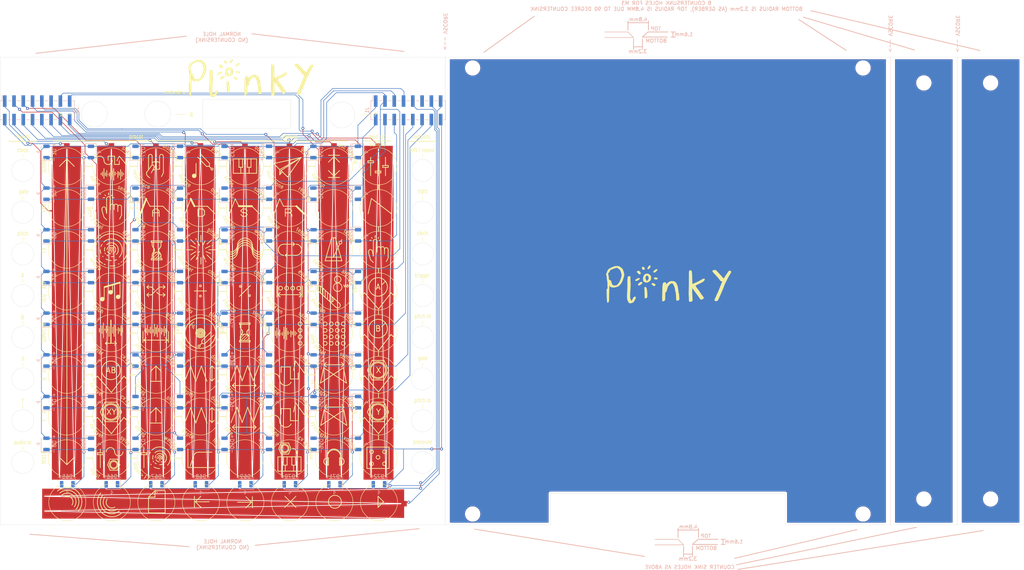
<source format=kicad_pcb>
(kicad_pcb (version 20171130) (host pcbnew "(5.1.6)-1")
  (layers (0 F.Cu signal hide) (31 B.Cu signal hide) (34 B.Paste user) (35 F.Paste user) (36 B.SilkS user) (37 F.SilkS user) (38 B.Mask user) (39 F.Mask user) (44 Edge.Cuts user))
  (net 0 "")
  (net 1 /Y1)
  (net 2 /X1)
  (net 3 /Y2)
  (net 4 /Y3)
  (net 5 /Y4)
  (net 6 /Y5)
  (net 7 /Y6)
  (net 8 /Y7)
  (net 9 /Y8)
  (net 10 /X2)
  (net 11 /X3)
  (net 12 /X4)
  (net 13 T16)
  (net 14 T15)
  (net 15 T14)
  (net 16 T13)
  (net 17 T12)
  (net 18 T11)
  (net 19 T10)
  (net 20 T9)
  (net 21 T8)
  (net 22 T7)
  (net 23 T6)
  (net 24 T5)
  (net 25 T4)
  (net 26 T3)
  (net 27 T2)
  (net 28 T1)
  (net 29 /X5)
  (net 30 "Net-(J1-Pad15)")
  (net 31 "Net-(J1-Pad13)")
  (module plinky:text (layer F.Cu) (at 69.977 69.977)
    (fp_text reference G*** hide)
    (fp_text value LOGO hide)
  )
  (module plinkyblackfront:led_reverse (layer B.Cu) (at 33.655 132.969 180)
    (fp_text reference D65 (at 0 2.145) (layer B.SilkS) (effects (justify mirror)))
    (fp_text value BLUE)
    (fp_text user - (at -2 2) (layer B.SilkS) (effects (justify mirror)))
    (fp_text user + (at 2 2) (layer B.SilkS) (effects (justify mirror)))
    (pad 1 smd roundrect (at -1.55 0 180) (size 0.95 1.75) (layers B.Cu B.Paste B.Mask) (roundrect_rratio 0.2) (net 1 /Y1))
    (pad 2 smd roundrect (at 1.55 0 180) (size 0.95 1.75) (layers B.Cu B.Paste B.Mask) (roundrect_rratio 0.2) (net 29 /X5))
    (pad "" np_thru_hole oval (at 0 0 180) (size 1.7018 1.7018) (drill oval 1.7018) (layers *.Cu *.Mask))
  )
  (module plinkyblackfront:led_reverse (layer B.Cu) (at 118.999 132.969 180)
    (fp_text reference D72 (at 0 2.145) (layer B.SilkS) (effects (justify mirror)))
    (fp_text value BLUE)
    (fp_text user - (at -2 2) (layer B.SilkS) (effects (justify mirror)))
    (fp_text user + (at 2 2) (layer B.SilkS) (effects (justify mirror)))
    (pad 1 smd roundrect (at -1.55 0 180) (size 0.95 1.75) (layers B.Cu B.Paste B.Mask) (roundrect_rratio 0.2) (net 9 /Y8))
    (pad 2 smd roundrect (at 1.55 0 180) (size 0.95 1.75) (layers B.Cu B.Paste B.Mask) (roundrect_rratio 0.2) (net 29 /X5))
    (pad "" np_thru_hole oval (at 0 0 180) (size 1.7018 1.7018) (drill oval 1.7018) (layers *.Cu *.Mask))
  )
  (module plinkyblackfront:led_reverse (layer B.Cu) (at 106.807 132.969 180)
    (fp_text reference D71 (at 0 2.145) (layer B.SilkS) (effects (justify mirror)))
    (fp_text value BLUE)
    (fp_text user - (at -2 2) (layer B.SilkS) (effects (justify mirror)))
    (fp_text user + (at 2 2) (layer B.SilkS) (effects (justify mirror)))
    (pad 1 smd roundrect (at -1.55 0 180) (size 0.95 1.75) (layers B.Cu B.Paste B.Mask) (roundrect_rratio 0.2) (net 8 /Y7))
    (pad 2 smd roundrect (at 1.55 0 180) (size 0.95 1.75) (layers B.Cu B.Paste B.Mask) (roundrect_rratio 0.2) (net 29 /X5))
    (pad "" np_thru_hole oval (at 0 0 180) (size 1.7018 1.7018) (drill oval 1.7018) (layers *.Cu *.Mask))
  )
  (module plinkyblackfront:led_reverse (layer B.Cu) (at 94.615 132.969 180)
    (fp_text reference D70 (at 0 2.145) (layer B.SilkS) (effects (justify mirror)))
    (fp_text value BLUE)
    (fp_text user - (at -2 2) (layer B.SilkS) (effects (justify mirror)))
    (fp_text user + (at 2 2) (layer B.SilkS) (effects (justify mirror)))
    (pad 1 smd roundrect (at -1.55 0 180) (size 0.95 1.75) (layers B.Cu B.Paste B.Mask) (roundrect_rratio 0.2) (net 7 /Y6))
    (pad 2 smd roundrect (at 1.55 0 180) (size 0.95 1.75) (layers B.Cu B.Paste B.Mask) (roundrect_rratio 0.2) (net 29 /X5))
    (pad "" np_thru_hole oval (at 0 0 180) (size 1.7018 1.7018) (drill oval 1.7018) (layers *.Cu *.Mask))
  )
  (module plinkyblackfront:led_reverse (layer B.Cu) (at 82.423 132.969 180)
    (fp_text reference D69 (at 0 2.145) (layer B.SilkS) (effects (justify mirror)))
    (fp_text value BLUE)
    (fp_text user - (at -2 2) (layer B.SilkS) (effects (justify mirror)))
    (fp_text user + (at 2 2) (layer B.SilkS) (effects (justify mirror)))
    (pad 1 smd roundrect (at -1.55 0 180) (size 0.95 1.75) (layers B.Cu B.Paste B.Mask) (roundrect_rratio 0.2) (net 6 /Y5))
    (pad 2 smd roundrect (at 1.55 0 180) (size 0.95 1.75) (layers B.Cu B.Paste B.Mask) (roundrect_rratio 0.2) (net 29 /X5))
    (pad "" np_thru_hole oval (at 0 0 180) (size 1.7018 1.7018) (drill oval 1.7018) (layers *.Cu *.Mask))
  )
  (module plinkyblackfront:led_reverse (layer B.Cu) (at 70.231 132.969 180)
    (fp_text reference D68 (at 0 2.145) (layer B.SilkS) (effects (justify mirror)))
    (fp_text value BLUE)
    (fp_text user - (at -2 2) (layer B.SilkS) (effects (justify mirror)))
    (fp_text user + (at 2 2) (layer B.SilkS) (effects (justify mirror)))
    (pad 1 smd roundrect (at -1.55 0 180) (size 0.95 1.75) (layers B.Cu B.Paste B.Mask) (roundrect_rratio 0.2) (net 5 /Y4))
    (pad 2 smd roundrect (at 1.55 0 180) (size 0.95 1.75) (layers B.Cu B.Paste B.Mask) (roundrect_rratio 0.2) (net 29 /X5))
    (pad "" np_thru_hole oval (at 0 0 180) (size 1.7018 1.7018) (drill oval 1.7018) (layers *.Cu *.Mask))
  )
  (module plinkyblackfront:led_reverse (layer B.Cu) (at 58.039 132.969 180)
    (fp_text reference D67 (at 0 2.145) (layer B.SilkS) (effects (justify mirror)))
    (fp_text value BLUE)
    (fp_text user - (at -2 2) (layer B.SilkS) (effects (justify mirror)))
    (fp_text user + (at 2 2) (layer B.SilkS) (effects (justify mirror)))
    (pad 1 smd roundrect (at -1.55 0 180) (size 0.95 1.75) (layers B.Cu B.Paste B.Mask) (roundrect_rratio 0.2) (net 4 /Y3))
    (pad 2 smd roundrect (at 1.55 0 180) (size 0.95 1.75) (layers B.Cu B.Paste B.Mask) (roundrect_rratio 0.2) (net 29 /X5))
    (pad "" np_thru_hole oval (at 0 0 180) (size 1.7018 1.7018) (drill oval 1.7018) (layers *.Cu *.Mask))
  )
  (module plinkyblackfront:led_reverse (layer B.Cu) (at 45.847 132.969 180)
    (fp_text reference D66 (at 0 2.145) (layer B.SilkS) (effects (justify mirror)))
    (fp_text value BLUE)
    (fp_text user - (at -2 2) (layer B.SilkS) (effects (justify mirror)))
    (fp_text user + (at 2 2) (layer B.SilkS) (effects (justify mirror)))
    (pad 1 smd roundrect (at -1.55 0 180) (size 0.95 1.75) (layers B.Cu B.Paste B.Mask) (roundrect_rratio 0.2) (net 3 /Y2))
    (pad 2 smd roundrect (at 1.55 0 180) (size 0.95 1.75) (layers B.Cu B.Paste B.Mask) (roundrect_rratio 0.2) (net 29 /X5))
    (pad "" np_thru_hole oval (at 0 0 180) (size 1.7018 1.7018) (drill oval 1.7018) (layers *.Cu *.Mask))
  )
  (module plinkyblackfront:led_reverse (layer B.Cu) (at 113.284 121.92 270)
    (fp_text reference D64 (at 0 2.145 90) (layer B.SilkS) (effects (justify mirror)))
    (fp_text value LED)
    (fp_text user - (at -2 2 90) (layer B.SilkS) (effects (justify mirror)))
    (fp_text user + (at 2 2 90) (layer B.SilkS) (effects (justify mirror)))
    (pad 1 smd roundrect (at -1.55 0 270) (size 0.95 1.75) (layers B.Cu B.Paste B.Mask) (roundrect_rratio 0.2) (net 12 /X4))
    (pad 2 smd roundrect (at 1.55 0 270) (size 0.95 1.75) (layers B.Cu B.Paste B.Mask) (roundrect_rratio 0.2) (net 9 /Y8))
    (pad "" np_thru_hole oval (at 0 0 270) (size 1.7018 1.7018) (drill oval 1.7018) (layers *.Cu *.Mask))
  )
  (module plinkyblackfront:led_reverse (layer B.Cu) (at 113.284 110.49 270)
    (fp_text reference D63 (at 0 2.145 90) (layer B.SilkS) (effects (justify mirror)))
    (fp_text value LED)
    (fp_text user - (at -2 2 90) (layer B.SilkS) (effects (justify mirror)))
    (fp_text user + (at 2 2 90) (layer B.SilkS) (effects (justify mirror)))
    (pad 1 smd roundrect (at -1.55 0 270) (size 0.95 1.75) (layers B.Cu B.Paste B.Mask) (roundrect_rratio 0.2) (net 12 /X4))
    (pad 2 smd roundrect (at 1.55 0 270) (size 0.95 1.75) (layers B.Cu B.Paste B.Mask) (roundrect_rratio 0.2) (net 8 /Y7))
    (pad "" np_thru_hole oval (at 0 0 270) (size 1.7018 1.7018) (drill oval 1.7018) (layers *.Cu *.Mask))
  )
  (module plinkyblackfront:led_reverse (layer B.Cu) (at 113.284 99.06 270)
    (fp_text reference D62 (at 0 2.145 90) (layer B.SilkS) (effects (justify mirror)))
    (fp_text value LED)
    (fp_text user - (at -2 2 90) (layer B.SilkS) (effects (justify mirror)))
    (fp_text user + (at 2 2 90) (layer B.SilkS) (effects (justify mirror)))
    (pad 1 smd roundrect (at -1.55 0 270) (size 0.95 1.75) (layers B.Cu B.Paste B.Mask) (roundrect_rratio 0.2) (net 12 /X4))
    (pad 2 smd roundrect (at 1.55 0 270) (size 0.95 1.75) (layers B.Cu B.Paste B.Mask) (roundrect_rratio 0.2) (net 7 /Y6))
    (pad "" np_thru_hole oval (at 0 0 270) (size 1.7018 1.7018) (drill oval 1.7018) (layers *.Cu *.Mask))
  )
  (module plinkyblackfront:led_reverse (layer B.Cu) (at 113.284 87.63 270)
    (fp_text reference D61 (at 0 2.145 90) (layer B.SilkS) (effects (justify mirror)))
    (fp_text value LED)
    (fp_text user - (at -2 2 90) (layer B.SilkS) (effects (justify mirror)))
    (fp_text user + (at 2 2 90) (layer B.SilkS) (effects (justify mirror)))
    (pad 1 smd roundrect (at -1.55 0 270) (size 0.95 1.75) (layers B.Cu B.Paste B.Mask) (roundrect_rratio 0.2) (net 12 /X4))
    (pad 2 smd roundrect (at 1.55 0 270) (size 0.95 1.75) (layers B.Cu B.Paste B.Mask) (roundrect_rratio 0.2) (net 6 /Y5))
    (pad "" np_thru_hole oval (at 0 0 270) (size 1.7018 1.7018) (drill oval 1.7018) (layers *.Cu *.Mask))
  )
  (module plinkyblackfront:led_reverse (layer B.Cu) (at 113.284 76.2 270)
    (fp_text reference D60 (at 0 2.145 90) (layer B.SilkS) (effects (justify mirror)))
    (fp_text value LED)
    (fp_text user - (at -2 2 90) (layer B.SilkS) (effects (justify mirror)))
    (fp_text user + (at 2 2 90) (layer B.SilkS) (effects (justify mirror)))
    (pad 1 smd roundrect (at -1.55 0 270) (size 0.95 1.75) (layers B.Cu B.Paste B.Mask) (roundrect_rratio 0.2) (net 12 /X4))
    (pad 2 smd roundrect (at 1.55 0 270) (size 0.95 1.75) (layers B.Cu B.Paste B.Mask) (roundrect_rratio 0.2) (net 5 /Y4))
    (pad "" np_thru_hole oval (at 0 0 270) (size 1.7018 1.7018) (drill oval 1.7018) (layers *.Cu *.Mask))
  )
  (module plinkyblackfront:led_reverse (layer B.Cu) (at 113.284 64.77 270)
    (fp_text reference D59 (at 0 2.145 90) (layer B.SilkS) (effects (justify mirror)))
    (fp_text value LED)
    (fp_text user - (at -2 2 90) (layer B.SilkS) (effects (justify mirror)))
    (fp_text user + (at 2 2 90) (layer B.SilkS) (effects (justify mirror)))
    (pad 1 smd roundrect (at -1.55 0 270) (size 0.95 1.75) (layers B.Cu B.Paste B.Mask) (roundrect_rratio 0.2) (net 12 /X4))
    (pad 2 smd roundrect (at 1.55 0 270) (size 0.95 1.75) (layers B.Cu B.Paste B.Mask) (roundrect_rratio 0.2) (net 4 /Y3))
    (pad "" np_thru_hole oval (at 0 0 270) (size 1.7018 1.7018) (drill oval 1.7018) (layers *.Cu *.Mask))
  )
  (module plinkyblackfront:led_reverse (layer B.Cu) (at 113.233 53.34 270)
    (fp_text reference D58 (at 0 2.145 90) (layer B.SilkS) (effects (justify mirror)))
    (fp_text value LED)
    (fp_text user - (at -2 2 90) (layer B.SilkS) (effects (justify mirror)))
    (fp_text user + (at 2 2 90) (layer B.SilkS) (effects (justify mirror)))
    (pad 1 smd roundrect (at -1.55 0 270) (size 0.95 1.75) (layers B.Cu B.Paste B.Mask) (roundrect_rratio 0.2) (net 12 /X4))
    (pad 2 smd roundrect (at 1.55 0 270) (size 0.95 1.75) (layers B.Cu B.Paste B.Mask) (roundrect_rratio 0.2) (net 3 /Y2))
    (pad "" np_thru_hole oval (at 0 0 270) (size 1.7018 1.7018) (drill oval 1.7018) (layers *.Cu *.Mask))
  )
  (module plinkyblackfront:led_reverse (layer B.Cu) (at 113.233 41.91 270)
    (fp_text reference D57 (at 0 2.145 90) (layer B.SilkS) (effects (justify mirror)))
    (fp_text value LED)
    (fp_text user - (at -2 2 90) (layer B.SilkS) (effects (justify mirror)))
    (fp_text user + (at 2 2 90) (layer B.SilkS) (effects (justify mirror)))
    (pad 1 smd roundrect (at -1.55 0 270) (size 0.95 1.75) (layers B.Cu B.Paste B.Mask) (roundrect_rratio 0.2) (net 12 /X4))
    (pad 2 smd roundrect (at 1.55 0 270) (size 0.95 1.75) (layers B.Cu B.Paste B.Mask) (roundrect_rratio 0.2) (net 1 /Y1))
    (pad "" np_thru_hole oval (at 0 0 270) (size 1.7018 1.7018) (drill oval 1.7018) (layers *.Cu *.Mask))
  )
  (module plinkyblackfront:led_reverse (layer B.Cu) (at 101.092 121.92 90)
    (fp_text reference D56 (at 0 2.145 90) (layer B.SilkS) (effects (justify mirror)))
    (fp_text value LED)
    (fp_text user - (at -2 2 90) (layer B.SilkS) (effects (justify mirror)))
    (fp_text user + (at 2 2 90) (layer B.SilkS) (effects (justify mirror)))
    (pad 1 smd roundrect (at -1.55 0 90) (size 0.95 1.75) (layers B.Cu B.Paste B.Mask) (roundrect_rratio 0.2) (net 9 /Y8))
    (pad 2 smd roundrect (at 1.55 0 90) (size 0.95 1.75) (layers B.Cu B.Paste B.Mask) (roundrect_rratio 0.2) (net 12 /X4))
    (pad "" np_thru_hole oval (at 0 0 90) (size 1.7018 1.7018) (drill oval 1.7018) (layers *.Cu *.Mask))
  )
  (module plinkyblackfront:led_reverse (layer B.Cu) (at 101.092 110.49 90)
    (fp_text reference D55 (at 0 2.145 90) (layer B.SilkS) (effects (justify mirror)))
    (fp_text value LED)
    (fp_text user - (at -2 2 90) (layer B.SilkS) (effects (justify mirror)))
    (fp_text user + (at 2 2 90) (layer B.SilkS) (effects (justify mirror)))
    (pad 1 smd roundrect (at -1.55 0 90) (size 0.95 1.75) (layers B.Cu B.Paste B.Mask) (roundrect_rratio 0.2) (net 8 /Y7))
    (pad 2 smd roundrect (at 1.55 0 90) (size 0.95 1.75) (layers B.Cu B.Paste B.Mask) (roundrect_rratio 0.2) (net 12 /X4))
    (pad "" np_thru_hole oval (at 0 0 90) (size 1.7018 1.7018) (drill oval 1.7018) (layers *.Cu *.Mask))
  )
  (module plinkyblackfront:led_reverse (layer B.Cu) (at 101.092 99.06 90)
    (fp_text reference D54 (at 0 2.145 90) (layer B.SilkS) (effects (justify mirror)))
    (fp_text value LED)
    (fp_text user - (at -2 2 90) (layer B.SilkS) (effects (justify mirror)))
    (fp_text user + (at 2 2 90) (layer B.SilkS) (effects (justify mirror)))
    (pad 1 smd roundrect (at -1.55 0 90) (size 0.95 1.75) (layers B.Cu B.Paste B.Mask) (roundrect_rratio 0.2) (net 7 /Y6))
    (pad 2 smd roundrect (at 1.55 0 90) (size 0.95 1.75) (layers B.Cu B.Paste B.Mask) (roundrect_rratio 0.2) (net 12 /X4))
    (pad "" np_thru_hole oval (at 0 0 90) (size 1.7018 1.7018) (drill oval 1.7018) (layers *.Cu *.Mask))
  )
  (module plinkyblackfront:led_reverse (layer B.Cu) (at 101.092 87.63 90)
    (fp_text reference D53 (at 0 2.145 90) (layer B.SilkS) (effects (justify mirror)))
    (fp_text value LED)
    (fp_text user - (at -2 2 90) (layer B.SilkS) (effects (justify mirror)))
    (fp_text user + (at 2 2 90) (layer B.SilkS) (effects (justify mirror)))
    (pad 1 smd roundrect (at -1.55 0 90) (size 0.95 1.75) (layers B.Cu B.Paste B.Mask) (roundrect_rratio 0.2) (net 6 /Y5))
    (pad 2 smd roundrect (at 1.55 0 90) (size 0.95 1.75) (layers B.Cu B.Paste B.Mask) (roundrect_rratio 0.2) (net 12 /X4))
    (pad "" np_thru_hole oval (at 0 0 90) (size 1.7018 1.7018) (drill oval 1.7018) (layers *.Cu *.Mask))
  )
  (module plinkyblackfront:led_reverse (layer B.Cu) (at 101.092 76.2 90)
    (fp_text reference D52 (at 0 2.145 90) (layer B.SilkS) (effects (justify mirror)))
    (fp_text value LED)
    (fp_text user - (at -2 2 90) (layer B.SilkS) (effects (justify mirror)))
    (fp_text user + (at 2 2 90) (layer B.SilkS) (effects (justify mirror)))
    (pad 1 smd roundrect (at -1.55 0 90) (size 0.95 1.75) (layers B.Cu B.Paste B.Mask) (roundrect_rratio 0.2) (net 5 /Y4))
    (pad 2 smd roundrect (at 1.55 0 90) (size 0.95 1.75) (layers B.Cu B.Paste B.Mask) (roundrect_rratio 0.2) (net 12 /X4))
    (pad "" np_thru_hole oval (at 0 0 90) (size 1.7018 1.7018) (drill oval 1.7018) (layers *.Cu *.Mask))
  )
  (module plinkyblackfront:led_reverse (layer B.Cu) (at 101.092 64.77 90)
    (fp_text reference D51 (at 0 2.145 90) (layer B.SilkS) (effects (justify mirror)))
    (fp_text value LED)
    (fp_text user - (at -2 2 90) (layer B.SilkS) (effects (justify mirror)))
    (fp_text user + (at 2 2 90) (layer B.SilkS) (effects (justify mirror)))
    (pad 1 smd roundrect (at -1.55 0 90) (size 0.95 1.75) (layers B.Cu B.Paste B.Mask) (roundrect_rratio 0.2) (net 4 /Y3))
    (pad 2 smd roundrect (at 1.55 0 90) (size 0.95 1.75) (layers B.Cu B.Paste B.Mask) (roundrect_rratio 0.2) (net 12 /X4))
    (pad "" np_thru_hole oval (at 0 0 90) (size 1.7018 1.7018) (drill oval 1.7018) (layers *.Cu *.Mask))
  )
  (module plinkyblackfront:led_reverse (layer B.Cu) (at 101.041 53.34 90)
    (fp_text reference D50 (at 0 2.145 90) (layer B.SilkS) (effects (justify mirror)))
    (fp_text value LED)
    (fp_text user - (at -2 2 90) (layer B.SilkS) (effects (justify mirror)))
    (fp_text user + (at 2 2 90) (layer B.SilkS) (effects (justify mirror)))
    (pad 1 smd roundrect (at -1.55 0 90) (size 0.95 1.75) (layers B.Cu B.Paste B.Mask) (roundrect_rratio 0.2) (net 3 /Y2))
    (pad 2 smd roundrect (at 1.55 0 90) (size 0.95 1.75) (layers B.Cu B.Paste B.Mask) (roundrect_rratio 0.2) (net 12 /X4))
    (pad "" np_thru_hole oval (at 0 0 90) (size 1.7018 1.7018) (drill oval 1.7018) (layers *.Cu *.Mask))
  )
  (module plinkyblackfront:led_reverse (layer B.Cu) (at 101.041 41.91 90)
    (fp_text reference D49 (at 0 2.145 90) (layer B.SilkS) (effects (justify mirror)))
    (fp_text value LED)
    (fp_text user - (at -2 2 90) (layer B.SilkS) (effects (justify mirror)))
    (fp_text user + (at 2 2 90) (layer B.SilkS) (effects (justify mirror)))
    (pad 1 smd roundrect (at -1.55 0 90) (size 0.95 1.75) (layers B.Cu B.Paste B.Mask) (roundrect_rratio 0.2) (net 1 /Y1))
    (pad 2 smd roundrect (at 1.55 0 90) (size 0.95 1.75) (layers B.Cu B.Paste B.Mask) (roundrect_rratio 0.2) (net 12 /X4))
    (pad "" np_thru_hole oval (at 0 0 90) (size 1.7018 1.7018) (drill oval 1.7018) (layers *.Cu *.Mask))
  )
  (module plinkyblackfront:led_reverse (layer B.Cu) (at 88.9 121.92 270)
    (fp_text reference D48 (at 0 2.145 90) (layer B.SilkS) (effects (justify mirror)))
    (fp_text value LED)
    (fp_text user - (at -2 2 90) (layer B.SilkS) (effects (justify mirror)))
    (fp_text user + (at 2 2 90) (layer B.SilkS) (effects (justify mirror)))
    (pad 1 smd roundrect (at -1.55 0 270) (size 0.95 1.75) (layers B.Cu B.Paste B.Mask) (roundrect_rratio 0.2) (net 11 /X3))
    (pad 2 smd roundrect (at 1.55 0 270) (size 0.95 1.75) (layers B.Cu B.Paste B.Mask) (roundrect_rratio 0.2) (net 9 /Y8))
    (pad "" np_thru_hole oval (at 0 0 270) (size 1.7018 1.7018) (drill oval 1.7018) (layers *.Cu *.Mask))
  )
  (module plinkyblackfront:led_reverse (layer B.Cu) (at 88.9 110.49 270)
    (fp_text reference D47 (at 0 2.145 90) (layer B.SilkS) (effects (justify mirror)))
    (fp_text value LED)
    (fp_text user - (at -2 2 90) (layer B.SilkS) (effects (justify mirror)))
    (fp_text user + (at 2 2 90) (layer B.SilkS) (effects (justify mirror)))
    (pad 1 smd roundrect (at -1.55 0 270) (size 0.95 1.75) (layers B.Cu B.Paste B.Mask) (roundrect_rratio 0.2) (net 11 /X3))
    (pad 2 smd roundrect (at 1.55 0 270) (size 0.95 1.75) (layers B.Cu B.Paste B.Mask) (roundrect_rratio 0.2) (net 8 /Y7))
    (pad "" np_thru_hole oval (at 0 0 270) (size 1.7018 1.7018) (drill oval 1.7018) (layers *.Cu *.Mask))
  )
  (module plinkyblackfront:led_reverse (layer B.Cu) (at 88.9 99.06 270)
    (fp_text reference D46 (at 0 2.145 90) (layer B.SilkS) (effects (justify mirror)))
    (fp_text value LED)
    (fp_text user - (at -2 2 90) (layer B.SilkS) (effects (justify mirror)))
    (fp_text user + (at 2 2 90) (layer B.SilkS) (effects (justify mirror)))
    (pad 1 smd roundrect (at -1.55 0 270) (size 0.95 1.75) (layers B.Cu B.Paste B.Mask) (roundrect_rratio 0.2) (net 11 /X3))
    (pad 2 smd roundrect (at 1.55 0 270) (size 0.95 1.75) (layers B.Cu B.Paste B.Mask) (roundrect_rratio 0.2) (net 7 /Y6))
    (pad "" np_thru_hole oval (at 0 0 270) (size 1.7018 1.7018) (drill oval 1.7018) (layers *.Cu *.Mask))
  )
  (module plinkyblackfront:led_reverse (layer B.Cu) (at 88.9 87.63 270)
    (fp_text reference D45 (at 0 2.145 90) (layer B.SilkS) (effects (justify mirror)))
    (fp_text value LED)
    (fp_text user - (at -2 2 90) (layer B.SilkS) (effects (justify mirror)))
    (fp_text user + (at 2 2 90) (layer B.SilkS) (effects (justify mirror)))
    (pad 1 smd roundrect (at -1.55 0 270) (size 0.95 1.75) (layers B.Cu B.Paste B.Mask) (roundrect_rratio 0.2) (net 11 /X3))
    (pad 2 smd roundrect (at 1.55 0 270) (size 0.95 1.75) (layers B.Cu B.Paste B.Mask) (roundrect_rratio 0.2) (net 6 /Y5))
    (pad "" np_thru_hole oval (at 0 0 270) (size 1.7018 1.7018) (drill oval 1.7018) (layers *.Cu *.Mask))
  )
  (module plinkyblackfront:led_reverse (layer B.Cu) (at 88.9 76.2 270)
    (fp_text reference D44 (at 0 2.145 90) (layer B.SilkS) (effects (justify mirror)))
    (fp_text value LED)
    (fp_text user - (at -2 2 90) (layer B.SilkS) (effects (justify mirror)))
    (fp_text user + (at 2 2 90) (layer B.SilkS) (effects (justify mirror)))
    (pad 1 smd roundrect (at -1.55 0 270) (size 0.95 1.75) (layers B.Cu B.Paste B.Mask) (roundrect_rratio 0.2) (net 11 /X3))
    (pad 2 smd roundrect (at 1.55 0 270) (size 0.95 1.75) (layers B.Cu B.Paste B.Mask) (roundrect_rratio 0.2) (net 5 /Y4))
    (pad "" np_thru_hole oval (at 0 0 270) (size 1.7018 1.7018) (drill oval 1.7018) (layers *.Cu *.Mask))
  )
  (module plinkyblackfront:led_reverse (layer B.Cu) (at 88.9 64.77 270)
    (fp_text reference D43 (at 0 2.145 90) (layer B.SilkS) (effects (justify mirror)))
    (fp_text value LED)
    (fp_text user - (at -2 2 90) (layer B.SilkS) (effects (justify mirror)))
    (fp_text user + (at 2 2 90) (layer B.SilkS) (effects (justify mirror)))
    (pad 1 smd roundrect (at -1.55 0 270) (size 0.95 1.75) (layers B.Cu B.Paste B.Mask) (roundrect_rratio 0.2) (net 11 /X3))
    (pad 2 smd roundrect (at 1.55 0 270) (size 0.95 1.75) (layers B.Cu B.Paste B.Mask) (roundrect_rratio 0.2) (net 4 /Y3))
    (pad "" np_thru_hole oval (at 0 0 270) (size 1.7018 1.7018) (drill oval 1.7018) (layers *.Cu *.Mask))
  )
  (module plinkyblackfront:led_reverse (layer B.Cu) (at 88.9 53.34 270)
    (fp_text reference D42 (at 0 2.145 90) (layer B.SilkS) (effects (justify mirror)))
    (fp_text value LED)
    (fp_text user - (at -2 2 90) (layer B.SilkS) (effects (justify mirror)))
    (fp_text user + (at 2 2 90) (layer B.SilkS) (effects (justify mirror)))
    (pad 1 smd roundrect (at -1.55 0 270) (size 0.95 1.75) (layers B.Cu B.Paste B.Mask) (roundrect_rratio 0.2) (net 11 /X3))
    (pad 2 smd roundrect (at 1.55 0 270) (size 0.95 1.75) (layers B.Cu B.Paste B.Mask) (roundrect_rratio 0.2) (net 3 /Y2))
    (pad "" np_thru_hole oval (at 0 0 270) (size 1.7018 1.7018) (drill oval 1.7018) (layers *.Cu *.Mask))
  )
  (module plinkyblackfront:led_reverse (layer B.Cu) (at 88.9 41.91 270)
    (fp_text reference D41 (at 0 2.145 90) (layer B.SilkS) (effects (justify mirror)))
    (fp_text value LED)
    (fp_text user - (at -2 2 90) (layer B.SilkS) (effects (justify mirror)))
    (fp_text user + (at 2 2 90) (layer B.SilkS) (effects (justify mirror)))
    (pad 1 smd roundrect (at -1.55 0 270) (size 0.95 1.75) (layers B.Cu B.Paste B.Mask) (roundrect_rratio 0.2) (net 11 /X3))
    (pad 2 smd roundrect (at 1.55 0 270) (size 0.95 1.75) (layers B.Cu B.Paste B.Mask) (roundrect_rratio 0.2) (net 1 /Y1))
    (pad "" np_thru_hole oval (at 0 0 270) (size 1.7018 1.7018) (drill oval 1.7018) (layers *.Cu *.Mask))
  )
  (module plinkyblackfront:led_reverse (layer B.Cu) (at 76.708 121.92 90)
    (fp_text reference D40 (at 0 2.145 90) (layer B.SilkS) (effects (justify mirror)))
    (fp_text value LED)
    (fp_text user - (at -2 2 90) (layer B.SilkS) (effects (justify mirror)))
    (fp_text user + (at 2 2 90) (layer B.SilkS) (effects (justify mirror)))
    (pad 1 smd roundrect (at -1.55 0 90) (size 0.95 1.75) (layers B.Cu B.Paste B.Mask) (roundrect_rratio 0.2) (net 9 /Y8))
    (pad 2 smd roundrect (at 1.55 0 90) (size 0.95 1.75) (layers B.Cu B.Paste B.Mask) (roundrect_rratio 0.2) (net 11 /X3))
    (pad "" np_thru_hole oval (at 0 0 90) (size 1.7018 1.7018) (drill oval 1.7018) (layers *.Cu *.Mask))
  )
  (module plinkyblackfront:led_reverse (layer B.Cu) (at 76.708 110.49 90)
    (fp_text reference D39 (at 0 2.145 90) (layer B.SilkS) (effects (justify mirror)))
    (fp_text value LED)
    (fp_text user - (at -2 2 90) (layer B.SilkS) (effects (justify mirror)))
    (fp_text user + (at 2 2 90) (layer B.SilkS) (effects (justify mirror)))
    (pad 1 smd roundrect (at -1.55 0 90) (size 0.95 1.75) (layers B.Cu B.Paste B.Mask) (roundrect_rratio 0.2) (net 8 /Y7))
    (pad 2 smd roundrect (at 1.55 0 90) (size 0.95 1.75) (layers B.Cu B.Paste B.Mask) (roundrect_rratio 0.2) (net 11 /X3))
    (pad "" np_thru_hole oval (at 0 0 90) (size 1.7018 1.7018) (drill oval 1.7018) (layers *.Cu *.Mask))
  )
  (module plinkyblackfront:led_reverse (layer B.Cu) (at 76.708 99.06 90)
    (fp_text reference D38 (at 0 2.145 90) (layer B.SilkS) (effects (justify mirror)))
    (fp_text value LED)
    (fp_text user - (at -2 2 90) (layer B.SilkS) (effects (justify mirror)))
    (fp_text user + (at 2 2 90) (layer B.SilkS) (effects (justify mirror)))
    (pad 1 smd roundrect (at -1.55 0 90) (size 0.95 1.75) (layers B.Cu B.Paste B.Mask) (roundrect_rratio 0.2) (net 7 /Y6))
    (pad 2 smd roundrect (at 1.55 0 90) (size 0.95 1.75) (layers B.Cu B.Paste B.Mask) (roundrect_rratio 0.2) (net 11 /X3))
    (pad "" np_thru_hole oval (at 0 0 90) (size 1.7018 1.7018) (drill oval 1.7018) (layers *.Cu *.Mask))
  )
  (module plinkyblackfront:led_reverse (layer B.Cu) (at 76.708 87.63 90)
    (fp_text reference D37 (at 0 2.145 90) (layer B.SilkS) (effects (justify mirror)))
    (fp_text value LED)
    (fp_text user - (at -2 2 90) (layer B.SilkS) (effects (justify mirror)))
    (fp_text user + (at 2 2 90) (layer B.SilkS) (effects (justify mirror)))
    (pad 1 smd roundrect (at -1.55 0 90) (size 0.95 1.75) (layers B.Cu B.Paste B.Mask) (roundrect_rratio 0.2) (net 6 /Y5))
    (pad 2 smd roundrect (at 1.55 0 90) (size 0.95 1.75) (layers B.Cu B.Paste B.Mask) (roundrect_rratio 0.2) (net 11 /X3))
    (pad "" np_thru_hole oval (at 0 0 90) (size 1.7018 1.7018) (drill oval 1.7018) (layers *.Cu *.Mask))
  )
  (module plinkyblackfront:led_reverse (layer B.Cu) (at 76.708 76.2 90)
    (fp_text reference D36 (at 0 2.145 90) (layer B.SilkS) (effects (justify mirror)))
    (fp_text value LED)
    (fp_text user - (at -2 2 90) (layer B.SilkS) (effects (justify mirror)))
    (fp_text user + (at 2 2 90) (layer B.SilkS) (effects (justify mirror)))
    (pad 1 smd roundrect (at -1.55 0 90) (size 0.95 1.75) (layers B.Cu B.Paste B.Mask) (roundrect_rratio 0.2) (net 5 /Y4))
    (pad 2 smd roundrect (at 1.55 0 90) (size 0.95 1.75) (layers B.Cu B.Paste B.Mask) (roundrect_rratio 0.2) (net 11 /X3))
    (pad "" np_thru_hole oval (at 0 0 90) (size 1.7018 1.7018) (drill oval 1.7018) (layers *.Cu *.Mask))
  )
  (module plinkyblackfront:led_reverse (layer B.Cu) (at 76.708 64.77 90)
    (fp_text reference D35 (at 0 2.145 90) (layer B.SilkS) (effects (justify mirror)))
    (fp_text value LED)
    (fp_text user - (at -2 2 90) (layer B.SilkS) (effects (justify mirror)))
    (fp_text user + (at 2 2 90) (layer B.SilkS) (effects (justify mirror)))
    (pad 1 smd roundrect (at -1.55 0 90) (size 0.95 1.75) (layers B.Cu B.Paste B.Mask) (roundrect_rratio 0.2) (net 4 /Y3))
    (pad 2 smd roundrect (at 1.55 0 90) (size 0.95 1.75) (layers B.Cu B.Paste B.Mask) (roundrect_rratio 0.2) (net 11 /X3))
    (pad "" np_thru_hole oval (at 0 0 90) (size 1.7018 1.7018) (drill oval 1.7018) (layers *.Cu *.Mask))
  )
  (module plinkyblackfront:led_reverse (layer B.Cu) (at 76.708 53.34 90)
    (fp_text reference D34 (at 0 2.145 90) (layer B.SilkS) (effects (justify mirror)))
    (fp_text value LED)
    (fp_text user - (at -2 2 90) (layer B.SilkS) (effects (justify mirror)))
    (fp_text user + (at 2 2 90) (layer B.SilkS) (effects (justify mirror)))
    (pad 1 smd roundrect (at -1.55 0 90) (size 0.95 1.75) (layers B.Cu B.Paste B.Mask) (roundrect_rratio 0.2) (net 3 /Y2))
    (pad 2 smd roundrect (at 1.55 0 90) (size 0.95 1.75) (layers B.Cu B.Paste B.Mask) (roundrect_rratio 0.2) (net 11 /X3))
    (pad "" np_thru_hole oval (at 0 0 90) (size 1.7018 1.7018) (drill oval 1.7018) (layers *.Cu *.Mask))
  )
  (module plinkyblackfront:led_reverse (layer B.Cu) (at 76.708 41.91 90)
    (fp_text reference D33 (at 0 2.145 90) (layer B.SilkS) (effects (justify mirror)))
    (fp_text value LED)
    (fp_text user - (at -2 2 90) (layer B.SilkS) (effects (justify mirror)))
    (fp_text user + (at 2 2 90) (layer B.SilkS) (effects (justify mirror)))
    (pad 1 smd roundrect (at -1.55 0 90) (size 0.95 1.75) (layers B.Cu B.Paste B.Mask) (roundrect_rratio 0.2) (net 1 /Y1))
    (pad 2 smd roundrect (at 1.55 0 90) (size 0.95 1.75) (layers B.Cu B.Paste B.Mask) (roundrect_rratio 0.2) (net 11 /X3))
    (pad "" np_thru_hole oval (at 0 0 90) (size 1.7018 1.7018) (drill oval 1.7018) (layers *.Cu *.Mask))
  )
  (module plinkyblackfront:led_reverse (layer B.Cu) (at 64.516 121.92 270)
    (fp_text reference D32 (at 0 2.145 90) (layer B.SilkS) (effects (justify mirror)))
    (fp_text value LED)
    (fp_text user - (at -2 2 90) (layer B.SilkS) (effects (justify mirror)))
    (fp_text user + (at 2 2 90) (layer B.SilkS) (effects (justify mirror)))
    (pad 1 smd roundrect (at -1.55 0 270) (size 0.95 1.75) (layers B.Cu B.Paste B.Mask) (roundrect_rratio 0.2) (net 10 /X2))
    (pad 2 smd roundrect (at 1.55 0 270) (size 0.95 1.75) (layers B.Cu B.Paste B.Mask) (roundrect_rratio 0.2) (net 9 /Y8))
    (pad "" np_thru_hole oval (at 0 0 270) (size 1.7018 1.7018) (drill oval 1.7018) (layers *.Cu *.Mask))
  )
  (module plinkyblackfront:led_reverse (layer B.Cu) (at 64.516 110.49 270)
    (fp_text reference D31 (at 0 2.145 90) (layer B.SilkS) (effects (justify mirror)))
    (fp_text value LED)
    (fp_text user - (at -2 2 90) (layer B.SilkS) (effects (justify mirror)))
    (fp_text user + (at 2 2 90) (layer B.SilkS) (effects (justify mirror)))
    (pad 1 smd roundrect (at -1.55 0 270) (size 0.95 1.75) (layers B.Cu B.Paste B.Mask) (roundrect_rratio 0.2) (net 10 /X2))
    (pad 2 smd roundrect (at 1.55 0 270) (size 0.95 1.75) (layers B.Cu B.Paste B.Mask) (roundrect_rratio 0.2) (net 8 /Y7))
    (pad "" np_thru_hole oval (at 0 0 270) (size 1.7018 1.7018) (drill oval 1.7018) (layers *.Cu *.Mask))
  )
  (module plinkyblackfront:led_reverse (layer B.Cu) (at 64.516 99.06 270)
    (fp_text reference D30 (at 0 2.145 90) (layer B.SilkS) (effects (justify mirror)))
    (fp_text value LED)
    (fp_text user - (at -2 2 90) (layer B.SilkS) (effects (justify mirror)))
    (fp_text user + (at 2 2 90) (layer B.SilkS) (effects (justify mirror)))
    (pad 1 smd roundrect (at -1.55 0 270) (size 0.95 1.75) (layers B.Cu B.Paste B.Mask) (roundrect_rratio 0.2) (net 10 /X2))
    (pad 2 smd roundrect (at 1.55 0 270) (size 0.95 1.75) (layers B.Cu B.Paste B.Mask) (roundrect_rratio 0.2) (net 7 /Y6))
    (pad "" np_thru_hole oval (at 0 0 270) (size 1.7018 1.7018) (drill oval 1.7018) (layers *.Cu *.Mask))
  )
  (module plinkyblackfront:led_reverse (layer B.Cu) (at 64.516 87.63 270)
    (fp_text reference D29 (at 0 2.145 90) (layer B.SilkS) (effects (justify mirror)))
    (fp_text value LED)
    (fp_text user - (at -2 2 90) (layer B.SilkS) (effects (justify mirror)))
    (fp_text user + (at 2 2 90) (layer B.SilkS) (effects (justify mirror)))
    (pad 1 smd roundrect (at -1.55 0 270) (size 0.95 1.75) (layers B.Cu B.Paste B.Mask) (roundrect_rratio 0.2) (net 10 /X2))
    (pad 2 smd roundrect (at 1.55 0 270) (size 0.95 1.75) (layers B.Cu B.Paste B.Mask) (roundrect_rratio 0.2) (net 6 /Y5))
    (pad "" np_thru_hole oval (at 0 0 270) (size 1.7018 1.7018) (drill oval 1.7018) (layers *.Cu *.Mask))
  )
  (module plinkyblackfront:led_reverse (layer B.Cu) (at 64.516 76.2 270)
    (fp_text reference D28 (at 0 2.145 90) (layer B.SilkS) (effects (justify mirror)))
    (fp_text value LED)
    (fp_text user - (at -2 2 90) (layer B.SilkS) (effects (justify mirror)))
    (fp_text user + (at 2 2 90) (layer B.SilkS) (effects (justify mirror)))
    (pad 1 smd roundrect (at -1.55 0 270) (size 0.95 1.75) (layers B.Cu B.Paste B.Mask) (roundrect_rratio 0.2) (net 10 /X2))
    (pad 2 smd roundrect (at 1.55 0 270) (size 0.95 1.75) (layers B.Cu B.Paste B.Mask) (roundrect_rratio 0.2) (net 5 /Y4))
    (pad "" np_thru_hole oval (at 0 0 270) (size 1.7018 1.7018) (drill oval 1.7018) (layers *.Cu *.Mask))
  )
  (module plinkyblackfront:led_reverse (layer B.Cu) (at 64.516 64.77 270)
    (fp_text reference D27 (at 0 2.145 90) (layer B.SilkS) (effects (justify mirror)))
    (fp_text value LED)
    (fp_text user - (at -2 2 90) (layer B.SilkS) (effects (justify mirror)))
    (fp_text user + (at 2 2 90) (layer B.SilkS) (effects (justify mirror)))
    (pad 1 smd roundrect (at -1.55 0 270) (size 0.95 1.75) (layers B.Cu B.Paste B.Mask) (roundrect_rratio 0.2) (net 10 /X2))
    (pad 2 smd roundrect (at 1.55 0 270) (size 0.95 1.75) (layers B.Cu B.Paste B.Mask) (roundrect_rratio 0.2) (net 4 /Y3))
    (pad "" np_thru_hole oval (at 0 0 270) (size 1.7018 1.7018) (drill oval 1.7018) (layers *.Cu *.Mask))
  )
  (module plinkyblackfront:led_reverse (layer B.Cu) (at 64.516 53.34 270)
    (fp_text reference D26 (at 0 2.145 90) (layer B.SilkS) (effects (justify mirror)))
    (fp_text value LED)
    (fp_text user - (at -2 2 90) (layer B.SilkS) (effects (justify mirror)))
    (fp_text user + (at 2 2 90) (layer B.SilkS) (effects (justify mirror)))
    (pad 1 smd roundrect (at -1.55 0 270) (size 0.95 1.75) (layers B.Cu B.Paste B.Mask) (roundrect_rratio 0.2) (net 10 /X2))
    (pad 2 smd roundrect (at 1.55 0 270) (size 0.95 1.75) (layers B.Cu B.Paste B.Mask) (roundrect_rratio 0.2) (net 3 /Y2))
    (pad "" np_thru_hole oval (at 0 0 270) (size 1.7018 1.7018) (drill oval 1.7018) (layers *.Cu *.Mask))
  )
  (module plinkyblackfront:led_reverse (layer B.Cu) (at 64.516 41.91 270)
    (fp_text reference D25 (at 0 2.145 90) (layer B.SilkS) (effects (justify mirror)))
    (fp_text value LED)
    (fp_text user - (at -2 2 90) (layer B.SilkS) (effects (justify mirror)))
    (fp_text user + (at 2 2 90) (layer B.SilkS) (effects (justify mirror)))
    (pad 1 smd roundrect (at -1.55 0 270) (size 0.95 1.75) (layers B.Cu B.Paste B.Mask) (roundrect_rratio 0.2) (net 10 /X2))
    (pad 2 smd roundrect (at 1.55 0 270) (size 0.95 1.75) (layers B.Cu B.Paste B.Mask) (roundrect_rratio 0.2) (net 1 /Y1))
    (pad "" np_thru_hole oval (at 0 0 270) (size 1.7018 1.7018) (drill oval 1.7018) (layers *.Cu *.Mask))
  )
  (module plinkyblackfront:led_reverse (layer B.Cu) (at 52.324 121.92 90)
    (fp_text reference D24 (at 0 2.145 90) (layer B.SilkS) (effects (justify mirror)))
    (fp_text value LED)
    (fp_text user - (at -2 2 90) (layer B.SilkS) (effects (justify mirror)))
    (fp_text user + (at 2 2 90) (layer B.SilkS) (effects (justify mirror)))
    (pad 1 smd roundrect (at -1.55 0 90) (size 0.95 1.75) (layers B.Cu B.Paste B.Mask) (roundrect_rratio 0.2) (net 9 /Y8))
    (pad 2 smd roundrect (at 1.55 0 90) (size 0.95 1.75) (layers B.Cu B.Paste B.Mask) (roundrect_rratio 0.2) (net 10 /X2))
    (pad "" np_thru_hole oval (at 0 0 90) (size 1.7018 1.7018) (drill oval 1.7018) (layers *.Cu *.Mask))
  )
  (module plinkyblackfront:led_reverse (layer B.Cu) (at 52.324 110.49 90)
    (fp_text reference D23 (at 0 2.145 90) (layer B.SilkS) (effects (justify mirror)))
    (fp_text value LED)
    (fp_text user - (at -2 2 90) (layer B.SilkS) (effects (justify mirror)))
    (fp_text user + (at 2 2 90) (layer B.SilkS) (effects (justify mirror)))
    (pad 1 smd roundrect (at -1.55 0 90) (size 0.95 1.75) (layers B.Cu B.Paste B.Mask) (roundrect_rratio 0.2) (net 8 /Y7))
    (pad 2 smd roundrect (at 1.55 0 90) (size 0.95 1.75) (layers B.Cu B.Paste B.Mask) (roundrect_rratio 0.2) (net 10 /X2))
    (pad "" np_thru_hole oval (at 0 0 90) (size 1.7018 1.7018) (drill oval 1.7018) (layers *.Cu *.Mask))
  )
  (module plinkyblackfront:led_reverse (layer B.Cu) (at 52.324 99.06 90)
    (fp_text reference D22 (at 0 2.145 90) (layer B.SilkS) (effects (justify mirror)))
    (fp_text value LED)
    (fp_text user - (at -2 2 90) (layer B.SilkS) (effects (justify mirror)))
    (fp_text user + (at 2 2 90) (layer B.SilkS) (effects (justify mirror)))
    (pad 1 smd roundrect (at -1.55 0 90) (size 0.95 1.75) (layers B.Cu B.Paste B.Mask) (roundrect_rratio 0.2) (net 7 /Y6))
    (pad 2 smd roundrect (at 1.55 0 90) (size 0.95 1.75) (layers B.Cu B.Paste B.Mask) (roundrect_rratio 0.2) (net 10 /X2))
    (pad "" np_thru_hole oval (at 0 0 90) (size 1.7018 1.7018) (drill oval 1.7018) (layers *.Cu *.Mask))
  )
  (module plinkyblackfront:led_reverse (layer B.Cu) (at 52.324 87.63 90)
    (fp_text reference D21 (at 0 2.145 90) (layer B.SilkS) (effects (justify mirror)))
    (fp_text value LED)
    (fp_text user - (at -2 2 90) (layer B.SilkS) (effects (justify mirror)))
    (fp_text user + (at 2 2 90) (layer B.SilkS) (effects (justify mirror)))
    (pad 1 smd roundrect (at -1.55 0 90) (size 0.95 1.75) (layers B.Cu B.Paste B.Mask) (roundrect_rratio 0.2) (net 6 /Y5))
    (pad 2 smd roundrect (at 1.55 0 90) (size 0.95 1.75) (layers B.Cu B.Paste B.Mask) (roundrect_rratio 0.2) (net 10 /X2))
    (pad "" np_thru_hole oval (at 0 0 90) (size 1.7018 1.7018) (drill oval 1.7018) (layers *.Cu *.Mask))
  )
  (module plinkyblackfront:led_reverse (layer B.Cu) (at 52.324 76.2 90)
    (fp_text reference D20 (at 0 2.145 90) (layer B.SilkS) (effects (justify mirror)))
    (fp_text value LED)
    (fp_text user - (at -2 2 90) (layer B.SilkS) (effects (justify mirror)))
    (fp_text user + (at 2 2 90) (layer B.SilkS) (effects (justify mirror)))
    (pad 1 smd roundrect (at -1.55 0 90) (size 0.95 1.75) (layers B.Cu B.Paste B.Mask) (roundrect_rratio 0.2) (net 5 /Y4))
    (pad 2 smd roundrect (at 1.55 0 90) (size 0.95 1.75) (layers B.Cu B.Paste B.Mask) (roundrect_rratio 0.2) (net 10 /X2))
    (pad "" np_thru_hole oval (at 0 0 90) (size 1.7018 1.7018) (drill oval 1.7018) (layers *.Cu *.Mask))
  )
  (module plinkyblackfront:led_reverse (layer B.Cu) (at 52.324 64.77 90)
    (fp_text reference D19 (at 0 2.145 90) (layer B.SilkS) (effects (justify mirror)))
    (fp_text value LED)
    (fp_text user - (at -2 2 90) (layer B.SilkS) (effects (justify mirror)))
    (fp_text user + (at 2 2 90) (layer B.SilkS) (effects (justify mirror)))
    (pad 1 smd roundrect (at -1.55 0 90) (size 0.95 1.75) (layers B.Cu B.Paste B.Mask) (roundrect_rratio 0.2) (net 4 /Y3))
    (pad 2 smd roundrect (at 1.55 0 90) (size 0.95 1.75) (layers B.Cu B.Paste B.Mask) (roundrect_rratio 0.2) (net 10 /X2))
    (pad "" np_thru_hole oval (at 0 0 90) (size 1.7018 1.7018) (drill oval 1.7018) (layers *.Cu *.Mask))
  )
  (module plinkyblackfront:led_reverse (layer B.Cu) (at 52.324 53.34 90)
    (fp_text reference D18 (at 0 2.145 90) (layer B.SilkS) (effects (justify mirror)))
    (fp_text value LED)
    (fp_text user - (at -2 2 90) (layer B.SilkS) (effects (justify mirror)))
    (fp_text user + (at 2 2 90) (layer B.SilkS) (effects (justify mirror)))
    (pad 1 smd roundrect (at -1.55 0 90) (size 0.95 1.75) (layers B.Cu B.Paste B.Mask) (roundrect_rratio 0.2) (net 3 /Y2))
    (pad 2 smd roundrect (at 1.55 0 90) (size 0.95 1.75) (layers B.Cu B.Paste B.Mask) (roundrect_rratio 0.2) (net 10 /X2))
    (pad "" np_thru_hole oval (at 0 0 90) (size 1.7018 1.7018) (drill oval 1.7018) (layers *.Cu *.Mask))
  )
  (module plinkyblackfront:led_reverse (layer B.Cu) (at 52.324 41.91 90)
    (fp_text reference D17 (at 0 2.145 90) (layer B.SilkS) (effects (justify mirror)))
    (fp_text value LED)
    (fp_text user - (at -2 2 90) (layer B.SilkS) (effects (justify mirror)))
    (fp_text user + (at 2 2 90) (layer B.SilkS) (effects (justify mirror)))
    (pad 1 smd roundrect (at -1.55 0 90) (size 0.95 1.75) (layers B.Cu B.Paste B.Mask) (roundrect_rratio 0.2) (net 1 /Y1))
    (pad 2 smd roundrect (at 1.55 0 90) (size 0.95 1.75) (layers B.Cu B.Paste B.Mask) (roundrect_rratio 0.2) (net 10 /X2))
    (pad "" np_thru_hole oval (at 0 0 90) (size 1.7018 1.7018) (drill oval 1.7018) (layers *.Cu *.Mask))
  )
  (module plinkyblackfront:led_reverse (layer B.Cu) (at 40.132 121.92 270)
    (fp_text reference D16 (at 0 2.145 90) (layer B.SilkS) (effects (justify mirror)))
    (fp_text value LED)
    (fp_text user - (at -2 2 90) (layer B.SilkS) (effects (justify mirror)))
    (fp_text user + (at 2 2 90) (layer B.SilkS) (effects (justify mirror)))
    (pad 1 smd roundrect (at -1.55 0 270) (size 0.95 1.75) (layers B.Cu B.Paste B.Mask) (roundrect_rratio 0.2) (net 2 /X1))
    (pad 2 smd roundrect (at 1.55 0 270) (size 0.95 1.75) (layers B.Cu B.Paste B.Mask) (roundrect_rratio 0.2) (net 9 /Y8))
    (pad "" np_thru_hole oval (at 0 0 270) (size 1.7018 1.7018) (drill oval 1.7018) (layers *.Cu *.Mask))
  )
  (module plinkyblackfront:led_reverse (layer B.Cu) (at 40.132 110.49 270)
    (fp_text reference D15 (at 0 2.145 90) (layer B.SilkS) (effects (justify mirror)))
    (fp_text value LED)
    (fp_text user - (at -2 2 90) (layer B.SilkS) (effects (justify mirror)))
    (fp_text user + (at 2 2 90) (layer B.SilkS) (effects (justify mirror)))
    (pad 1 smd roundrect (at -1.55 0 270) (size 0.95 1.75) (layers B.Cu B.Paste B.Mask) (roundrect_rratio 0.2) (net 2 /X1))
    (pad 2 smd roundrect (at 1.55 0 270) (size 0.95 1.75) (layers B.Cu B.Paste B.Mask) (roundrect_rratio 0.2) (net 8 /Y7))
    (pad "" np_thru_hole oval (at 0 0 270) (size 1.7018 1.7018) (drill oval 1.7018) (layers *.Cu *.Mask))
  )
  (module plinkyblackfront:led_reverse (layer B.Cu) (at 40.132 99.06 270)
    (fp_text reference D14 (at 0 2.145 90) (layer B.SilkS) (effects (justify mirror)))
    (fp_text value LED)
    (fp_text user - (at -2 2 90) (layer B.SilkS) (effects (justify mirror)))
    (fp_text user + (at 2 2 90) (layer B.SilkS) (effects (justify mirror)))
    (pad 1 smd roundrect (at -1.55 0 270) (size 0.95 1.75) (layers B.Cu B.Paste B.Mask) (roundrect_rratio 0.2) (net 2 /X1))
    (pad 2 smd roundrect (at 1.55 0 270) (size 0.95 1.75) (layers B.Cu B.Paste B.Mask) (roundrect_rratio 0.2) (net 7 /Y6))
    (pad "" np_thru_hole oval (at 0 0 270) (size 1.7018 1.7018) (drill oval 1.7018) (layers *.Cu *.Mask))
  )
  (module plinkyblackfront:led_reverse (layer B.Cu) (at 40.132 87.63 270)
    (fp_text reference D13 (at 0 2.145 90) (layer B.SilkS) (effects (justify mirror)))
    (fp_text value LED)
    (fp_text user - (at -2 2 90) (layer B.SilkS) (effects (justify mirror)))
    (fp_text user + (at 2 2 90) (layer B.SilkS) (effects (justify mirror)))
    (pad 1 smd roundrect (at -1.55 0 270) (size 0.95 1.75) (layers B.Cu B.Paste B.Mask) (roundrect_rratio 0.2) (net 2 /X1))
    (pad 2 smd roundrect (at 1.55 0 270) (size 0.95 1.75) (layers B.Cu B.Paste B.Mask) (roundrect_rratio 0.2) (net 6 /Y5))
    (pad "" np_thru_hole oval (at 0 0 270) (size 1.7018 1.7018) (drill oval 1.7018) (layers *.Cu *.Mask))
  )
  (module plinkyblackfront:led_reverse (layer B.Cu) (at 40.132 76.2 270)
    (fp_text reference D12 (at 0 2.145 90) (layer B.SilkS) (effects (justify mirror)))
    (fp_text value LED)
    (fp_text user - (at -2 2 90) (layer B.SilkS) (effects (justify mirror)))
    (fp_text user + (at 2 2 90) (layer B.SilkS) (effects (justify mirror)))
    (pad 1 smd roundrect (at -1.55 0 270) (size 0.95 1.75) (layers B.Cu B.Paste B.Mask) (roundrect_rratio 0.2) (net 2 /X1))
    (pad 2 smd roundrect (at 1.55 0 270) (size 0.95 1.75) (layers B.Cu B.Paste B.Mask) (roundrect_rratio 0.2) (net 5 /Y4))
    (pad "" np_thru_hole oval (at 0 0 270) (size 1.7018 1.7018) (drill oval 1.7018) (layers *.Cu *.Mask))
  )
  (module plinkyblackfront:led_reverse (layer B.Cu) (at 40.132 64.77 270)
    (fp_text reference D11 (at 0 2.145 90) (layer B.SilkS) (effects (justify mirror)))
    (fp_text value LED)
    (fp_text user - (at -2 2 90) (layer B.SilkS) (effects (justify mirror)))
    (fp_text user + (at 2 2 90) (layer B.SilkS) (effects (justify mirror)))
    (pad 1 smd roundrect (at -1.55 0 270) (size 0.95 1.75) (layers B.Cu B.Paste B.Mask) (roundrect_rratio 0.2) (net 2 /X1))
    (pad 2 smd roundrect (at 1.55 0 270) (size 0.95 1.75) (layers B.Cu B.Paste B.Mask) (roundrect_rratio 0.2) (net 4 /Y3))
    (pad "" np_thru_hole oval (at 0 0 270) (size 1.7018 1.7018) (drill oval 1.7018) (layers *.Cu *.Mask))
  )
  (module plinkyblackfront:led_reverse (layer B.Cu) (at 40.132 53.34 270)
    (fp_text reference D10 (at 0 2.145 90) (layer B.SilkS) (effects (justify mirror)))
    (fp_text value LED)
    (fp_text user - (at -2 2 90) (layer B.SilkS) (effects (justify mirror)))
    (fp_text user + (at 2 2 90) (layer B.SilkS) (effects (justify mirror)))
    (pad 1 smd roundrect (at -1.55 0 270) (size 0.95 1.75) (layers B.Cu B.Paste B.Mask) (roundrect_rratio 0.2) (net 2 /X1))
    (pad 2 smd roundrect (at 1.55 0 270) (size 0.95 1.75) (layers B.Cu B.Paste B.Mask) (roundrect_rratio 0.2) (net 3 /Y2))
    (pad "" np_thru_hole oval (at 0 0 270) (size 1.7018 1.7018) (drill oval 1.7018) (layers *.Cu *.Mask))
  )
  (module plinkyblackfront:led_reverse (layer B.Cu) (at 40.132 41.91 270)
    (fp_text reference D9 (at 0 2.145 90) (layer B.SilkS) (effects (justify mirror)))
    (fp_text value LED)
    (fp_text user - (at -2 2 90) (layer B.SilkS) (effects (justify mirror)))
    (fp_text user + (at 2 2 90) (layer B.SilkS) (effects (justify mirror)))
    (pad 1 smd roundrect (at -1.55 0 270) (size 0.95 1.75) (layers B.Cu B.Paste B.Mask) (roundrect_rratio 0.2) (net 2 /X1))
    (pad 2 smd roundrect (at 1.55 0 270) (size 0.95 1.75) (layers B.Cu B.Paste B.Mask) (roundrect_rratio 0.2) (net 1 /Y1))
    (pad "" np_thru_hole oval (at 0 0 270) (size 1.7018 1.7018) (drill oval 1.7018) (layers *.Cu *.Mask))
  )
  (module plinkyblackfront:led_reverse (layer B.Cu) (at 27.94 121.92 90)
    (fp_text reference D8 (at 0 2.145 90) (layer B.SilkS) (effects (justify mirror)))
    (fp_text value LED)
    (fp_text user - (at -2 2 90) (layer B.SilkS) (effects (justify mirror)))
    (fp_text user + (at 2 2 90) (layer B.SilkS) (effects (justify mirror)))
    (pad 1 smd roundrect (at -1.55 0 90) (size 0.95 1.75) (layers B.Cu B.Paste B.Mask) (roundrect_rratio 0.2) (net 9 /Y8))
    (pad 2 smd roundrect (at 1.55 0 90) (size 0.95 1.75) (layers B.Cu B.Paste B.Mask) (roundrect_rratio 0.2) (net 2 /X1))
    (pad "" np_thru_hole oval (at 0 0 90) (size 1.7018 1.7018) (drill oval 1.7018) (layers *.Cu *.Mask))
  )
  (module plinkyblackfront:led_reverse (layer B.Cu) (at 27.94 110.49 90)
    (fp_text reference D7 (at 0 2.145 90) (layer B.SilkS) (effects (justify mirror)))
    (fp_text value LED)
    (fp_text user - (at -2 2 90) (layer B.SilkS) (effects (justify mirror)))
    (fp_text user + (at 2 2 90) (layer B.SilkS) (effects (justify mirror)))
    (pad 1 smd roundrect (at -1.55 0 90) (size 0.95 1.75) (layers B.Cu B.Paste B.Mask) (roundrect_rratio 0.2) (net 8 /Y7))
    (pad 2 smd roundrect (at 1.55 0 90) (size 0.95 1.75) (layers B.Cu B.Paste B.Mask) (roundrect_rratio 0.2) (net 2 /X1))
    (pad "" np_thru_hole oval (at 0 0 90) (size 1.7018 1.7018) (drill oval 1.7018) (layers *.Cu *.Mask))
  )
  (module plinkyblackfront:led_reverse (layer B.Cu) (at 27.94 99.06 90)
    (fp_text reference D6 (at 0 2.145 90) (layer B.SilkS) (effects (justify mirror)))
    (fp_text value LED)
    (fp_text user - (at -2 2 90) (layer B.SilkS) (effects (justify mirror)))
    (fp_text user + (at 2 2 90) (layer B.SilkS) (effects (justify mirror)))
    (pad 1 smd roundrect (at -1.55 0 90) (size 0.95 1.75) (layers B.Cu B.Paste B.Mask) (roundrect_rratio 0.2) (net 7 /Y6))
    (pad 2 smd roundrect (at 1.55 0 90) (size 0.95 1.75) (layers B.Cu B.Paste B.Mask) (roundrect_rratio 0.2) (net 2 /X1))
    (pad "" np_thru_hole oval (at 0 0 90) (size 1.7018 1.7018) (drill oval 1.7018) (layers *.Cu *.Mask))
  )
  (module plinkyblackfront:led_reverse (layer B.Cu) (at 27.94 87.63 90)
    (fp_text reference D5 (at 0 2.145 90) (layer B.SilkS) (effects (justify mirror)))
    (fp_text value LED)
    (fp_text user - (at -2 2 90) (layer B.SilkS) (effects (justify mirror)))
    (fp_text user + (at 2 2 90) (layer B.SilkS) (effects (justify mirror)))
    (pad 1 smd roundrect (at -1.55 0 90) (size 0.95 1.75) (layers B.Cu B.Paste B.Mask) (roundrect_rratio 0.2) (net 6 /Y5))
    (pad 2 smd roundrect (at 1.55 0 90) (size 0.95 1.75) (layers B.Cu B.Paste B.Mask) (roundrect_rratio 0.2) (net 2 /X1))
    (pad "" np_thru_hole oval (at 0 0 90) (size 1.7018 1.7018) (drill oval 1.7018) (layers *.Cu *.Mask))
  )
  (module plinkyblackfront:led_reverse (layer B.Cu) (at 27.94 76.2 90)
    (fp_text reference D4 (at 0 2.145 90) (layer B.SilkS) (effects (justify mirror)))
    (fp_text value LED)
    (fp_text user - (at -2 2 90) (layer B.SilkS) (effects (justify mirror)))
    (fp_text user + (at 2 2 90) (layer B.SilkS) (effects (justify mirror)))
    (pad 1 smd roundrect (at -1.55 0 90) (size 0.95 1.75) (layers B.Cu B.Paste B.Mask) (roundrect_rratio 0.2) (net 5 /Y4))
    (pad 2 smd roundrect (at 1.55 0 90) (size 0.95 1.75) (layers B.Cu B.Paste B.Mask) (roundrect_rratio 0.2) (net 2 /X1))
    (pad "" np_thru_hole oval (at 0 0 90) (size 1.7018 1.7018) (drill oval 1.7018) (layers *.Cu *.Mask))
  )
  (module plinkyblackfront:led_reverse (layer B.Cu) (at 27.94 64.77 90)
    (fp_text reference D3 (at 0 2.145 90) (layer B.SilkS) (effects (justify mirror)))
    (fp_text value LED)
    (fp_text user - (at -2 2 90) (layer B.SilkS) (effects (justify mirror)))
    (fp_text user + (at 2 2 90) (layer B.SilkS) (effects (justify mirror)))
    (pad 1 smd roundrect (at -1.55 0 90) (size 0.95 1.75) (layers B.Cu B.Paste B.Mask) (roundrect_rratio 0.2) (net 4 /Y3))
    (pad 2 smd roundrect (at 1.55 0 90) (size 0.95 1.75) (layers B.Cu B.Paste B.Mask) (roundrect_rratio 0.2) (net 2 /X1))
    (pad "" np_thru_hole oval (at 0 0 90) (size 1.7018 1.7018) (drill oval 1.7018) (layers *.Cu *.Mask))
  )
  (module plinkyblackfront:led_reverse (layer B.Cu) (at 27.94 53.34 90)
    (fp_text reference D2 (at 0 2.145 90) (layer B.SilkS) (effects (justify mirror)))
    (fp_text value LED)
    (fp_text user - (at -2 2 90) (layer B.SilkS) (effects (justify mirror)))
    (fp_text user + (at 2 2 90) (layer B.SilkS) (effects (justify mirror)))
    (pad 1 smd roundrect (at -1.55 0 90) (size 0.95 1.75) (layers B.Cu B.Paste B.Mask) (roundrect_rratio 0.2) (net 3 /Y2))
    (pad 2 smd roundrect (at 1.55 0 90) (size 0.95 1.75) (layers B.Cu B.Paste B.Mask) (roundrect_rratio 0.2) (net 2 /X1))
    (pad "" np_thru_hole oval (at 0 0 90) (size 1.7018 1.7018) (drill oval 1.7018) (layers *.Cu *.Mask))
  )
  (module plinkyblackfront:led_reverse (layer B.Cu) (at 27.94 41.91 90)
    (fp_text reference D1 (at 0 2.145 90) (layer B.SilkS) (effects (justify mirror)))
    (fp_text value LED)
    (fp_text user - (at -2 2 90) (layer B.SilkS) (effects (justify mirror)))
    (fp_text user + (at 2 2 90) (layer B.SilkS) (effects (justify mirror)))
    (pad 1 smd roundrect (at -1.55 0 90) (size 0.95 1.75) (layers B.Cu B.Paste B.Mask) (roundrect_rratio 0.2) (net 1 /Y1))
    (pad 2 smd roundrect (at 1.55 0 90) (size 0.95 1.75) (layers B.Cu B.Paste B.Mask) (roundrect_rratio 0.2) (net 2 /X1))
    (pad "" np_thru_hole oval (at 0 0 90) (size 1.7018 1.7018) (drill oval 1.7018) (layers *.Cu *.Mask))
  )
  (module MountingHole:MountingHole_3.2mm_M3 (layer F.Cu) (at 286.512 22.987)
    (fp_text reference M3 hide)
    (fp_text value MountingHole_3.2mm_M3)
    (pad 1 np_thru_hole circle (at 0 0) (size 3.2 3.2) (drill 3.2) (layers *.Cu *.Mask))
  )
  (module MountingHole:MountingHole_3.2mm_M3 (layer F.Cu) (at 268.224 22.987)
    (fp_text reference M3 hide)
    (fp_text value MountingHole_3.2mm_M3)
    (pad 1 np_thru_hole circle (at 0 0) (size 3.2 3.2) (drill 3.2) (layers *.Cu *.Mask))
  )
  (module MountingHole:MountingHole_3.2mm_M3 (layer F.Cu) (at 286.512 137.033)
    (fp_text reference M3 hide)
    (fp_text value MountingHole_3.2mm_M3)
    (pad 1 np_thru_hole circle (at 0 0) (size 3.2 3.2) (drill 3.2) (layers *.Cu *.Mask))
  )
  (module MountingHole:MountingHole_3.2mm_M3 (layer F.Cu) (at 268.224 137.033)
    (fp_text reference M3 hide)
    (fp_text value MountingHole_3.2mm_M3)
    (pad 1 np_thru_hole circle (at 0 0) (size 3.2 3.2) (drill 3.2) (layers *.Cu *.Mask))
  )
  (module plinky:plinky_no_underline (layer F.Cu) (at 196.85 78.74)
    (fp_text reference LOGO hide)
    (fp_text value LOGO hide)
  )
  (module MountingHole:MountingHole_3.2mm_M3 (layer F.Cu) (at 251.58 141.145)
    (fp_text reference M3 hide)
    (fp_text value MountingHole_3.2mm_M3)
    (pad 1 np_thru_hole circle (at 0 0) (size 3.2 3.2) (drill 3.2) (layers *.Cu *.Mask))
  )
  (module MountingHole:MountingHole_3.2mm_M3 (layer F.Cu) (at 144.66 18.875)
    (fp_text reference M1 hide)
    (fp_text value MountingHole_3.2mm_M3)
    (pad 1 np_thru_hole circle (at 0 0) (size 3.2 3.2) (drill 3.2) (layers *.Cu *.Mask))
  )
  (module MountingHole:MountingHole_3.2mm_M3 (layer F.Cu) (at 144.66 141.145)
    (fp_text reference M4 hide)
    (fp_text value MountingHole_3.2mm_M3)
    (pad 1 np_thru_hole circle (at 0 0) (size 3.2 3.2) (drill 3.2) (layers *.Cu *.Mask))
  )
  (module MountingHole:MountingHole_3.2mm_M3 (layer F.Cu) (at 251.58 18.875)
    (fp_text reference M2 hide)
    (fp_text value MountingHole_3.2mm_M3)
    (pad 1 np_thru_hole circle (at 0 0) (size 3.2 3.2) (drill 3.2) (layers *.Cu *.Mask))
  )
  (module cap:touchy7horiz (layer F.Cu) (at 76.327 140.208 270)
    (fp_text reference J4 hide)
    (fp_text value Conn_01x02)
    (pad 2 smd custom (at -5.969 -29.21 90) (size 0.508 0.508) (layers F.Cu) (net 31 "Net-(J1-Pad13)") (options (clearance outline) (anchor circle)) (primitives (gr_poly (pts (xy 0 -78.74) (xy 0 15.24) (xy -1.8542 -78.232) (xy -2.2098 -78.232) (xy -4.064 15.24) (xy -5.9182 -78.232) (xy -6.2738 -78.232) (xy -8.128 15.24) (xy -8.128 -78.74)) (width 0.0762))))
    (pad 1 smd custom (at -1.905 -49.53 90) (size 1.524 1.524) (layers F.Cu) (net 30 "Net-(J1-Pad15)") (options (clearance outline) (anchor rect)) (primitives (gr_poly (pts (xy 3.8862 0) (xy 2.032 -93.98) (xy 0.1778 -0.508) (xy -0.1778 -0.508) (xy -2.032 -93.98) (xy -3.8862 0)) (width 0.0762))))
  )
  (module cap:touchy7 (layer F.Cu) (at 77.978 85.725)
    (fp_text reference J3 hide)
    (fp_text value Conn_02x08_Top_Bottom)
    (pad 1 smd custom (at -44.45 -45.466 180) (size 1.524 1.524) (layers F.Cu) (net 28 T1) (options (clearance outline) (anchor rect)) (primitives (gr_poly (pts (xy 3.8862 0) (xy 2.032 -86.36) (xy 0.1778 -0.508) (xy -0.1778 -0.508) (xy -2.032 -86.36) (xy -3.8862 0)) (width 0.0762))))
    (pad 9 smd custom (at -48.514 -27.686 180) (size 0.508 0.508) (layers F.Cu) (net 20 T9) (options (clearance outline) (anchor circle)) (primitives (gr_poly (pts (xy 0 -73.66) (xy 0 12.7) (xy -1.8542 -73.152) (xy -2.2098 -73.152) (xy -4.064 12.7) (xy -5.9182 -73.152) (xy -6.2738 -73.152) (xy -8.128 12.7) (xy -8.128 -73.66)) (width 0.0762))))
    (pad 2 smd custom (at -32.258 -45.466 180) (size 1.524 1.524) (layers F.Cu) (net 27 T2) (options (clearance outline) (anchor rect)) (primitives (gr_poly (pts (xy 3.8862 0) (xy 2.032 -86.36) (xy 0.1778 -0.508) (xy -0.1778 -0.508) (xy -2.032 -86.36) (xy -3.8862 0)) (width 0.0762))))
    (pad 3 smd custom (at -20.066 -45.466 180) (size 1.524 1.524) (layers F.Cu) (net 26 T3) (options (clearance outline) (anchor rect)) (primitives (gr_poly (pts (xy 3.8862 0) (xy 2.032 -86.36) (xy 0.1778 -0.508) (xy -0.1778 -0.508) (xy -2.032 -86.36) (xy -3.8862 0)) (width 0.0762))))
    (pad 4 smd custom (at -7.874 -45.466 180) (size 1.524 1.524) (layers F.Cu) (net 25 T4) (options (clearance outline) (anchor rect)) (primitives (gr_poly (pts (xy 3.8862 0) (xy 2.032 -86.36) (xy 0.1778 -0.508) (xy -0.1778 -0.508) (xy -2.032 -86.36) (xy -3.8862 0)) (width 0.0762))))
    (pad 5 smd custom (at 4.318 -45.466 180) (size 1.524 1.524) (layers F.Cu) (net 24 T5) (options (clearance outline) (anchor rect)) (primitives (gr_poly (pts (xy 3.8862 0) (xy 2.032 -86.36) (xy 0.1778 -0.508) (xy -0.1778 -0.508) (xy -2.032 -86.36) (xy -3.8862 0)) (width 0.0762))))
    (pad 6 smd custom (at 16.51 -45.466 180) (size 1.524 1.524) (layers F.Cu) (net 23 T6) (options (clearance outline) (anchor rect)) (primitives (gr_poly (pts (xy 3.8862 0) (xy 2.032 -86.36) (xy 0.1778 -0.508) (xy -0.1778 -0.508) (xy -2.032 -86.36) (xy -3.8862 0)) (width 0.0762))))
    (pad 7 smd custom (at 28.702 -45.466 180) (size 1.524 1.524) (layers F.Cu) (net 22 T7) (options (clearance outline) (anchor rect)) (primitives (gr_poly (pts (xy 3.8862 0) (xy 2.032 -86.36) (xy 0.1778 -0.508) (xy -0.1778 -0.508) (xy -2.032 -86.36) (xy -3.8862 0)) (width 0.0762))))
    (pad 8 smd custom (at 40.894 -45.466 180) (size 1.524 1.524) (layers F.Cu) (net 21 T8) (options (clearance outline) (anchor rect)) (primitives (gr_poly (pts (xy 3.8862 0) (xy 2.032 -86.36) (xy 0.1778 -0.508) (xy -0.1778 -0.508) (xy -2.032 -86.36) (xy -3.8862 0)) (width 0.0762))))
    (pad 10 smd custom (at -36.322 -27.686 180) (size 0.508 0.508) (layers F.Cu) (net 19 T10) (options (clearance outline) (anchor circle)) (primitives (gr_poly (pts (xy 0 -73.66) (xy 0 12.7) (xy -1.8542 -73.152) (xy -2.2098 -73.152) (xy -4.064 12.7) (xy -5.9182 -73.152) (xy -6.2738 -73.152) (xy -8.128 12.7) (xy -8.128 -73.66)) (width 0.0762))))
    (pad 11 smd custom (at -24.13 -27.686 180) (size 0.508 0.508) (layers F.Cu) (net 18 T11) (options (clearance outline) (anchor circle)) (primitives (gr_poly (pts (xy 0 -73.66) (xy 0 12.7) (xy -1.8542 -73.152) (xy -2.2098 -73.152) (xy -4.064 12.7) (xy -5.9182 -73.152) (xy -6.2738 -73.152) (xy -8.128 12.7) (xy -8.128 -73.66)) (width 0.0762))))
    (pad 12 smd custom (at -11.938 -27.686 180) (size 0.508 0.508) (layers F.Cu) (net 17 T12) (options (clearance outline) (anchor circle)) (primitives (gr_poly (pts (xy 0 -73.66) (xy 0 12.7) (xy -1.8542 -73.152) (xy -2.2098 -73.152) (xy -4.064 12.7) (xy -5.9182 -73.152) (xy -6.2738 -73.152) (xy -8.128 12.7) (xy -8.128 -73.66)) (width 0.0762))))
    (pad 13 smd custom (at 0.254 -27.686 180) (size 0.508 0.508) (layers F.Cu) (net 16 T13) (options (clearance outline) (anchor circle)) (primitives (gr_poly (pts (xy 0 -73.66) (xy 0 12.7) (xy -1.8542 -73.152) (xy -2.2098 -73.152) (xy -4.064 12.7) (xy -5.9182 -73.152) (xy -6.2738 -73.152) (xy -8.128 12.7) (xy -8.128 -73.66)) (width 0.0762))))
    (pad 14 smd custom (at 12.446 -27.686 180) (size 0.508 0.508) (layers F.Cu) (net 15 T14) (options (clearance outline) (anchor circle)) (primitives (gr_poly (pts (xy 0 -73.66) (xy 0 12.7) (xy -1.8542 -73.152) (xy -2.2098 -73.152) (xy -4.064 12.7) (xy -5.9182 -73.152) (xy -6.2738 -73.152) (xy -8.128 12.7) (xy -8.128 -73.66)) (width 0.0762))))
    (pad 15 smd custom (at 24.638 -27.686 180) (size 0.508 0.508) (layers F.Cu) (net 14 T15) (options (clearance outline) (anchor circle)) (primitives (gr_poly (pts (xy 0 -73.66) (xy 0 12.7) (xy -1.8542 -73.152) (xy -2.2098 -73.152) (xy -4.064 12.7) (xy -5.9182 -73.152) (xy -6.2738 -73.152) (xy -8.128 12.7) (xy -8.128 -73.66)) (width 0.0762))))
    (pad 16 smd custom (at 36.83 -27.686 180) (size 0.508 0.508) (layers F.Cu) (net 13 T16) (options (clearance outline) (anchor circle)) (primitives (gr_poly (pts (xy 0 -73.66) (xy 0 12.7) (xy -1.8542 -73.152) (xy -2.2098 -73.152) (xy -4.064 12.7) (xy -5.9182 -73.152) (xy -6.2738 -73.152) (xy -8.128 12.7) (xy -8.128 -73.66)) (width 0.0762))))
  )
  (module cap:oled0.91hole (layer F.Cu) (at 82.804 31.496)
    (fp_text reference REF** hide)
    (fp_text value oled0.91hole)
  )
  (module plinky:plinky_no_underline (layer F.Cu) (at 82.423 22.225)
    (fp_text reference LOGO hide)
    (fp_text value LOGO hide)
  )
  (module MountingHole:MountingHole_3.2mm_M3 (layer F.Cu) (at 129.66 18.875)
    (fp_text reference M2 hide)
    (fp_text value MountingHole_3.2mm_M3)
    (pad 1 np_thru_hole circle (at 0 0) (size 3.2 3.2) (drill 3.2) (layers *.Cu *.Mask))
  )
  (module MountingHole:MountingHole_3.2mm_M3 (layer F.Cu) (at 129.66 141.145)
    (fp_text reference M3 hide)
    (fp_text value MountingHole_3.2mm_M3)
    (pad 1 np_thru_hole circle (at 0 0) (size 3.2 3.2) (drill 3.2) (layers *.Cu *.Mask))
  )
  (module MountingHole:MountingHole_3.2mm_M3 (layer F.Cu) (at 22.74 141.145)
    (fp_text reference M4 hide)
    (fp_text value MountingHole_3.2mm_M3)
    (pad 1 np_thru_hole circle (at 0 0) (size 3.2 3.2) (drill 3.2) (layers *.Cu *.Mask))
  )
  (module MountingHole:MountingHole_3.2mm_M3 (layer F.Cu) (at 22.74 18.875)
    (fp_text reference M1 hide)
    (fp_text value MountingHole_3.2mm_M3)
    (pad 1 np_thru_hole circle (at 0 0) (size 3.2 3.2) (drill 3.2) (layers *.Cu *.Mask))
  )
  (module Connector_PinHeader_2.54mm:PinHeader_2x08_P2.54mm_Vertical_SMD (layer B.Cu) (at 25.4 30.48 270)
    (fp_text reference J2 (at 0 -10.922 90) (layer B.SilkS) (effects (justify mirror)))
    (fp_text value Conn_02x08_Odd_Even)
    (pad 16 smd rect (at 2.525 -8.89 270) (size 3.15 1) (layers B.Cu B.Paste B.Mask) (net 21 T8))
    (pad 15 smd rect (at -2.525 -8.89 270) (size 3.15 1) (layers B.Cu B.Paste B.Mask) (net 13 T16))
    (pad 14 smd rect (at 2.525 -6.35 270) (size 3.15 1) (layers B.Cu B.Paste B.Mask) (net 22 T7))
    (pad 13 smd rect (at -2.525 -6.35 270) (size 3.15 1) (layers B.Cu B.Paste B.Mask) (net 14 T15))
    (pad 12 smd rect (at 2.525 -3.81 270) (size 3.15 1) (layers B.Cu B.Paste B.Mask) (net 23 T6))
    (pad 11 smd rect (at -2.525 -3.81 270) (size 3.15 1) (layers B.Cu B.Paste B.Mask) (net 15 T14))
    (pad 10 smd rect (at 2.525 -1.27 270) (size 3.15 1) (layers B.Cu B.Paste B.Mask) (net 24 T5))
    (pad 9 smd rect (at -2.525 -1.27 270) (size 3.15 1) (layers B.Cu B.Paste B.Mask) (net 16 T13))
    (pad 8 smd rect (at 2.525 1.27 270) (size 3.15 1) (layers B.Cu B.Paste B.Mask) (net 25 T4))
    (pad 7 smd rect (at -2.525 1.27 270) (size 3.15 1) (layers B.Cu B.Paste B.Mask) (net 17 T12))
    (pad 6 smd rect (at 2.525 3.81 270) (size 3.15 1) (layers B.Cu B.Paste B.Mask) (net 26 T3))
    (pad 5 smd rect (at -2.525 3.81 270) (size 3.15 1) (layers B.Cu B.Paste B.Mask) (net 18 T11))
    (pad 4 smd rect (at 2.525 6.35 270) (size 3.15 1) (layers B.Cu B.Paste B.Mask) (net 27 T2))
    (pad 3 smd rect (at -2.525 6.35 270) (size 3.15 1) (layers B.Cu B.Paste B.Mask) (net 19 T10))
    (pad 2 smd rect (at 2.525 8.89 270) (size 3.15 1) (layers B.Cu B.Paste B.Mask) (net 28 T1))
    (pad 1 smd rect (at -2.525 8.89 270) (size 3.15 1) (layers B.Cu B.Paste B.Mask) (net 20 T9))
  )
  (module Connector_PinHeader_2.54mm:PinHeader_2x08_P2.54mm_Vertical_SMD (layer B.Cu) (at 127 30.48 270)
    (fp_text reference J1 (at 0 11.22 90) (layer B.SilkS) (effects (justify mirror)))
    (fp_text value Conn_02x08_Odd_Even)
    (pad 16 smd rect (at 2.525 -8.89 270) (size 3.15 1) (layers B.Cu B.Paste B.Mask) (net 9 /Y8))
    (pad 15 smd rect (at -2.525 -8.89 270) (size 3.15 1) (layers B.Cu B.Paste B.Mask) (net 30 "Net-(J1-Pad15)"))
    (pad 14 smd rect (at 2.525 -6.35 270) (size 3.15 1) (layers B.Cu B.Paste B.Mask) (net 8 /Y7))
    (pad 13 smd rect (at -2.525 -6.35 270) (size 3.15 1) (layers B.Cu B.Paste B.Mask) (net 31 "Net-(J1-Pad13)"))
    (pad 12 smd rect (at 2.525 -3.81 270) (size 3.15 1) (layers B.Cu B.Paste B.Mask) (net 7 /Y6))
    (pad 11 smd rect (at -2.525 -3.81 270) (size 3.15 1) (layers B.Cu B.Paste B.Mask))
    (pad 10 smd rect (at 2.525 -1.27 270) (size 3.15 1) (layers B.Cu B.Paste B.Mask) (net 6 /Y5))
    (pad 9 smd rect (at -2.525 -1.27 270) (size 3.15 1) (layers B.Cu B.Paste B.Mask) (net 29 /X5))
    (pad 8 smd rect (at 2.525 1.27 270) (size 3.15 1) (layers B.Cu B.Paste B.Mask) (net 5 /Y4))
    (pad 7 smd rect (at -2.525 1.27 270) (size 3.15 1) (layers B.Cu B.Paste B.Mask) (net 2 /X1))
    (pad 6 smd rect (at 2.525 3.81 270) (size 3.15 1) (layers B.Cu B.Paste B.Mask) (net 4 /Y3))
    (pad 5 smd rect (at -2.525 3.81 270) (size 3.15 1) (layers B.Cu B.Paste B.Mask) (net 10 /X2))
    (pad 4 smd rect (at 2.525 6.35 270) (size 3.15 1) (layers B.Cu B.Paste B.Mask) (net 3 /Y2))
    (pad 3 smd rect (at -2.525 6.35 270) (size 3.15 1) (layers B.Cu B.Paste B.Mask) (net 11 /X3))
    (pad 2 smd rect (at 2.525 8.89 270) (size 3.15 1) (layers B.Cu B.Paste B.Mask) (net 1 /Y1))
    (pad 1 smd rect (at -2.525 8.89 270) (size 3.15 1) (layers B.Cu B.Paste B.Mask) (net 12 /X4))
  )
  (gr_line (start 91.313 125.476) (end 97.663 125.476) (layer F.SilkS) (width 0.2032))
  (gr_line (start 118.872 119.507) (end 118.872 120.777) (layer F.SilkS) (width 0.2032))
  (gr_line (start 118.872 108.077) (end 118.872 109.347) (layer F.SilkS) (width 0.2032))
  (gr_line (start 118.872 96.647) (end 118.872 97.917) (layer F.SilkS) (width 0.2032))
  (gr_line (start 118.872 85.217) (end 118.872 86.487) (layer F.SilkS) (width 0.2032))
  (gr_line (start 118.872 73.787) (end 118.872 75.057) (layer F.SilkS) (width 0.2032))
  (gr_line (start 118.872 62.357) (end 118.872 63.627) (layer F.SilkS) (width 0.2032))
  (gr_line (start 118.872 50.927) (end 118.872 52.197) (layer F.SilkS) (width 0.2032))
  (gr_line (start 62.992 125.857) (end 65.024 125.857) (layer F.SilkS) (width 0.2032))
  (gr_line (start 50.8 125.857) (end 52.832 125.857) (layer F.SilkS) (width 0.2032))
  (gr_line (start 38.608 125.857) (end 40.64 125.857) (layer F.SilkS) (width 0.2032))
  (gr_line (start 99.568 114.427) (end 101.6 114.427) (layer F.SilkS) (width 0.2032))
  (gr_line (start 87.376 114.427) (end 89.408 114.427) (layer F.SilkS) (width 0.2032))
  (gr_line (start 75.184 114.427) (end 77.216 114.427) (layer F.SilkS) (width 0.2032))
  (gr_line (start 62.992 114.427) (end 65.024 114.427) (layer F.SilkS) (width 0.2032))
  (gr_line (start 50.8 114.427) (end 52.832 114.427) (layer F.SilkS) (width 0.2032))
  (gr_line (start 38.608 114.427) (end 40.64 114.427) (layer F.SilkS) (width 0.2032))
  (gr_line (start 99.568 102.997) (end 101.6 102.997) (layer F.SilkS) (width 0.2032))
  (gr_line (start 87.376 102.997) (end 89.408 102.997) (layer F.SilkS) (width 0.2032))
  (gr_line (start 75.184 102.997) (end 77.216 102.997) (layer F.SilkS) (width 0.2032))
  (gr_line (start 62.992 102.997) (end 65.024 102.997) (layer F.SilkS) (width 0.2032))
  (gr_line (start 50.8 102.997) (end 52.832 102.997) (layer F.SilkS) (width 0.2032))
  (gr_line (start 38.608 102.997) (end 40.64 102.997) (layer F.SilkS) (width 0.2032))
  (gr_line (start 87.376 91.567) (end 89.408 91.567) (layer F.SilkS) (width 0.2032))
  (gr_line (start 75.184 91.567) (end 77.216 91.567) (layer F.SilkS) (width 0.2032))
  (gr_line (start 62.992 91.567) (end 65.024 91.567) (layer F.SilkS) (width 0.2032))
  (gr_line (start 50.8 91.567) (end 52.832 91.567) (layer F.SilkS) (width 0.2032))
  (gr_line (start 38.608 91.567) (end 40.64 91.567) (layer F.SilkS) (width 0.2032))
  (gr_line (start 99.568 80.137) (end 101.6 80.137) (layer F.SilkS) (width 0.2032))
  (gr_line (start 87.376 80.137) (end 89.408 80.137) (layer F.SilkS) (width 0.2032))
  (gr_line (start 75.184 80.137) (end 77.216 80.137) (layer F.SilkS) (width 0.2032))
  (gr_line (start 62.992 80.137) (end 65.024 80.137) (layer F.SilkS) (width 0.2032))
  (gr_line (start 50.8 80.137) (end 52.832 80.137) (layer F.SilkS) (width 0.2032))
  (gr_line (start 38.608 80.137) (end 40.64 80.137) (layer F.SilkS) (width 0.2032))
  (gr_line (start 87.376 68.707) (end 89.408 68.707) (layer F.SilkS) (width 0.2032))
  (gr_line (start 75.184 68.707) (end 77.216 68.707) (layer F.SilkS) (width 0.2032))
  (gr_line (start 62.992 68.707) (end 65.024 68.707) (layer F.SilkS) (width 0.2032))
  (gr_line (start 50.8 68.707) (end 52.832 68.707) (layer F.SilkS) (width 0.2032))
  (gr_line (start 38.608 68.707) (end 40.64 68.707) (layer F.SilkS) (width 0.2032))
  (gr_line (start 87.376 57.277) (end 89.408 57.277) (layer F.SilkS) (width 0.2032))
  (gr_line (start 75.184 57.277) (end 77.216 57.277) (layer F.SilkS) (width 0.2032))
  (gr_line (start 62.992 57.277) (end 65.024 57.277) (layer F.SilkS) (width 0.2032))
  (gr_line (start 50.8 57.277) (end 52.832 57.277) (layer F.SilkS) (width 0.2032))
  (gr_line (start 38.608 57.277) (end 40.64 57.277) (layer F.SilkS) (width 0.2032))
  (gr_line (start 99.568 45.847) (end 101.6 45.847) (layer F.SilkS) (width 0.2032))
  (gr_line (start 87.376 45.847) (end 89.408 45.847) (layer F.SilkS) (width 0.2032))
  (gr_line (start 75.184 45.847) (end 77.216 45.847) (layer F.SilkS) (width 0.2032))
  (gr_line (start 62.992 45.847) (end 65.024 45.847) (layer F.SilkS) (width 0.2032))
  (gr_line (start 50.8 45.847) (end 52.832 45.847) (layer F.SilkS) (width 0.2032))
  (gr_line (start 38.608 45.847) (end 40.64 45.847) (layer F.SilkS) (width 0.2032))
  (gr_circle (center 68.34886 48.45558) (end 68.60286 48.45558) (layer F.SilkS) (width 0.508))
  (gr_line (start 68.90766 48.50638) (end 68.90766 45.05198) (layer F.SilkS) (width 0.2032))
  (gr_circle (center 68.39966 48.45558) (end 68.90766 48.45558) (layer F.SilkS) (width 0.2032))
  (gr_arc (start 45.847 137.922) (end 44.577001 137.033001) (angle -157.4632125) (layer F.SilkS) (width 0.2032))
  (gr_arc (start 45.847 137.922) (end 43.434001 135.890001) (angle -170.4654441) (layer F.SilkS) (width 0.2032))
  (gr_arc (start 45.847 137.922) (end 43.942001 136.525) (angle -165.3476992) (layer F.SilkS) (width 0.2032))
  (gr_arc (start 45.847 137.922) (end 42.799 135.382) (angle -172.2030089) (layer F.SilkS) (width 0.2032))
  (gr_arc (start 33.655 137.795) (end 34.924999 138.683999) (angle -157.4632125) (layer F.SilkS) (width 0.2032))
  (gr_arc (start 33.655 137.795) (end 35.559999 139.192) (angle -165.3476992) (layer F.SilkS) (width 0.2032))
  (gr_arc (start 33.655 137.795) (end 36.067999 139.826999) (angle -170.4654441) (layer F.SilkS) (width 0.2032))
  (gr_arc (start 33.655 137.795) (end 36.703 140.335) (angle -172.2030089) (layer F.SilkS) (width 0.2032))
  (gr_line (start 72.263 124.206) (end 73.279 124.206) (layer F.SilkS) (width 0.2032))
  (gr_line (start 69.723 124.206) (end 72.263 124.206) (layer F.SilkS) (width 0.2032))
  (gr_arc (start 69.596 125.603) (end 69.723 124.206) (angle -79.93930304) (layer F.SilkS) (width 0.2032))
  (gr_line (start 67.31 128.016) (end 68.242667 125.233909) (layer F.SilkS) (width 0.2032))
  (gr_line (start 66.675 128.397) (end 73.914 128.397) (layer F.SilkS) (width 0.2032))
  (gr_line (start 66.675 123.317) (end 66.675 128.397) (layer F.SilkS) (width 0.2032))
  (gr_line (start 95.503223 123.196991) (end 95.25 123.19) (layer F.SilkS) (width 0.2032))
  (gr_line (start 96.52 124.587) (end 96.266 124.079) (layer F.SilkS) (width 0.2032))
  (gr_line (start 96.52 124.587) (end 96.774 124.079) (layer F.SilkS) (width 0.2032))
  (gr_line (start 96.52 124.333) (end 96.52 124.587) (layer F.SilkS) (width 0.2032))
  (gr_arc (start 95.377 124.333) (end 96.52 124.333) (angle -83.65980825) (layer F.SilkS) (width 0.2032))
  (gr_line (start 92.202 121.666) (end 94.234 121.666) (layer F.SilkS) (width 0.2032))
  (gr_circle (center 93.218 123.19) (end 93.345 124.079) (layer F.SilkS) (width 0.2032))
  (gr_line (start 94.234 124.714) (end 92.202 124.714) (layer F.SilkS) (width 0.2032))
  (gr_line (start 92.202 124.714) (end 91.567 123.19) (layer F.SilkS) (width 0.2032))
  (gr_line (start 94.869 123.19) (end 94.234 124.714) (layer F.SilkS) (width 0.2032))
  (gr_line (start 94.234 121.666) (end 94.869 123.19) (layer F.SilkS) (width 0.2032))
  (gr_line (start 91.567 123.19) (end 92.202 121.666) (layer F.SilkS) (width 0.2032))
  (gr_circle (center 93.218 123.19) (end 93.472 124.333) (layer F.SilkS) (width 0.2032))
  (gr_line (start 95.631 127.889) (end 95.631 129.413) (layer F.SilkS) (width 0.2032))
  (gr_line (start 93.345 127.889) (end 93.345 129.413) (layer F.SilkS) (width 0.2032))
  (gr_line (start 92.837 127.762) (end 93.853 127.762) (layer F.SilkS) (width 0.2032))
  (gr_line (start 97.663 125.476) (end 97.663 129.413) (layer F.SilkS) (width 0.2032))
  (gr_line (start 95.123 127.762) (end 96.139 127.762) (layer F.SilkS) (width 0.2032))
  (gr_line (start 97.663 129.413) (end 91.313 129.413) (layer F.SilkS) (width 0.2032))
  (gr_line (start 96.139 127.762) (end 96.139 125.476) (layer F.SilkS) (width 0.2032))
  (gr_line (start 93.853 127.762) (end 93.853 125.476) (layer F.SilkS) (width 0.2032))
  (gr_line (start 95.123 125.476) (end 95.123 127.762) (layer F.SilkS) (width 0.2032))
  (gr_line (start 92.837 125.476) (end 92.837 127.762) (layer F.SilkS) (width 0.2032))
  (gr_line (start 91.313 129.413) (end 91.313 125.476) (layer F.SilkS) (width 0.2032))
  (gr_line (start 90.297 91.821) (end 90.297 91.44) (layer F.SilkS) (width 0.2032))
  (gr_line (start 92.202 91.821) (end 92.202 91.694) (layer F.SilkS) (width 0.2032))
  (gr_line (start 92.583 92.202) (end 92.583 91.313) (layer F.SilkS) (width 0.2032))
  (gr_line (start 96.012 91.059) (end 96.012 92.202) (layer F.SilkS) (width 0.2032))
  (gr_line (start 90.678 92.202) (end 90.678 91.059) (layer F.SilkS) (width 0.2032))
  (gr_line (start 91.059 90.17) (end 91.059 92.837) (layer F.SilkS) (width 0.2032))
  (gr_line (start 91.821 90.678) (end 91.821 92.329) (layer F.SilkS) (width 0.2032))
  (gr_line (start 94.107 91.059) (end 94.107 91.948) (layer F.SilkS) (width 0.2032))
  (gr_line (start 95.25 91.948) (end 95.25 91.186) (layer F.SilkS) (width 0.2032))
  (gr_line (start 92.964 93.091) (end 92.964 89.916) (layer F.SilkS) (width 0.2032))
  (gr_line (start 93.345 92.456) (end 93.345 90.805) (layer F.SilkS) (width 0.2032))
  (gr_line (start 94.488 91.44) (end 94.488 91.567) (layer F.SilkS) (width 0.2032))
  (gr_line (start 96.393 91.44) (end 96.393 91.821) (layer F.SilkS) (width 0.2032))
  (gr_line (start 91.44 91.313) (end 91.44 92.075) (layer F.SilkS) (width 0.2032))
  (gr_line (start 95.631 93.091) (end 95.631 90.424) (layer F.SilkS) (width 0.2032))
  (gr_line (start 93.726 90.17) (end 93.726 93.345) (layer F.SilkS) (width 0.2032))
  (gr_line (start 94.869 92.583) (end 94.869 90.932) (layer F.SilkS) (width 0.2032))
  (gr_line (start 93.345 90.805) (end 93.345 92.456) (layer F.SilkS) (width 0.2032))
  (gr_circle (center 97.409 90.805) (end 97.282 91.313) (layer F.SilkS) (width 0.2032))
  (gr_circle (center 97.409 89.027) (end 97.282 89.535) (layer F.SilkS) (width 0.2032))
  (gr_circle (center 97.409 92.583) (end 97.282 93.091) (layer F.SilkS) (width 0.2032))
  (gr_circle (center 97.409 94.361) (end 97.282 94.869) (layer F.SilkS) (width 0.2032))
  (gr_circle (center 105.918 94.361) (end 105.791 94.869) (layer F.SilkS) (width 0.2032))
  (gr_circle (center 109.22 94.361) (end 109.093 94.869) (layer F.SilkS) (width 0.2032))
  (gr_circle (center 107.569 92.583) (end 107.442 93.091) (layer F.SilkS) (width 0.2032))
  (gr_circle (center 104.267 94.361) (end 104.14 94.869) (layer F.SilkS) (width 0.2032))
  (gr_circle (center 105.918 92.583) (end 105.791 93.091) (layer F.SilkS) (width 0.2032))
  (gr_circle (center 107.569 94.361) (end 107.442 94.869) (layer F.SilkS) (width 0.2032))
  (gr_circle (center 109.22 92.583) (end 109.093 93.091) (layer F.SilkS) (width 0.2032))
  (gr_circle (center 104.267 92.583) (end 104.14 93.091) (layer F.SilkS) (width 0.2032))
  (gr_circle (center 107.569 90.805) (end 107.442 91.313) (layer F.SilkS) (width 0.2032))
  (gr_circle (center 105.918 90.805) (end 105.791 91.313) (layer F.SilkS) (width 0.2032))
  (gr_circle (center 109.22 90.805) (end 109.093 91.313) (layer F.SilkS) (width 0.2032))
  (gr_circle (center 104.267 90.805) (end 104.14 91.313) (layer F.SilkS) (width 0.2032))
  (gr_circle (center 104.267 89.027) (end 104.14 89.535) (layer F.SilkS) (width 0.2032))
  (gr_circle (center 105.918 89.027) (end 105.791 89.535) (layer F.SilkS) (width 0.2032))
  (gr_circle (center 107.569 89.027) (end 107.442 89.535) (layer F.SilkS) (width 0.2032))
  (gr_circle (center 109.22 89.027) (end 109.093 89.535) (layer F.SilkS) (width 0.2032))
  (gr_circle (center 69.723 95.123) (end 69.85 95.377) (layer F.SilkS) (width 0.2032))
  (gr_line (start 70.485 94.361) (end 69.977 94.869) (layer F.SilkS) (width 0.2032))
  (gr_line (start 70.485 93.599) (end 70.485 94.361) (layer F.SilkS) (width 0.2032))
  (gr_line (start 73.025 91.186) (end 70.485 93.599) (layer F.SilkS) (width 0.2032))
  (gr_line (start 73.787 92.075) (end 71.247 94.488) (layer F.SilkS) (width 0.2032))
  (gr_line (start 70.485 94.361) (end 71.247 94.488) (layer F.SilkS) (width 0.2032))
  (gr_arc (start 70.104 91.567) (end 68.326001 90.043001) (angle -8.595911437) (layer F.SilkS) (width 0.2032))
  (gr_arc (start 70.104 91.567) (end 68.453001 89.408001) (angle -16.75699041) (layer F.SilkS) (width 0.2032))
  (gr_arc (start 70.104 91.567) (end 67.945001 89.281001) (angle -5.003037705) (layer F.SilkS) (width 0.2032))
  (gr_arc (start 70.104 91.567) (end 68.326001 88.519001) (angle -31.30063421) (layer F.SilkS) (width 0.2032))
  (gr_circle (center 70.104 91.567) (end 70.104 91.821) (layer F.SilkS) (width 0.2032))
  (gr_circle (center 70.104 91.567) (end 70.104 92.075) (layer F.SilkS) (width 0.2032))
  (gr_circle (center 70.104 91.567) (end 70.104 92.329) (layer F.SilkS) (width 0.2032))
  (gr_circle (center 70.104 91.567) (end 70.104 92.583) (layer F.SilkS) (width 0.2032))
  (gr_circle (center 70.104 91.567) (end 70.231 92.837) (layer F.SilkS) (width 0.2032))
  (gr_circle (center 70.104 91.567) (end 70.104 95.758) (layer F.SilkS) (width 0.2032))
  (gr_circle (center 46.355 127.635) (end 46.482 128.524) (layer F.SilkS) (width 0.2032))
  (gr_line (start 45.339 126.111) (end 47.371 126.111) (layer F.SilkS) (width 0.2032))
  (gr_line (start 44.704 127.635) (end 45.339 126.111) (layer F.SilkS) (width 0.2032))
  (gr_line (start 45.339 129.159) (end 44.704 127.635) (layer F.SilkS) (width 0.2032))
  (gr_line (start 47.371 129.159) (end 45.339 129.159) (layer F.SilkS) (width 0.2032))
  (gr_line (start 48.006 127.635) (end 47.371 129.159) (layer F.SilkS) (width 0.2032))
  (gr_line (start 47.371 126.111) (end 48.006 127.635) (layer F.SilkS) (width 0.2032))
  (gr_circle (center 46.355 127.635) (end 46.609 128.778) (layer F.SilkS) (width 0.2032))
  (gr_arc (start 58.928 125.73) (end 57.150001 126.618999) (angle -8.130102354) (layer F.SilkS) (width 0.2032))
  (gr_arc (start 58.928 125.73) (end 59.816999 128.650999) (angle -10.7184623) (layer F.SilkS) (width 0.2032))
  (gr_arc (start 58.928 125.73) (end 57.404 128.27) (angle -30.96375653) (layer F.SilkS) (width 0.2032))
  (gr_arc (start 58.928 125.73) (end 56.515001 127.507999) (angle -3.421219276) (layer F.SilkS) (width 0.2032))
  (gr_arc (start 58.928 125.73) (end 59.308999 126.872999) (angle -10.61965528) (layer F.SilkS) (width 0.2032))
  (gr_arc (start 58.928 125.73) (end 58.801001 126.364999) (angle -33.11134196) (layer F.SilkS) (width 0.2032))
  (gr_arc (start 58.928 125.73) (end 57.912001 125.095001) (angle -32.00538321) (layer F.SilkS) (width 0.2032))
  (gr_arc (start 58.928 125.73) (end 57.150001 125.095001) (angle -31.74858114) (layer F.SilkS) (width 0.2032))
  (gr_arc (start 58.928 125.73) (end 57.658001 127.126999) (angle -13.97293324) (layer F.SilkS) (width 0.2032))
  (gr_arc (start 58.928 125.73) (end 57.912001 126.237999) (angle -57.09475708) (layer F.SilkS) (width 0.2032))
  (gr_arc (start 58.928 125.73) (end 55.88 125.73) (angle -19.17900803) (layer F.SilkS) (width 0.2032))
  (gr_arc (start 58.928 125.73) (end 56.388001 124.206001) (angle -13.31363231) (layer F.SilkS) (width 0.2032))
  (gr_arc (start 58.928 125.73) (end 58.928 127.635) (angle -21.80140949) (layer F.SilkS) (width 0.2032))
  (gr_arc (start 58.928 125.73) (end 58.293 125.476) (angle -43.60274119) (layer F.SilkS) (width 0.2032))
  (gr_arc (start 58.928 125.73) (end 61.086999 127.761999) (angle -178.2642954) (layer F.SilkS) (width 0.2032))
  (gr_arc (start 58.928 125.73) (end 60.324999 126.999999) (angle -175.4260787) (layer F.SilkS) (width 0.2032))
  (gr_circle (center 58.928 125.73) (end 58.801 125.476) (layer F.SilkS) (width 0.2032))
  (gr_arc (start 58.928 125.73) (end 59.816999 126.491999) (angle -171.7872198) (layer F.SilkS) (width 0.2032))
  (gr_arc (start 58.928 125.73) (end 59.436 126.110999) (angle -166.6754687) (layer F.SilkS) (width 0.2032))
  (gr_line (start 53.8607 124.8664) (end 55.3847 124.8664) (layer F.SilkS) (width 0.2032))
  (gr_line (start 54.6227 124.3584) (end 54.6227 123.3424) (layer F.SilkS) (width 0.2032))
  (gr_line (start 53.8607 124.3584) (end 53.8607 124.8664) (layer F.SilkS) (width 0.2032))
  (gr_line (start 55.3847 124.8664) (end 55.3847 124.3584) (layer F.SilkS) (width 0.2032))
  (gr_line (start 53.8607 124.3584) (end 55.3847 124.3584) (layer F.SilkS) (width 0.2032))
  (gr_line (start 54.6227 124.8664) (end 54.6227 128.4224) (layer F.SilkS) (width 0.2032))
  (gr_arc (start 45.466 124.079) (end 46.609 124.079) (angle -180) (layer F.SilkS) (width 0.2032))
  (gr_arc (start 47.752 124.079) (end 46.609 124.079) (angle -180) (layer F.SilkS) (width 0.2032))
  (gr_line (start 42.6847 124.3584) (end 42.6847 123.3424) (layer F.SilkS) (width 0.2032))
  (gr_line (start 41.9227 124.3584) (end 43.4467 124.3584) (layer F.SilkS) (width 0.2032))
  (gr_line (start 41.9227 124.3584) (end 41.9227 124.8664) (layer F.SilkS) (width 0.2032))
  (gr_line (start 42.6847 124.8664) (end 42.6847 128.4224) (layer F.SilkS) (width 0.2032))
  (gr_line (start 41.9227 124.8664) (end 43.4467 124.8664) (layer F.SilkS) (width 0.2032))
  (gr_line (start 43.4467 124.8664) (end 43.4467 124.3584) (layer F.SilkS) (width 0.2032))
  (gr_arc (start 102.743 79.375) (end 103.250999 78.867001) (angle -186.3401917) (layer F.SilkS) (width 0.2032))
  (gr_line (start 103.251 78.867) (end 108.204 83.439) (layer F.SilkS) (width 0.2032))
  (gr_arc (start 107.696 83.947) (end 107.188001 84.454999) (angle -186.3401917) (layer F.SilkS) (width 0.2032))
  (gr_line (start 102.235 79.883) (end 107.188 84.455) (layer F.SilkS) (width 0.2032))
  (gr_line (start 104.902 80.391) (end 104.902 82.296) (layer F.SilkS) (width 0.2032))
  (gr_arc (start 105.918 82.296) (end 105.410001 82.803999) (angle -186.3401917) (layer F.SilkS) (width 0.2032))
  (gr_line (start 105.537 81.026) (end 105.537 82.931) (layer F.SilkS) (width 0.2032))
  (gr_line (start 106.172 81.661) (end 106.172 82.931) (layer F.SilkS) (width 0.2032))
  (gr_line (start 104.267 79.883) (end 104.267 81.788) (layer F.SilkS) (width 0.2032))
  (gr_line (start 102.997 78.74) (end 102.997 80.518) (layer F.SilkS) (width 0.2032))
  (gr_line (start 102.362 78.867) (end 102.362 80.01) (layer F.SilkS) (width 0.2032))
  (gr_line (start 103.632 79.248) (end 103.632 81.153) (layer F.SilkS) (width 0.2032))
  (gr_arc (start 78.232 67.31) (end 77.216 69.088) (angle -116.565031) (layer F.SilkS) (width 0.2032))
  (gr_arc (start 86.361656 67.310001) (end 84.329657 67.437) (angle -111.3996836) (layer F.SilkS) (width 0.2032))
  (gr_arc (start 82.297658 67.535872) (end 84.329657 67.408873) (angle -173.2438355) (layer F.SilkS) (width 0.2032))
  (gr_arc (start 78.232 67.945) (end 77.343 69.723) (angle -113.3851891) (layer F.SilkS) (width 0.2032))
  (gr_arc (start 82.297658 68.170872) (end 84.329657 68.043873) (angle -173.2438355) (layer F.SilkS) (width 0.2032))
  (gr_arc (start 86.361656 67.945001) (end 84.329657 68.072) (angle -112.9460486) (layer F.SilkS) (width 0.2032))
  (gr_arc (start 86.361656 68.580001) (end 84.329657 68.707) (angle -104.813812) (layer F.SilkS) (width 0.2032))
  (gr_arc (start 78.232 68.58) (end 77.597 70.485) (angle -105.2551013) (layer F.SilkS) (width 0.2032))
  (gr_arc (start 82.297658 68.805872) (end 84.329657 68.678873) (angle -173.2438355) (layer F.SilkS) (width 0.2032))
  (gr_arc (start 86.361656 69.215001) (end 84.329657 69.342) (angle -93.50273171) (layer F.SilkS) (width 0.2032))
  (gr_arc (start 82.297658 69.440872) (end 84.329657 69.313873) (angle -173.2438355) (layer F.SilkS) (width 0.2032))
  (gr_arc (start 78.232 69.215) (end 77.978 71.247) (angle -93.94516605) (layer F.SilkS) (width 0.2032))
  (gr_arc (start 45.72 68.707) (end 42.037001 66.294001) (angle -3.692928808) (layer F.SilkS) (width 0.2032))
  (gr_arc (start 45.72 68.707) (end 48.386999 72.135999) (angle -2.361374658) (layer F.SilkS) (width 0.2032))
  (gr_arc (start 45.72 68.707) (end 43.942001 69.595999) (angle -8.130102354) (layer F.SilkS) (width 0.2032))
  (gr_arc (start 45.72 68.707) (end 47.624999 72.643999) (angle -2.918803317) (layer F.SilkS) (width 0.2032))
  (gr_arc (start 45.72 68.707) (end 41.275001 68.833999) (angle -4.88322471) (layer F.SilkS) (width 0.2032))
  (gr_arc (start 45.72 68.707) (end 43.307001 70.484999) (angle -3.421219276) (layer F.SilkS) (width 0.2032))
  (gr_arc (start 45.72 68.707) (end 45.339001 73.151999) (angle -17.77409401) (layer F.SilkS) (width 0.2032))
  (gr_arc (start 45.72 68.707) (end 43.688001 72.643999) (angle -5.190123868) (layer F.SilkS) (width 0.2032))
  (gr_arc (start 45.72 68.707) (end 42.164 71.374) (angle -20.39487608) (layer F.SilkS) (width 0.2032))
  (gr_arc (start 45.72 68.707) (end 41.529001 69.976999) (angle -8.256436118) (layer F.SilkS) (width 0.2032))
  (gr_arc (start 45.72 68.707) (end 41.656001 67.056001) (angle -15.39961154) (layer F.SilkS) (width 0.2032))
  (gr_arc (start 45.72 68.707) (end 46.608999 71.627999) (angle -10.7184623) (layer F.SilkS) (width 0.2032))
  (gr_arc (start 45.72 68.707) (end 44.196 71.247) (angle -30.96375653) (layer F.SilkS) (width 0.2032))
  (gr_arc (start 45.72 68.707) (end 42.672 68.707) (angle -19.17900803) (layer F.SilkS) (width 0.2032))
  (gr_arc (start 45.72 68.707) (end 43.180001 67.183001) (angle -13.31363231) (layer F.SilkS) (width 0.2032))
  (gr_arc (start 45.72 68.707) (end 45.72 70.612) (angle -21.80140949) (layer F.SilkS) (width 0.2032))
  (gr_arc (start 45.72 68.707) (end 44.450001 70.103999) (angle -13.97293324) (layer F.SilkS) (width 0.2032))
  (gr_arc (start 45.72 68.707) (end 43.942001 68.072001) (angle -31.74858114) (layer F.SilkS) (width 0.2032))
  (gr_arc (start 45.72 68.707) (end 46.100999 69.849999) (angle -10.61965528) (layer F.SilkS) (width 0.2032))
  (gr_arc (start 45.72 68.707) (end 44.704001 69.214999) (angle -57.09475708) (layer F.SilkS) (width 0.2032))
  (gr_arc (start 45.72 68.707) (end 44.704001 68.072001) (angle -32.00538321) (layer F.SilkS) (width 0.2032))
  (gr_arc (start 45.72 68.707) (end 45.593001 69.341999) (angle -33.11134196) (layer F.SilkS) (width 0.2032))
  (gr_arc (start 45.72 68.707) (end 45.085 68.453) (angle -43.60274119) (layer F.SilkS) (width 0.2032))
  (gr_arc (start 45.72 68.707) (end 47.878999 70.738999) (angle -178.2642954) (layer F.SilkS) (width 0.2032))
  (gr_circle (center 45.72 68.707) (end 45.593 68.453) (layer F.SilkS) (width 0.2032))
  (gr_arc (start 45.72 68.707) (end 48.894999 71.754999) (angle -180.1038907) (layer F.SilkS) (width 0.2032))
  (gr_arc (start 45.72 68.707) (end 47.116999 69.976999) (angle -175.4260787) (layer F.SilkS) (width 0.2032))
  (gr_arc (start 45.72 68.707) (end 46.608999 69.468999) (angle -171.7872198) (layer F.SilkS) (width 0.2032))
  (gr_arc (start 45.72 68.707) (end 46.228 69.087999) (angle -166.6754687) (layer F.SilkS) (width 0.2032))
  (gr_line (start 98.933 114.427) (end 99.187 112.649) (layer F.SilkS) (width 0.2032))
  (gr_line (start 96.139 110.617) (end 98.933 114.427) (layer F.SilkS) (width 0.2032))
  (gr_line (start 95.631 113.157) (end 96.139 110.617) (layer F.SilkS) (width 0.2032))
  (gr_line (start 96.901 115.57) (end 96.901 113.919) (layer F.SilkS) (width 0.2032))
  (gr_line (start 92.202 113.792) (end 92.202 112.268) (layer F.SilkS) (width 0.2032))
  (gr_line (start 94.742 112.268) (end 94.742 115.57) (layer F.SilkS) (width 0.2032))
  (gr_arc (start 93.472 115.697) (end 91.821 115.697) (angle -153.4349488) (layer F.SilkS) (width 0.2032))
  (gr_line (start 92.202 112.268) (end 94.742 112.268) (layer F.SilkS) (width 0.2032))
  (gr_arc (start 90.17 115.697) (end 91.821 115.697) (angle -116.5650512) (layer F.SilkS) (width 0.2032))
  (gr_line (start 94.742 115.57) (end 96.901 115.57) (layer F.SilkS) (width 0.2032))
  (gr_line (start 98.933 102.997) (end 99.187 101.219) (layer F.SilkS) (width 0.2032))
  (gr_line (start 96.139 99.187) (end 98.933 102.997) (layer F.SilkS) (width 0.2032))
  (gr_line (start 95.631 101.727) (end 96.139 99.187) (layer F.SilkS) (width 0.2032))
  (gr_line (start 96.901 104.14) (end 96.901 102.489) (layer F.SilkS) (width 0.2032))
  (gr_line (start 94.742 104.14) (end 96.901 104.14) (layer F.SilkS) (width 0.2032))
  (gr_line (start 94.742 100.838) (end 94.742 104.14) (layer F.SilkS) (width 0.2032))
  (gr_line (start 92.202 100.838) (end 94.742 100.838) (layer F.SilkS) (width 0.2032))
  (gr_line (start 92.202 102.362) (end 92.202 100.838) (layer F.SilkS) (width 0.2032))
  (gr_arc (start 93.472 104.267) (end 91.821 104.267) (angle -153.4349488) (layer F.SilkS) (width 0.2032))
  (gr_arc (start 90.17 104.267) (end 91.821 104.267) (angle -116.5650512) (layer F.SilkS) (width 0.2032))
  (gr_line (start 42.926 48.133) (end 42.926 47.752) (layer F.SilkS) (width 0.2032))
  (gr_line (start 44.831 48.133) (end 44.831 48.006) (layer F.SilkS) (width 0.2032))
  (gr_line (start 45.212 48.514) (end 45.212 47.625) (layer F.SilkS) (width 0.2032))
  (gr_line (start 48.641 47.371) (end 48.641 48.514) (layer F.SilkS) (width 0.2032))
  (gr_line (start 43.307 48.514) (end 43.307 47.371) (layer F.SilkS) (width 0.2032))
  (gr_line (start 43.688 46.482) (end 43.688 49.149) (layer F.SilkS) (width 0.2032))
  (gr_line (start 44.45 46.99) (end 44.45 48.641) (layer F.SilkS) (width 0.2032))
  (gr_line (start 46.736 47.371) (end 46.736 48.26) (layer F.SilkS) (width 0.2032))
  (gr_line (start 47.879 48.26) (end 47.879 47.498) (layer F.SilkS) (width 0.2032))
  (gr_line (start 45.593 49.403) (end 45.593 46.228) (layer F.SilkS) (width 0.2032))
  (gr_line (start 45.974 48.768) (end 45.974 47.117) (layer F.SilkS) (width 0.2032))
  (gr_line (start 47.117 47.752) (end 47.117 47.879) (layer F.SilkS) (width 0.2032))
  (gr_line (start 49.022 47.752) (end 49.022 48.133) (layer F.SilkS) (width 0.2032))
  (gr_line (start 44.069 47.625) (end 44.069 48.387) (layer F.SilkS) (width 0.2032))
  (gr_line (start 48.26 49.403) (end 48.26 46.736) (layer F.SilkS) (width 0.2032))
  (gr_line (start 46.355 46.482) (end 46.355 49.657) (layer F.SilkS) (width 0.2032))
  (gr_line (start 47.498 48.895) (end 47.498 47.244) (layer F.SilkS) (width 0.2032))
  (gr_line (start 45.974 47.117) (end 45.974 48.768) (layer F.SilkS) (width 0.2032))
  (gr_line (start 49.784 45.339) (end 50.165 44.323) (layer F.SilkS) (width 0.2032))
  (gr_line (start 47.879 43.053) (end 49.784 45.339) (layer F.SilkS) (width 0.2032))
  (gr_line (start 47.244 44.323) (end 47.879 43.053) (layer F.SilkS) (width 0.2032))
  (gr_line (start 47.879 45.339) (end 47.879 44.323) (layer F.SilkS) (width 0.2032))
  (gr_line (start 46.609 45.339) (end 47.879 45.339) (layer F.SilkS) (width 0.2032))
  (gr_line (start 46.609 43.053) (end 46.609 45.339) (layer F.SilkS) (width 0.2032))
  (gr_line (start 44.831 43.053) (end 46.609 43.053) (layer F.SilkS) (width 0.2032))
  (gr_line (start 44.831 44.196) (end 44.831 43.053) (layer F.SilkS) (width 0.2032))
  (gr_arc (start 44.831 44.196) (end 43.688 44.196) (angle -180) (layer F.SilkS) (width 0.2032))
  (gr_arc (start 42.545 44.196) (end 43.688 44.196) (angle -180) (layer F.SilkS) (width 0.2032))
  (gr_circle (center 73.279 46.609) (end 73.533 46.482) (layer F.SilkS) (width 0.2032))
  (gr_line (start 72.517 45.847) (end 72.644 45.085) (layer F.SilkS) (width 0.2032))
  (gr_line (start 70.231 42.545) (end 72.644 45.085) (layer F.SilkS) (width 0.2032))
  (gr_line (start 72.517 45.847) (end 73.025 46.355) (layer F.SilkS) (width 0.2032))
  (gr_line (start 71.755 45.847) (end 72.517 45.847) (layer F.SilkS) (width 0.2032))
  (gr_line (start 69.342 43.307) (end 71.755 45.847) (layer F.SilkS) (width 0.2032))
  (gr_line (start 92.964 67.183) (end 95.885 67.183) (layer F.SilkS) (width 0.2032))
  (gr_arc (start 92.964 68.707) (end 92.964 67.183) (angle -180) (layer F.SilkS) (width 0.2032))
  (gr_line (start 95.885 67.183) (end 95.377 67.691) (layer F.SilkS) (width 0.2032))
  (gr_line (start 93.345 70.231) (end 93.853 69.723) (layer F.SilkS) (width 0.2032))
  (gr_line (start 93.345 70.231) (end 93.853 70.739) (layer F.SilkS) (width 0.2032))
  (gr_arc (start 96.266 68.707) (end 96.266 70.231) (angle -180) (layer F.SilkS) (width 0.2032))
  (gr_line (start 95.885 67.183) (end 95.377 66.675) (layer F.SilkS) (width 0.2032))
  (gr_line (start 96.266 70.231) (end 93.345 70.231) (layer F.SilkS) (width 0.2032))
  (gr_line (start 69.469 69.596) (end 69.85 69.215) (layer F.SilkS) (width 0.2032))
  (gr_line (start 71.501 71.755) (end 71.628 72.009) (layer F.SilkS) (width 0.2032))
  (gr_line (start 73.279 67.564) (end 73.533 67.437) (layer F.SilkS) (width 0.2032))
  (gr_line (start 68.961 65.913) (end 68.834 65.659) (layer F.SilkS) (width 0.2032))
  (gr_line (start 69.596 70.104) (end 68.961 71.374) (layer F.SilkS) (width 0.2032))
  (gr_line (start 70.739 69.977) (end 71.374 71.374) (layer F.SilkS) (width 0.2032))
  (gr_line (start 71.628 69.215) (end 72.898 69.723) (layer F.SilkS) (width 0.2032))
  (gr_line (start 71.501 68.326) (end 72.771 67.691) (layer F.SilkS) (width 0.2032))
  (gr_line (start 70.739 67.564) (end 71.374 66.294) (layer F.SilkS) (width 0.2032))
  (gr_line (start 69.85 67.564) (end 69.215 66.294) (layer F.SilkS) (width 0.2032))
  (gr_line (start 68.834 69.215) (end 67.437 70.104) (layer F.SilkS) (width 0.2032))
  (gr_line (start 67.437 67.564) (end 68.834 68.199) (layer F.SilkS) (width 0.2032))
  (gr_line (start 68.707 70.231) (end 67.437 71.501) (layer F.SilkS) (width 0.2032))
  (gr_line (start 71.882 70.104) (end 73.152 71.374) (layer F.SilkS) (width 0.2032))
  (gr_line (start 71.882 67.183) (end 73.152 66.04) (layer F.SilkS) (width 0.2032))
  (gr_line (start 68.707 67.183) (end 67.437 65.913) (layer F.SilkS) (width 0.2032))
  (gr_line (start 68.068268 68.707) (end 66.294 68.707) (layer F.SilkS) (width 0.2032))
  (gr_line (start 72.393732 68.707) (end 74.168 68.707) (layer F.SilkS) (width 0.2032))
  (gr_line (start 70.231 70.869732) (end 70.231 72.644) (layer F.SilkS) (width 0.2032))
  (gr_line (start 70.231 64.77) (end 70.231 66.548) (layer F.SilkS) (width 0.2032))
  (gr_line (start 70.231 66.548) (end 70.231 66.544268) (layer F.SilkS) (width 0.2032))
  (gr_line (start 200.914 145.542) (end 206.502 145.542) (layer B.SilkS) (width 0.2032))
  (gr_line (start 200.914 145.161) (end 200.914 145.542) (layer B.SilkS) (width 0.2032))
  (gr_line (start 200.914 147.574) (end 200.914 145.161) (layer B.SilkS) (width 0.2032))
  (gr_line (start 212.725 149.479) (end 213.868 149.479) (layer B.SilkS) (width 0.2032))
  (gr_line (start 206.502 147.574) (end 206.502 145.034) (layer B.SilkS) (width 0.2032))
  (gr_line (start 202.438 152.146) (end 204.851 152.146) (layer B.SilkS) (width 0.2032))
  (gr_line (start 202.438 149.987) (end 202.438 152.908) (layer B.SilkS) (width 0.2032))
  (gr_line (start 213.233 149.479) (end 213.233 148.209) (layer B.SilkS) (width 0.2032))
  (gr_line (start 204.851 149.479) (end 206.375 148.082) (layer B.SilkS) (width 0.2032))
  (gr_line (start 204.851 149.987) (end 204.851 152.908) (layer B.SilkS) (width 0.2032))
  (gr_line (start 212.725 148.082) (end 213.868 148.082) (layer B.SilkS) (width 0.2032))
  (gr_line (start 204.851 149.479) (end 211.709 149.479) (layer B.SilkS) (width 0.2032))
  (gr_line (start 194.564 148.082) (end 200.914 148.082) (layer B.SilkS) (width 0.15))
  (gr_line (start 206.375 148.082) (end 211.836 148.082) (layer B.SilkS) (width 0.2032))
  (gr_line (start 200.914 148.082) (end 202.438 149.606) (layer B.SilkS) (width 0.15))
  (gr_line (start 202.438 149.606) (end 194.564 149.606) (layer B.SilkS) (width 0.15))
  (gr_text 1.6mm (at 216.154 148.717) (layer B.SilkS) (effects (font (size 1 1)) (justify mirror)))
  (gr_text BOTTOM (at 208.661 150.495) (layer B.SilkS) (effects (font (size 1 1)) (justify mirror)))
  (gr_text TOP (at 208.534 147.193) (layer B.SilkS) (effects (font (size 1 1)) (justify mirror)))
  (gr_text 4.8mm (at 203.708 144.653) (layer B.SilkS) (effects (font (size 1 1)) (justify mirror)))
  (gr_text 3.2mm (at 203.581 153.416) (layer B.SilkS) (effects (font (size 1 1)) (justify mirror)))
  (gr_line (start 116.713 31.623) (end 113.665 31.623) (layer F.SilkS) (width 0.1016))
  (gr_line (start 66.294 10.16) (end 25.019 14.859) (layer B.SilkS) (width 0.2032))
  (gr_line (start 84.201 9.525) (end 125.857 14.351) (layer B.SilkS) (width 0.2032))
  (gr_text "NORMAL HOLE\n(NO COUNTERSINK)" (at 75.946 10.414) (layer B.SilkS) (effects (font (size 1 1)) (justify mirror)))
  (gr_line (start 67.056 150.114) (end 23.368 146.685) (layer B.SilkS) (width 0.2032))
  (gr_line (start 85.09 149.733) (end 130.048 145.161) (layer B.SilkS) (width 0.2032))
  (gr_text "NORMAL HOLE\n(NO COUNTERSINK)" (at 76.2 149.479) (layer B.SilkS) (effects (font (size 1 1)) (justify mirror)))
  (gr_line (start 217.297 156.337) (end 284.48 145.669) (layer B.SilkS) (width 0.2032))
  (gr_line (start 216.916 155.067) (end 266.192 144.78) (layer B.SilkS) (width 0.2032))
  (gr_line (start 216.408 153.289) (end 249.936 145.415) (layer B.SilkS) (width 0.2032))
  (gr_line (start 145.161 145.288) (end 191.77 152.781) (layer B.SilkS) (width 0.2032))
  (gr_text "COUNTER SINK HOLES AS ABOVE" (at 204.089 155.702) (layer B.SilkS) (effects (font (size 1 1)) (justify mirror)))
  (gr_line (start 237.236 3.175) (end 283.591 14.097) (layer B.SilkS) (width 0.2032))
  (gr_line (start 235.204 4.953) (end 265.684 13.97) (layer B.SilkS) (width 0.2032))
  (gr_line (start 233.934 5.588) (end 247.015 14.097) (layer B.SilkS) (width 0.2032))
  (gr_line (start 161.544 4.699) (end 147.701 14.605) (layer B.SilkS) (width 0.2032))
  (gr_text "8 COUNTERSUNK HOLES FOR M3\nBOTTOM RADIUS IS 3.2mm (AS GERBER), TOP RADIUS IS 4.8MM DUE TO 90 DEGREE COUNTERSINK" (at 197.739 1.905) (layer B.SilkS) (effects (font (size 1 1)) (justify mirror)))
  (gr_text 4.8mm (at 189.992 5.588) (layer B.SilkS) (effects (font (size 1 1)) (justify mirror)))
  (gr_line (start 187.198 6.477) (end 192.786 6.477) (layer B.SilkS) (width 0.2032))
  (gr_line (start 187.198 6.096) (end 187.198 6.477) (layer B.SilkS) (width 0.2032))
  (gr_line (start 187.198 8.509) (end 187.198 6.096) (layer B.SilkS) (width 0.2032))
  (gr_line (start 192.786 8.509) (end 192.786 5.969) (layer B.SilkS) (width 0.2032))
  (gr_text 3.2mm (at 189.865 14.351) (layer B.SilkS) (effects (font (size 1 1)) (justify mirror)))
  (gr_line (start 188.722 13.081) (end 191.135 13.081) (layer B.SilkS) (width 0.2032))
  (gr_line (start 191.135 10.922) (end 191.135 13.843) (layer B.SilkS) (width 0.2032))
  (gr_line (start 188.722 10.922) (end 188.722 13.843) (layer B.SilkS) (width 0.2032))
  (gr_text 1.6mm (at 202.438 9.652) (layer B.SilkS) (effects (font (size 1 1)) (justify mirror)))
  (gr_line (start 199.517 10.414) (end 199.517 9.144) (layer B.SilkS) (width 0.2032))
  (gr_line (start 199.009 10.414) (end 200.152 10.414) (layer B.SilkS) (width 0.2032))
  (gr_line (start 199.009 9.017) (end 200.152 9.017) (layer B.SilkS) (width 0.2032))
  (gr_text BOTTOM (at 194.945 11.43) (layer B.SilkS) (effects (font (size 1 1)) (justify mirror)))
  (gr_text TOP (at 194.818 8.128) (layer B.SilkS) (effects (font (size 1 1)) (justify mirror)))
  (gr_line (start 191.135 10.414) (end 197.993 10.414) (layer B.SilkS) (width 0.2032))
  (gr_line (start 192.659 9.017) (end 198.12 9.017) (layer B.SilkS) (width 0.2032))
  (gr_line (start 191.135 10.414) (end 192.659 9.017) (layer B.SilkS) (width 0.2032))
  (gr_line (start 188.722 10.541) (end 180.848 10.541) (layer B.SilkS) (width 0.15))
  (gr_line (start 187.198 9.017) (end 188.722 10.541) (layer B.SilkS) (width 0.15))
  (gr_line (start 180.848 9.017) (end 187.198 9.017) (layer B.SilkS) (width 0.15))
  (gr_text "<-- VSCORE" (at 277.495 9.525 270) (layer B.SilkS) (effects (font (size 1 1)) (justify mirror)))
  (gr_text "<-- VSCORE" (at 259.08 9.525 270) (layer B.SilkS) (effects (font (size 1 1)) (justify mirror)))
  (gr_line (start 279.4 144.145) (end 295.656 144.145) (layer Edge.Cuts) (width 0.05))
  (gr_line (start 259.08 144.145) (end 279.4 144.145) (layer Edge.Cuts) (width 0.05))
  (gr_line (start 295.656 15.875) (end 295.656 144.145) (layer Edge.Cuts) (width 0.05))
  (gr_line (start 277.368 15.875) (end 277.368 144.145) (layer B.SilkS) (width 0.05))
  (gr_line (start 279.4 15.875) (end 295.656 15.875) (layer Edge.Cuts) (width 0.05))
  (gr_line (start 259.08 15.875) (end 279.4 15.875) (layer Edge.Cuts) (width 0.05))
  (gr_line (start 137.16 15.875) (end 259.08 15.875) (layer Edge.Cuts) (width 0.05))
  (gr_circle (center 58.42 31.496) (end 61.996352 31.496) (layer Edge.Cuts) (width 0.05))
  (gr_text "<-- VSCORE" (at 137.16 8.89 270) (layer B.SilkS) (effects (font (size 1 1)) (justify mirror)))
  (gr_line (start 137.16 144.145) (end 165.989 144.145) (layer Edge.Cuts) (width 0.05))
  (gr_line (start 230.251 144.145) (end 259.08 144.145) (layer Edge.Cuts) (width 0.05))
  (gr_line (start 230.251 135.509) (end 230.251 144.145) (layer Edge.Cuts) (width 0.05))
  (gr_line (start 165.989 135.509) (end 230.251 135.509) (layer Edge.Cuts) (width 0.05))
  (gr_line (start 165.989 144.145) (end 165.989 135.509) (layer Edge.Cuts) (width 0.05))
  (gr_line (start 259.08 15.875) (end 259.08 144.145) (layer B.SilkS) (width 0.05))
  (gr_line (start 44.069 94.361) (end 44.577 94.869) (layer F.SilkS) (width 0.2032))
  (gr_line (start 44.069 94.361) (end 44.577 93.853) (layer F.SilkS) (width 0.2032))
  (gr_line (start 47.117 94.361) (end 46.609 94.869) (layer F.SilkS) (width 0.2032))
  (gr_line (start 47.117 94.361) (end 46.609 93.853) (layer F.SilkS) (width 0.2032))
  (gr_line (start 44.069 94.361) (end 46.863 94.361) (layer F.SilkS) (width 0.2032))
  (gr_line (start 46.101 89.916) (end 46.101 91.567) (layer F.SilkS) (width 0.2032))
  (gr_line (start 42.418 90.297) (end 42.418 91.313) (layer F.SilkS) (width 0.2032))
  (gr_line (start 48.387 92.202) (end 48.387 89.535) (layer F.SilkS) (width 0.2032))
  (gr_line (start 46.482 89.281) (end 46.482 92.456) (layer F.SilkS) (width 0.2032))
  (gr_line (start 48.768 90.17) (end 48.768 91.313) (layer F.SilkS) (width 0.2032))
  (gr_line (start 47.244 90.551) (end 47.244 90.678) (layer F.SilkS) (width 0.2032))
  (gr_line (start 45.593 88.011) (end 45.593 94.234) (layer F.SilkS) (width 0.3048))
  (gr_line (start 43.561 88.773) (end 43.561 92.837) (layer F.SilkS) (width 0.2032))
  (gr_line (start 44.323 89.662) (end 44.323 91.44) (layer F.SilkS) (width 0.2032))
  (gr_line (start 44.704 90.805) (end 44.704 90.551) (layer F.SilkS) (width 0.2032))
  (gr_line (start 48.006 91.059) (end 48.006 90.297) (layer F.SilkS) (width 0.2032))
  (gr_line (start 47.625 91.694) (end 47.625 90.043) (layer F.SilkS) (width 0.2032))
  (gr_line (start 42.799 90.932) (end 42.799 90.424) (layer F.SilkS) (width 0.2032))
  (gr_line (start 43.18 91.694) (end 43.18 89.535) (layer F.SilkS) (width 0.2032))
  (gr_line (start 46.863 90.17) (end 46.863 91.059) (layer F.SilkS) (width 0.2032))
  (gr_line (start 43.942 90.424) (end 43.942 90.805) (layer F.SilkS) (width 0.2032))
  (gr_line (start 45.085 89.789) (end 45.085 92.456) (layer F.SilkS) (width 0.2032))
  (gr_line (start 116.921 54.659) (end 122.435 58.85) (layer F.SilkS) (width 0.2032))
  (gr_line (start 116.032 58.85) (end 116.921 54.659) (layer F.SilkS) (width 0.2032))
  (gr_arc (start 117.96268 66.36004) (end 118.47068 66.36004) (angle -180) (layer F.SilkS) (width 0.2032))
  (gr_line (start 117.96268 65.34404) (end 117.96268 64.83604) (layer F.SilkS) (width 0.2032))
  (gr_line (start 116.18468 69.66204) (end 116.69268 71.44004) (layer F.SilkS) (width 0.2032))
  (gr_arc (start 121.01068 68.64604) (end 121.51868 68.64604) (angle -180) (layer F.SilkS) (width 0.2032))
  (gr_line (start 116.94668 66.10604) (end 116.43868 66.10604) (layer F.SilkS) (width 0.2032))
  (gr_line (start 118.47068 68.39204) (end 118.47068 69.40804) (layer F.SilkS) (width 0.2032))
  (gr_line (start 118.72468 65.59804) (end 118.97868 65.34404) (layer F.SilkS) (width 0.2032))
  (gr_line (start 119.48668 68.39204) (end 119.48668 68.90004) (layer F.SilkS) (width 0.2032))
  (gr_line (start 117.45468 66.86804) (end 117.45468 66.36004) (layer F.SilkS) (width 0.2032))
  (gr_arc (start 116.69268 69.15404) (end 117.20068 69.15404) (angle -180) (layer F.SilkS) (width 0.2032))
  (gr_line (start 120.50268 68.39204) (end 120.50268 68.90004) (layer F.SilkS) (width 0.2032))
  (gr_line (start 117.45468 68.90004) (end 117.45468 67.37604) (layer F.SilkS) (width 0.2032))
  (gr_line (start 121.51868 70.93204) (end 121.01068 71.94804) (layer F.SilkS) (width 0.2032))
  (gr_line (start 117.20068 65.59804) (end 116.94668 65.34404) (layer F.SilkS) (width 0.2032))
  (gr_line (start 121.51868 68.64604) (end 121.51868 70.42404) (layer F.SilkS) (width 0.2032))
  (gr_line (start 119.48668 68.90004) (end 119.48668 69.40804) (layer F.SilkS) (width 0.2032))
  (gr_line (start 121.51868 70.42404) (end 121.51868 70.93204) (layer F.SilkS) (width 0.2032))
  (gr_line (start 117.45468 68.90004) (end 117.45468 69.40804) (layer F.SilkS) (width 0.2032))
  (gr_line (start 117.45468 70.42404) (end 117.45468 69.40804) (layer F.SilkS) (width 0.2032))
  (gr_line (start 118.97868 66.10604) (end 119.48668 66.10604) (layer F.SilkS) (width 0.2032))
  (gr_line (start 118.47068 66.36004) (end 118.47068 68.39204) (layer F.SilkS) (width 0.2032))
  (gr_line (start 116.18468 69.15404) (end 116.18468 69.66204) (layer F.SilkS) (width 0.2032))
  (gr_line (start 120.50268 68.90004) (end 120.50268 69.91604) (layer F.SilkS) (width 0.2032))
  (gr_line (start 117.20068 69.15404) (end 117.45468 70.42404) (layer F.SilkS) (width 0.2032))
  (gr_line (start 117.45468 67.37604) (end 117.45468 66.86804) (layer F.SilkS) (width 0.2032))
  (gr_line (start 116.69268 71.44004) (end 117.45468 72.20204) (layer F.SilkS) (width 0.2032))
  (gr_arc (start 118.97868 68.39204) (end 119.48668 68.39204) (angle -180) (layer F.SilkS) (width 0.2032))
  (gr_arc (start 119.99468 68.39204) (end 120.50268 68.39204) (angle -180) (layer F.SilkS) (width 0.2032))
  (gr_line (start 55.626 89.408) (end 55.626 92.075) (layer F.SilkS) (width 0.2032))
  (gr_line (start 55.245 91.44) (end 55.245 90.297) (layer F.SilkS) (width 0.2032))
  (gr_line (start 56.388 89.916) (end 56.388 91.567) (layer F.SilkS) (width 0.2032))
  (gr_line (start 57.912 91.694) (end 57.912 90.043) (layer F.SilkS) (width 0.2032))
  (gr_line (start 56.769 91.059) (end 56.769 90.932) (layer F.SilkS) (width 0.2032))
  (gr_line (start 57.15 91.44) (end 57.15 90.551) (layer F.SilkS) (width 0.2032))
  (gr_line (start 54.864 91.059) (end 54.864 90.678) (layer F.SilkS) (width 0.2032))
  (gr_line (start 57.531 92.329) (end 57.531 89.154) (layer F.SilkS) (width 0.2032))
  (gr_line (start 56.007 90.551) (end 56.007 91.313) (layer F.SilkS) (width 0.2032))
  (gr_line (start 57.912 90.043) (end 57.912 91.694) (layer F.SilkS) (width 0.2032))
  (gr_line (start 59.055 90.678) (end 59.055 90.805) (layer F.SilkS) (width 0.2032))
  (gr_line (start 58.674 90.297) (end 58.674 91.186) (layer F.SilkS) (width 0.2032))
  (gr_line (start 59.436 91.821) (end 59.436 90.17) (layer F.SilkS) (width 0.2032))
  (gr_line (start 60.198 92.329) (end 60.198 89.662) (layer F.SilkS) (width 0.2032))
  (gr_line (start 60.579 90.297) (end 60.579 91.44) (layer F.SilkS) (width 0.2032))
  (gr_line (start 60.96 90.678) (end 60.96 91.059) (layer F.SilkS) (width 0.2032))
  (gr_line (start 59.817 91.186) (end 59.817 90.424) (layer F.SilkS) (width 0.2032))
  (gr_line (start 58.293 89.408) (end 58.293 92.583) (layer F.SilkS) (width 0.2032))
  (gr_line (start 54.356 94.107) (end 54.356 91.059) (layer F.SilkS) (width 0.2032))
  (gr_line (start 54.61 93.472) (end 55.245 92.837) (layer F.SilkS) (width 0.2032))
  (gr_line (start 54.61 93.472) (end 55.245 94.107) (layer F.SilkS) (width 0.2032))
  (gr_line (start 61.087 93.472) (end 60.452 94.107) (layer F.SilkS) (width 0.2032))
  (gr_line (start 61.341 94.107) (end 61.341 91.059) (layer F.SilkS) (width 0.2032))
  (gr_line (start 54.61 93.472) (end 61.087 93.472) (layer F.SilkS) (width 0.2032))
  (gr_line (start 61.087 93.472) (end 60.452 92.837) (layer F.SilkS) (width 0.2032))
  (gr_arc (start 106.68 125.349) (end 108.458 125.349) (angle -180) (layer F.SilkS) (width 0.2032))
  (gr_line (start 108.458 125.095) (end 108.458 125.73) (layer F.SilkS) (width 0.2032))
  (gr_line (start 104.902 125.095) (end 104.902 125.73) (layer F.SilkS) (width 0.2032))
  (gr_line (start 108.204 125.73) (end 108.458 125.73) (layer F.SilkS) (width 0.2032))
  (gr_line (start 108.204 127.762) (end 108.204 125.73) (layer F.SilkS) (width 0.2032))
  (gr_line (start 108.458 127.762) (end 108.204 127.762) (layer F.SilkS) (width 0.2032))
  (gr_line (start 105.156 125.73) (end 104.902 125.73) (layer F.SilkS) (width 0.2032))
  (gr_line (start 105.156 127.762) (end 105.156 125.73) (layer F.SilkS) (width 0.2032))
  (gr_line (start 104.902 127.762) (end 105.156 127.762) (layer F.SilkS) (width 0.2032))
  (gr_line (start 108.458 125.73) (end 108.458 127.762) (layer F.SilkS) (width 0.2032))
  (gr_line (start 104.902 125.73) (end 104.902 127.762) (layer F.SilkS) (width 0.2032))
  (gr_arc (start 108.458 126.746) (end 108.458 127.762) (angle -180) (layer F.SilkS) (width 0.2032))
  (gr_arc (start 106.68 125.095) (end 108.458 125.095) (angle -180) (layer F.SilkS) (width 0.2032))
  (gr_arc (start 104.902 126.746) (end 104.902 125.73) (angle -180) (layer F.SilkS) (width 0.2032))
  (gr_line (start 127 38.989) (end 134.62 38.989) (layer F.SilkS) (width 0.2032))
  (gr_line (start 17.653 38.989) (end 25.273 38.989) (layer F.SilkS) (width 0.2032))
  (gr_line (start 114.681 38.862) (end 122.301 38.862) (layer F.SilkS) (width 0.2032))
  (gr_line (start 110.363 38.862) (end 109.982 38.862) (layer F.SilkS) (width 0.2032))
  (gr_line (start 78.359 38.862) (end 109.982 38.862) (layer F.SilkS) (width 0.2032))
  (gr_line (start 73.787 38.862) (end 66.421 38.862) (layer F.SilkS) (width 0.2032))
  (gr_line (start 29.845 38.862) (end 66.675 38.862) (layer F.SilkS) (width 0.2032))
  (gr_line (start 33.528 125.73) (end 33.528 45.72) (layer F.SilkS) (width 0.2032))
  (gr_line (start 33.528 127.635) (end 35.56 125.603) (layer F.SilkS) (width 0.2032))
  (gr_line (start 33.528 127.635) (end 31.496 125.603) (layer F.SilkS) (width 0.2032))
  (gr_line (start 33.528 125.73) (end 33.528 127.635) (layer F.SilkS) (width 0.2032))
  (gr_line (start 33.528 43.815) (end 31.496 45.847) (layer F.SilkS) (width 0.2032))
  (gr_line (start 33.528 43.815) (end 35.56 45.847) (layer F.SilkS) (width 0.2032))
  (gr_line (start 33.528 45.72) (end 33.528 43.815) (layer F.SilkS) (width 0.2032))
  (gr_line (start 104.067 111.818) (end 109.373 111.803) (layer F.SilkS) (width 0.2032))
  (gr_line (start 109.444 111.818) (end 108.809 111.183) (layer F.SilkS) (width 0.2032))
  (gr_line (start 103.07 116.848) (end 103.959 112.657) (layer F.SilkS) (width 0.2032))
  (gr_line (start 104.067 111.818) (end 104.702 111.183) (layer F.SilkS) (width 0.2032))
  (gr_line (start 103.959 112.657) (end 110.182 116.848) (layer F.SilkS) (width 0.2032))
  (gr_line (start 109.444 111.818) (end 108.809 112.453) (layer F.SilkS) (width 0.2032))
  (gr_line (start 104.067 111.818) (end 104.702 112.453) (layer F.SilkS) (width 0.2032))
  (gr_line (start 110.184 116.848) (end 109.373 112.657) (layer F.SilkS) (width 0.2032))
  (gr_line (start 103.07 116.848) (end 109.359 112.657) (layer F.SilkS) (width 0.2032))
  (gr_line (start 103.967 100.218) (end 104.602 100.853) (layer F.SilkS) (width 0.2032))
  (gr_line (start 103.967 100.218) (end 104.602 99.583) (layer F.SilkS) (width 0.2032))
  (gr_line (start 103.967 100.218) (end 109.273 100.203) (layer F.SilkS) (width 0.2032))
  (gr_line (start 109.344 100.218) (end 108.709 99.583) (layer F.SilkS) (width 0.2032))
  (gr_line (start 109.344 100.218) (end 108.709 100.853) (layer F.SilkS) (width 0.2032))
  (gr_line (start 110.084 105.248) (end 109.273 101.057) (layer F.SilkS) (width 0.2032))
  (gr_line (start 102.97 105.248) (end 109.259 101.057) (layer F.SilkS) (width 0.2032))
  (gr_line (start 103.859 101.057) (end 110.082 105.248) (layer F.SilkS) (width 0.2032))
  (gr_line (start 102.97 105.248) (end 103.859 101.057) (layer F.SilkS) (width 0.2032))
  (gr_line (start 49.149 114.681) (end 50.419 115.951) (layer F.SilkS) (width 0.2032))
  (gr_line (start 47.244 115.824) (end 48.514 113.157) (layer F.SilkS) (width 0.2032))
  (gr_line (start 47.244 110.49) (end 45.593 110.49) (layer F.SilkS) (width 0.2032))
  (gr_line (start 42.672 113.157) (end 43.942 115.824) (layer F.SilkS) (width 0.2032))
  (gr_line (start 48.514 113.157) (end 47.244 110.49) (layer F.SilkS) (width 0.2032))
  (gr_line (start 43.942 115.824) (end 45.593 115.824) (layer F.SilkS) (width 0.2032))
  (gr_line (start 43.942 110.49) (end 42.672 113.157) (layer F.SilkS) (width 0.2032))
  (gr_line (start 45.72 107.823) (end 41.91 103.378) (layer F.SilkS) (width 0.2032))
  (gr_line (start 45.593 115.824) (end 47.244 115.824) (layer F.SilkS) (width 0.2032))
  (gr_line (start 47.117 100.711) (end 47.625 100.203) (layer F.SilkS) (width 0.2032))
  (gr_line (start 45.593 110.49) (end 43.942 110.49) (layer F.SilkS) (width 0.2032))
  (gr_line (start 49.149 103.378) (end 50.292 104.521) (layer F.SilkS) (width 0.2032))
  (gr_line (start 45.72 119.126) (end 41.91 114.681) (layer F.SilkS) (width 0.2032))
  (gr_line (start 41.91 103.378) (end 40.894 104.394) (layer F.SilkS) (width 0.2032))
  (gr_circle (center 45.593 113.157) (end 45.212 115.443) (layer F.SilkS) (width 0.2032))
  (gr_line (start 45.72 119.126) (end 49.149 114.681) (layer F.SilkS) (width 0.2032))
  (gr_circle (center 45.593 113.157) (end 47.625 113.157) (layer F.SilkS) (width 0.2032))
  (gr_circle (center 45.60316 101.75748) (end 48.14316 101.75748) (layer F.SilkS) (width 0.2032))
  (gr_line (start 45.72 107.823) (end 49.149 103.378) (layer F.SilkS) (width 0.2032))
  (gr_line (start 41.91 114.681) (end 40.767 115.824) (layer F.SilkS) (width 0.2032))
  (gr_text AB (at 45.61332 101.7524) (layer F.SilkS) (effects (font (size 1.524 1.524) (thickness 0.2032))))
  (gr_text XY (at 45.72 113.157) (layer F.SilkS) (effects (font (size 1.524 1.524) (thickness 0.2032))))
  (gr_line (start 119.761 78.359) (end 120.777 77.343) (layer F.SilkS) (width 0.2032))
  (gr_line (start 119.761 89.789) (end 120.777 88.773) (layer F.SilkS) (width 0.2032))
  (gr_text X (at 118.872 101.727) (layer F.SilkS) (effects (font (size 1.524 1.524) (thickness 0.2032))))
  (gr_line (start 118.872 107.696) (end 115.062 103.251) (layer F.SilkS) (width 0.2032))
  (gr_line (start 118.872 107.696) (end 122.301 103.251) (layer F.SilkS) (width 0.2032))
  (gr_line (start 115.062 103.251) (end 113.919 104.394) (layer F.SilkS) (width 0.2032))
  (gr_line (start 122.301 103.251) (end 123.571 104.521) (layer F.SilkS) (width 0.2032))
  (gr_line (start 117.094 104.394) (end 118.745 104.394) (layer F.SilkS) (width 0.2032))
  (gr_circle (center 118.745 101.727) (end 118.364 104.013) (layer F.SilkS) (width 0.2032))
  (gr_line (start 115.824 101.727) (end 117.094 104.394) (layer F.SilkS) (width 0.2032))
  (gr_line (start 118.745 104.394) (end 120.396 104.394) (layer F.SilkS) (width 0.2032))
  (gr_line (start 120.396 99.06) (end 118.745 99.06) (layer F.SilkS) (width 0.2032))
  (gr_line (start 118.745 99.06) (end 117.094 99.06) (layer F.SilkS) (width 0.2032))
  (gr_line (start 121.666 101.727) (end 120.396 99.06) (layer F.SilkS) (width 0.2032))
  (gr_line (start 117.094 99.06) (end 115.824 101.727) (layer F.SilkS) (width 0.2032))
  (gr_line (start 120.396 104.394) (end 121.666 101.727) (layer F.SilkS) (width 0.2032))
  (gr_circle (center 118.745 101.727) (end 120.777 101.727) (layer F.SilkS) (width 0.2032))
  (gr_text B (at 118.76532 90.3224) (layer F.SilkS) (effects (font (size 1.524 1.524) (thickness 0.2032))))
  (gr_line (start 118.872 96.393) (end 115.062 91.948) (layer F.SilkS) (width 0.2032))
  (gr_line (start 115.062 91.948) (end 114.046 92.964) (layer F.SilkS) (width 0.2032))
  (gr_line (start 122.301 91.948) (end 123.444 93.091) (layer F.SilkS) (width 0.2032))
  (gr_line (start 118.872 96.393) (end 122.301 91.948) (layer F.SilkS) (width 0.2032))
  (gr_circle (center 118.75516 90.32748) (end 121.29516 90.32748) (layer F.SilkS) (width 0.2032))
  (gr_line (start 83.439 90.17) (end 83.185 90.678) (layer F.SilkS) (width 0.2032))
  (gr_line (start 80.772 88.773) (end 83.566 88.773) (layer F.SilkS) (width 0.2032))
  (gr_line (start 81.661 91.44) (end 81.661 91.059) (layer F.SilkS) (width 0.2032))
  (gr_line (start 81.026 93.599) (end 81.026 92.456) (layer F.SilkS) (width 0.2032))
  (gr_line (start 80.899 89.154) (end 80.772 89.154) (layer F.SilkS) (width 0.2032))
  (gr_line (start 83.185 90.678) (end 82.931 90.932) (layer F.SilkS) (width 0.2032))
  (gr_line (start 81.28 90.551) (end 81.026 90.043) (layer F.SilkS) (width 0.2032))
  (gr_line (start 81.026 90.043) (end 81.026 89.154) (layer F.SilkS) (width 0.2032))
  (gr_line (start 83.439 89.154) (end 83.439 90.17) (layer F.SilkS) (width 0.2032))
  (gr_line (start 81.026 92.456) (end 81.28 91.948) (layer F.SilkS) (width 0.2032))
  (gr_line (start 81.28 91.948) (end 81.534 91.694) (layer F.SilkS) (width 0.2032))
  (gr_line (start 81.661 91.059) (end 81.534 90.805) (layer F.SilkS) (width 0.2032))
  (gr_line (start 81.534 91.694) (end 81.661 91.44) (layer F.SilkS) (width 0.2032))
  (gr_line (start 81.534 90.805) (end 81.28 90.551) (layer F.SilkS) (width 0.2032))
  (gr_line (start 81.026 89.154) (end 80.899 89.154) (layer F.SilkS) (width 0.2032))
  (gr_line (start 80.772 89.154) (end 80.772 88.773) (layer F.SilkS) (width 0.2032))
  (gr_line (start 82.931 90.932) (end 82.804 91.186) (layer F.SilkS) (width 0.2032))
  (gr_line (start 82.804 91.186) (end 82.804 91.567) (layer F.SilkS) (width 0.2032))
  (gr_line (start 83.439 93.599) (end 81.026 93.599) (layer F.SilkS) (width 0.2032))
  (gr_line (start 82.804 91.567) (end 82.931 91.821) (layer F.SilkS) (width 0.2032))
  (gr_line (start 83.185 92.075) (end 83.439 92.583) (layer F.SilkS) (width 0.2032))
  (gr_line (start 81.026 89.154) (end 83.439 89.154) (layer F.SilkS) (width 0.2032))
  (gr_line (start 82.931 91.821) (end 83.185 92.075) (layer F.SilkS) (width 0.2032))
  (gr_line (start 83.439 92.583) (end 83.439 93.599) (layer F.SilkS) (width 0.2032))
  (gr_line (start 81.026 93.599) (end 80.772 93.599) (layer F.SilkS) (width 0.2032))
  (gr_line (start 80.772 93.599) (end 80.772 93.98) (layer F.SilkS) (width 0.2032))
  (gr_line (start 81.915 91.948) (end 82.169 91.821) (layer F.SilkS) (width 0.2032))
  (gr_line (start 83.693 93.599) (end 83.439 93.599) (layer F.SilkS) (width 0.2032))
  (gr_line (start 82.169 91.821) (end 82.677 91.948) (layer F.SilkS) (width 0.2032))
  (gr_line (start 80.772 93.98) (end 83.693 93.98) (layer F.SilkS) (width 0.2032))
  (gr_line (start 83.693 93.98) (end 83.693 93.599) (layer F.SilkS) (width 0.2032))
  (gr_line (start 81.28 92.075) (end 81.915 91.948) (layer F.SilkS) (width 0.2032))
  (gr_line (start 82.677 91.948) (end 83.312 92.329) (layer F.SilkS) (width 0.2032))
  (gr_line (start 81.153 93.599) (end 82.677 92.075) (layer F.SilkS) (width 0.1524))
  (gr_line (start 81.026 92.964) (end 82.169 91.821) (layer F.SilkS) (width 0.1524))
  (gr_line (start 82.677 93.599) (end 83.439 92.837) (layer F.SilkS) (width 0.1524))
  (gr_line (start 81.915 93.599) (end 83.185 92.329) (layer F.SilkS) (width 0.1524))
  (gr_line (start 83.566 88.773) (end 83.693 88.773) (layer F.SilkS) (width 0.2032))
  (gr_line (start 83.693 89.154) (end 83.439 89.154) (layer F.SilkS) (width 0.2032))
  (gr_line (start 83.693 88.773) (end 83.693 89.154) (layer F.SilkS) (width 0.2032))
  (gr_circle (center 118.745 125.603) (end 119.253 125.603) (layer F.SilkS) (width 0.2032))
  (gr_circle (center 120.523 124.079) (end 121.031 124.079) (layer F.SilkS) (width 0.2032))
  (gr_circle (center 120.523 127.381) (end 121.031 127.381) (layer F.SilkS) (width 0.2032))
  (gr_circle (center 116.967 127.381) (end 117.475 127.381) (layer F.SilkS) (width 0.2032))
  (gr_circle (center 116.967 124.079) (end 117.475 124.079) (layer F.SilkS) (width 0.2032))
  (gr_arc (start 57.39892 46.3296) (end 57.15 46.736) (angle -121.4874694) (layer F.SilkS) (width 0.2032))
  (gr_arc (start 58.41492 46.2026) (end 57.90692 46.2026) (angle -180) (layer F.SilkS) (width 0.2032))
  (gr_line (start 56.896 70.485) (end 58.039 69.342) (layer F.SilkS) (width 0.1524))
  (gr_line (start 57.023 71.12) (end 58.547 69.596) (layer F.SilkS) (width 0.1524))
  (gr_line (start 57.785 71.12) (end 59.055 69.85) (layer F.SilkS) (width 0.1524))
  (gr_line (start 58.547 71.12) (end 59.309 70.358) (layer F.SilkS) (width 0.1524))
  (gr_line (start 118.745 115.824) (end 120.396 115.824) (layer F.SilkS) (width 0.2032))
  (gr_line (start 120.396 110.49) (end 118.745 110.49) (layer F.SilkS) (width 0.2032))
  (gr_line (start 120.396 115.824) (end 121.666 113.157) (layer F.SilkS) (width 0.2032))
  (gr_line (start 121.666 113.157) (end 120.396 110.49) (layer F.SilkS) (width 0.2032))
  (gr_line (start 117.094 115.824) (end 118.745 115.824) (layer F.SilkS) (width 0.2032))
  (gr_line (start 115.824 113.157) (end 117.094 115.824) (layer F.SilkS) (width 0.2032))
  (gr_line (start 117.094 110.49) (end 115.824 113.157) (layer F.SilkS) (width 0.2032))
  (gr_line (start 118.745 110.49) (end 117.094 110.49) (layer F.SilkS) (width 0.2032))
  (gr_text A (at 118.76532 78.8924) (layer F.SilkS) (effects (font (size 1.524 1.524) (thickness 0.2032))))
  (gr_text Y (at 118.872 113.157) (layer F.SilkS) (effects (font (size 1.524 1.524) (thickness 0.2032))))
  (gr_circle (center 118.745 113.157) (end 118.364 115.443) (layer F.SilkS) (width 0.2032))
  (gr_circle (center 118.745 113.157) (end 120.777 113.157) (layer F.SilkS) (width 0.2032))
  (gr_circle (center 118.75516 78.89748) (end 121.29516 78.89748) (layer F.SilkS) (width 0.2032))
  (gr_line (start 130.937 77.853) (end 130.937 76.837) (layer F.SilkS) (width 0.1016))
  (gr_line (start 130.937 54.993) (end 130.937 53.977) (layer F.SilkS) (width 0.1016))
  (gr_line (start 130.937 89.283) (end 130.937 88.267) (layer F.SilkS) (width 0.1016))
  (gr_line (start 130.937 100.713) (end 130.937 99.697) (layer F.SilkS) (width 0.1016))
  (gr_line (start 130.937 66.423) (end 130.937 65.407) (layer F.SilkS) (width 0.1016))
  (gr_line (start 130.937 123.573) (end 130.937 122.557) (layer F.SilkS) (width 0.1016))
  (gr_line (start 130.937 43.563) (end 130.937 42.547) (layer F.SilkS) (width 0.1016))
  (gr_line (start 130.937 112.143) (end 130.937 111.127) (layer F.SilkS) (width 0.1016))
  (gr_line (start 21.463 123.571) (end 21.463 122.555) (layer F.SilkS) (width 0.1016))
  (gr_line (start 21.463 112.141) (end 21.463 111.125) (layer F.SilkS) (width 0.1016))
  (gr_line (start 21.463 100.711) (end 21.463 99.695) (layer F.SilkS) (width 0.1016))
  (gr_line (start 21.463 89.281) (end 21.463 88.265) (layer F.SilkS) (width 0.1016))
  (gr_line (start 21.463 77.851) (end 21.463 76.835) (layer F.SilkS) (width 0.1016))
  (gr_line (start 21.463 66.421) (end 21.463 65.405) (layer F.SilkS) (width 0.1016))
  (gr_line (start 21.463 54.991) (end 21.463 53.975) (layer F.SilkS) (width 0.1016))
  (gr_line (start 21.463 43.561) (end 21.463 42.545) (layer F.SilkS) (width 0.1016))
  (gr_line (start 55.4355 81.0895) (end 55.9435 80.5815) (layer F.SilkS) (width 0.2032))
  (gr_line (start 55.4355 81.0895) (end 55.9435 81.5975) (layer F.SilkS) (width 0.2032))
  (gr_line (start 55.4355 78.9305) (end 55.9435 78.4225) (layer F.SilkS) (width 0.2032))
  (gr_line (start 55.4355 78.9305) (end 55.9435 79.4385) (layer F.SilkS) (width 0.2032))
  (gr_line (start 56.7055 78.9305) (end 55.4355 78.9305) (layer F.SilkS) (width 0.2032))
  (gr_line (start 57.4675 79.6925) (end 56.7055 78.9305) (layer F.SilkS) (width 0.2032))
  (gr_line (start 58.8645 81.0895) (end 58.1025 80.3275) (layer F.SilkS) (width 0.2032))
  (gr_line (start 60.3885 81.0895) (end 58.8645 81.0895) (layer F.SilkS) (width 0.2032))
  (gr_line (start 56.7055 81.0895) (end 55.4355 81.0895) (layer F.SilkS) (width 0.2032))
  (gr_line (start 58.8645 78.9305) (end 56.7055 81.0895) (layer F.SilkS) (width 0.2032))
  (gr_line (start 60.3885 78.9305) (end 58.8645 78.9305) (layer F.SilkS) (width 0.2032))
  (gr_line (start 60.3885 81.0895) (end 59.8805 81.5975) (layer F.SilkS) (width 0.2032))
  (gr_line (start 60.3885 81.0895) (end 59.8805 80.5815) (layer F.SilkS) (width 0.2032))
  (gr_line (start 60.3885 78.9305) (end 59.8805 79.4385) (layer F.SilkS) (width 0.2032))
  (gr_line (start 60.3885 78.9305) (end 59.8805 78.4225) (layer F.SilkS) (width 0.2032))
  (gr_line (start 58.547 69.469) (end 59.182 69.85) (layer F.SilkS) (width 0.2032))
  (gr_line (start 58.039 69.342) (end 58.547 69.469) (layer F.SilkS) (width 0.2032))
  (gr_line (start 57.785 69.469) (end 58.039 69.342) (layer F.SilkS) (width 0.2032))
  (gr_line (start 57.15 69.596) (end 57.785 69.469) (layer F.SilkS) (width 0.2032))
  (gr_line (start 59.563 71.12) (end 59.309 71.12) (layer F.SilkS) (width 0.2032))
  (gr_line (start 59.563 71.501) (end 59.563 71.12) (layer F.SilkS) (width 0.2032))
  (gr_line (start 56.642 71.501) (end 59.563 71.501) (layer F.SilkS) (width 0.2032))
  (gr_line (start 56.642 71.12) (end 56.642 71.501) (layer F.SilkS) (width 0.2032))
  (gr_line (start 56.896 71.12) (end 56.642 71.12) (layer F.SilkS) (width 0.2032))
  (gr_line (start 59.563 66.675) (end 59.309 66.675) (layer F.SilkS) (width 0.2032))
  (gr_line (start 59.563 66.294) (end 59.563 66.675) (layer F.SilkS) (width 0.2032))
  (gr_line (start 59.436 66.294) (end 59.563 66.294) (layer F.SilkS) (width 0.2032))
  (gr_line (start 56.642 66.294) (end 59.436 66.294) (layer F.SilkS) (width 0.2032))
  (gr_line (start 56.642 66.675) (end 56.642 66.294) (layer F.SilkS) (width 0.2032))
  (gr_line (start 56.769 66.675) (end 56.642 66.675) (layer F.SilkS) (width 0.2032))
  (gr_line (start 56.896 66.675) (end 56.769 66.675) (layer F.SilkS) (width 0.2032))
  (gr_line (start 57.15 68.072) (end 56.896 67.564) (layer F.SilkS) (width 0.2032))
  (gr_line (start 57.404 68.326) (end 57.15 68.072) (layer F.SilkS) (width 0.2032))
  (gr_line (start 57.531 68.961) (end 57.531 68.58) (layer F.SilkS) (width 0.2032))
  (gr_line (start 56.896 67.564) (end 56.896 66.675) (layer F.SilkS) (width 0.2032))
  (gr_line (start 57.404 69.215) (end 57.531 68.961) (layer F.SilkS) (width 0.2032))
  (gr_line (start 56.896 71.12) (end 56.896 69.977) (layer F.SilkS) (width 0.2032))
  (gr_line (start 57.531 68.58) (end 57.404 68.326) (layer F.SilkS) (width 0.2032))
  (gr_line (start 57.15 69.469) (end 57.404 69.215) (layer F.SilkS) (width 0.2032))
  (gr_line (start 56.896 69.977) (end 57.15 69.469) (layer F.SilkS) (width 0.2032))
  (gr_line (start 59.309 67.691) (end 59.055 68.199) (layer F.SilkS) (width 0.2032))
  (gr_line (start 59.055 68.199) (end 58.801 68.453) (layer F.SilkS) (width 0.2032))
  (gr_line (start 59.309 66.675) (end 59.309 67.691) (layer F.SilkS) (width 0.2032))
  (gr_line (start 58.801 68.453) (end 58.674 68.707) (layer F.SilkS) (width 0.2032))
  (gr_line (start 59.309 71.12) (end 56.896 71.12) (layer F.SilkS) (width 0.2032))
  (gr_line (start 59.309 70.104) (end 59.309 71.12) (layer F.SilkS) (width 0.2032))
  (gr_line (start 59.055 69.596) (end 59.309 70.104) (layer F.SilkS) (width 0.2032))
  (gr_line (start 58.801 69.342) (end 59.055 69.596) (layer F.SilkS) (width 0.2032))
  (gr_line (start 58.674 69.088) (end 58.801 69.342) (layer F.SilkS) (width 0.2032))
  (gr_line (start 58.674 68.707) (end 58.674 69.088) (layer F.SilkS) (width 0.2032))
  (gr_line (start 56.896 66.675) (end 59.309 66.675) (layer F.SilkS) (width 0.2032))
  (gr_line (start 55.753 48.641) (end 56.261 49.022) (layer F.SilkS) (width 0.2032))
  (gr_line (start 55.88508 46.1264) (end 55.88 46.736) (layer F.SilkS) (width 0.2032))
  (gr_line (start 57.15 46.736) (end 56.642 47.625) (layer F.SilkS) (width 0.2032))
  (gr_line (start 55.372 48.133) (end 55.753 48.641) (layer F.SilkS) (width 0.2032))
  (gr_line (start 55.372 47.498) (end 55.372 48.133) (layer F.SilkS) (width 0.2032))
  (gr_line (start 56.613437 45.769219) (end 55.372 47.498) (layer F.SilkS) (width 0.2032))
  (gr_line (start 57.404 46.228) (end 57.15 46.736) (layer F.SilkS) (width 0.2032))
  (gr_arc (start 57.023 45.974) (end 57.404 46.228) (angle -187.1250163) (layer F.SilkS) (width 0.2032))
  (gr_line (start 66.167 31.623) (end 63.119 31.623) (layer F.SilkS) (width 0.1016))
  (gr_line (start 36.449 31.623) (end 33.401 31.623) (layer F.SilkS) (width 0.1016))
  (gr_line (start 106.553 65.405) (end 106.553 70.739) (layer F.SilkS) (width 0.2032))
  (gr_line (start 108.585 66.421) (end 108.839 65.913) (layer F.SilkS) (width 0.2032))
  (gr_line (start 106.553 70.739) (end 108.2675 67.1195) (layer F.SilkS) (width 0.2032))
  (gr_circle (center 108.437391 66.7385) (end 108.310391 67.1195) (layer F.SilkS) (width 0.2032))
  (gr_line (start 104.521 70.739) (end 108.585 70.739) (layer F.SilkS) (width 0.2032))
  (gr_line (start 108.839 71.755) (end 107.061 65.405) (layer F.SilkS) (width 0.2032))
  (gr_line (start 104.267 71.755) (end 108.839 71.755) (layer F.SilkS) (width 0.2032))
  (gr_line (start 106.045 65.405) (end 104.267 71.755) (layer F.SilkS) (width 0.2032))
  (gr_line (start 107.061 65.405) (end 106.045 65.405) (layer F.SilkS) (width 0.2032))
  (gr_circle (center 107.696 76.835) (end 107.569 77.724) (layer F.SilkS) (width 0.2032))
  (gr_circle (center 107.696 78.974927) (end 107.442 80.108902) (layer F.SilkS) (width 0.2032))
  (gr_text va (at 109.982 78.486) (layer F.SilkS) (effects (font (size 1 1))))
  (gr_line (start 98.044 81.661) (end 98.044 78.613) (layer F.SilkS) (width 0.2032))
  (gr_line (start 91.059 81.661) (end 91.059 78.613) (layer F.SilkS) (width 0.2032))
  (gr_line (start 91.313 81.026) (end 91.948 81.661) (layer F.SilkS) (width 0.2032))
  (gr_line (start 97.79 81.026) (end 97.155 80.391) (layer F.SilkS) (width 0.2032))
  (gr_line (start 91.313 81.026) (end 97.79 81.026) (layer F.SilkS) (width 0.2032))
  (gr_line (start 97.79 81.026) (end 97.155 81.661) (layer F.SilkS) (width 0.2032))
  (gr_line (start 91.313 81.026) (end 91.948 80.391) (layer F.SilkS) (width 0.2032))
  (gr_circle (center 97.028 79.248) (end 96.901 79.756) (layer F.SilkS) (width 0.2032))
  (gr_circle (center 92.075 79.248) (end 91.948 79.756) (layer F.SilkS) (width 0.2032))
  (gr_circle (center 93.726 79.248) (end 93.599 79.756) (layer F.SilkS) (width 0.2032))
  (gr_circle (center 95.377 79.248) (end 95.25 79.756) (layer F.SilkS) (width 0.2032))
  (gr_circle (center 83.566 81.28) (end 83.566 81.534) (layer F.SilkS) (width 0.2032))
  (gr_circle (center 81.026 78.74) (end 81.026 78.994) (layer F.SilkS) (width 0.2032))
  (gr_line (start 82.296 80.01) (end 83.82 78.486) (layer F.SilkS) (width 0.2032))
  (gr_line (start 82.296 80.01) (end 80.772 81.534) (layer F.SilkS) (width 0.2032))
  (gr_circle (center 70.104 81.407) (end 70.104 81.661) (layer F.SilkS) (width 0.2032))
  (gr_circle (center 70.104 78.613) (end 70.104 78.867) (layer F.SilkS) (width 0.2032))
  (gr_line (start 70.104 80.01) (end 71.755 80.01) (layer F.SilkS) (width 0.2032))
  (gr_line (start 70.104 80.01) (end 68.453 80.01) (layer F.SilkS) (width 0.2032))
  (gr_line (start 82.931 46.101) (end 83.947 46.101) (layer F.SilkS) (width 0.2032))
  (gr_line (start 83.947 46.101) (end 83.947 43.815) (layer F.SilkS) (width 0.2032))
  (gr_line (start 82.931 43.815) (end 82.931 46.101) (layer F.SilkS) (width 0.2032))
  (gr_line (start 81.661 46.101) (end 81.661 43.815) (layer F.SilkS) (width 0.2032))
  (gr_line (start 80.645 46.101) (end 81.661 46.101) (layer F.SilkS) (width 0.2032))
  (gr_line (start 80.645 43.815) (end 80.645 46.101) (layer F.SilkS) (width 0.2032))
  (gr_line (start 83.439 46.228) (end 83.439 47.752) (layer F.SilkS) (width 0.2032))
  (gr_line (start 81.153 46.228) (end 81.153 47.752) (layer F.SilkS) (width 0.2032))
  (gr_line (start 79.121 47.752) (end 79.121 43.815) (layer F.SilkS) (width 0.2032))
  (gr_line (start 85.471 47.752) (end 79.121 47.752) (layer F.SilkS) (width 0.2032))
  (gr_line (start 85.471 43.815) (end 85.471 47.752) (layer F.SilkS) (width 0.2032))
  (gr_line (start 79.121 43.815) (end 85.471 43.815) (layer F.SilkS) (width 0.2032))
  (gr_line (start 106.68 42.799) (end 105.156 42.799) (layer F.SilkS) (width 0.2032))
  (gr_line (start 106.68 42.799) (end 108.204 42.799) (layer F.SilkS) (width 0.2032))
  (gr_line (start 106.68 48.514) (end 108.204 46.99) (layer F.SilkS) (width 0.2032))
  (gr_line (start 105.41 47.244) (end 105.156 46.99) (layer F.SilkS) (width 0.2032))
  (gr_line (start 106.68 48.514) (end 105.41 47.244) (layer F.SilkS) (width 0.2032))
  (gr_line (start 106.68 48.514) (end 106.68 43.18) (layer F.SilkS) (width 0.2032))
  (gr_line (start 106.68 48.895) (end 108.204 48.895) (layer F.SilkS) (width 0.2032))
  (gr_line (start 107.95 44.45) (end 108.204 44.704) (layer F.SilkS) (width 0.2032))
  (gr_line (start 106.68 48.895) (end 105.156 48.895) (layer F.SilkS) (width 0.2032))
  (gr_line (start 106.68 43.18) (end 105.156 44.704) (layer F.SilkS) (width 0.2032))
  (gr_line (start 106.68 43.18) (end 107.95 44.45) (layer F.SilkS) (width 0.2032))
  (gr_line (start 91.821 48.133) (end 92.583 47.371) (layer F.SilkS) (width 0.2032))
  (gr_line (start 91.821 48.133) (end 92.202 46.99) (layer F.SilkS) (width 0.2032))
  (gr_line (start 91.821 46.736) (end 91.821 48.133) (layer F.SilkS) (width 0.2032))
  (gr_line (start 97.663 43.434) (end 91.821 46.736) (layer F.SilkS) (width 0.2032))
  (gr_line (start 92.202 46.99) (end 97.663 43.434) (layer F.SilkS) (width 0.2032))
  (gr_line (start 93.98 48.768) (end 97.663 43.434) (layer F.SilkS) (width 0.2032))
  (gr_line (start 92.202 46.99) (end 93.98 48.768) (layer F.SilkS) (width 0.2032))
  (gr_line (start 90.17 45.085) (end 91.821 46.736) (layer F.SilkS) (width 0.2032))
  (gr_line (start 97.663 43.434) (end 90.17 45.085) (layer F.SilkS) (width 0.2032))
  (gr_line (start 84.582 116.078) (end 86.106 111.887) (layer F.SilkS) (width 0.2032))
  (gr_line (start 67.437 112.014) (end 68.834 116.205) (layer F.SilkS) (width 0.2032))
  (gr_line (start 73.279 112.014) (end 73.279 116.078) (layer F.SilkS) (width 0.2032))
  (gr_line (start 73.279 116.078) (end 73.914 115.443) (layer F.SilkS) (width 0.2032))
  (gr_line (start 65.786 116.205) (end 67.437 112.014) (layer F.SilkS) (width 0.2032))
  (gr_line (start 78.867 117.348) (end 79.502 117.983) (layer F.SilkS) (width 0.2032))
  (gr_line (start 78.867 117.348) (end 85.344 117.348) (layer F.SilkS) (width 0.2032))
  (gr_line (start 81.534 116.078) (end 83.058 111.887) (layer F.SilkS) (width 0.2032))
  (gr_line (start 78.486 116.078) (end 80.137 111.887) (layer F.SilkS) (width 0.2032))
  (gr_line (start 85.344 117.348) (end 84.709 116.713) (layer F.SilkS) (width 0.2032))
  (gr_line (start 73.279 112.014) (end 72.644 112.649) (layer F.SilkS) (width 0.2032))
  (gr_line (start 70.358 112.014) (end 71.882 116.205) (layer F.SilkS) (width 0.2032))
  (gr_line (start 83.058 111.887) (end 84.582 116.078) (layer F.SilkS) (width 0.2032))
  (gr_line (start 85.344 117.348) (end 84.709 117.983) (layer F.SilkS) (width 0.2032))
  (gr_line (start 73.279 112.014) (end 73.914 112.649) (layer F.SilkS) (width 0.2032))
  (gr_line (start 68.834 116.205) (end 70.358 112.014) (layer F.SilkS) (width 0.2032))
  (gr_line (start 80.137 111.887) (end 81.534 116.078) (layer F.SilkS) (width 0.2032))
  (gr_line (start 78.867 117.348) (end 79.502 116.713) (layer F.SilkS) (width 0.2032))
  (gr_line (start 73.279 116.078) (end 72.644 115.443) (layer F.SilkS) (width 0.2032))
  (gr_line (start 57.912 115.824) (end 57.912 112.014) (layer F.SilkS) (width 0.2032))
  (gr_line (start 57.912 116.205) (end 56.388 116.205) (layer F.SilkS) (width 0.2032))
  (gr_line (start 57.912 116.205) (end 59.436 116.205) (layer F.SilkS) (width 0.2032))
  (gr_line (start 59.182 113.284) (end 59.436 113.538) (layer F.SilkS) (width 0.2032))
  (gr_line (start 57.912 112.014) (end 56.388 113.538) (layer F.SilkS) (width 0.2032))
  (gr_line (start 57.912 112.014) (end 59.182 113.284) (layer F.SilkS) (width 0.2032))
  (gr_line (start 84.582 104.648) (end 86.106 100.457) (layer F.SilkS) (width 0.2032))
  (gr_line (start 80.137 100.457) (end 81.534 104.648) (layer F.SilkS) (width 0.2032))
  (gr_line (start 78.867 105.918) (end 85.344 105.918) (layer F.SilkS) (width 0.2032))
  (gr_line (start 85.344 105.918) (end 84.709 105.283) (layer F.SilkS) (width 0.2032))
  (gr_line (start 78.486 104.648) (end 80.137 100.457) (layer F.SilkS) (width 0.2032))
  (gr_line (start 78.867 105.918) (end 79.502 106.553) (layer F.SilkS) (width 0.2032))
  (gr_line (start 83.058 100.457) (end 84.582 104.648) (layer F.SilkS) (width 0.2032))
  (gr_line (start 78.867 105.918) (end 79.502 105.283) (layer F.SilkS) (width 0.2032))
  (gr_line (start 81.534 104.648) (end 83.058 100.457) (layer F.SilkS) (width 0.2032))
  (gr_line (start 85.344 105.918) (end 84.709 106.553) (layer F.SilkS) (width 0.2032))
  (gr_line (start 73.279 104.648) (end 73.914 104.013) (layer F.SilkS) (width 0.2032))
  (gr_line (start 73.279 104.648) (end 72.644 104.013) (layer F.SilkS) (width 0.2032))
  (gr_line (start 73.279 100.584) (end 73.279 104.648) (layer F.SilkS) (width 0.2032))
  (gr_line (start 73.279 100.584) (end 73.914 101.219) (layer F.SilkS) (width 0.2032))
  (gr_line (start 73.279 100.584) (end 72.644 101.219) (layer F.SilkS) (width 0.2032))
  (gr_line (start 70.358 100.584) (end 71.882 104.775) (layer F.SilkS) (width 0.2032))
  (gr_line (start 68.834 104.775) (end 70.358 100.584) (layer F.SilkS) (width 0.2032))
  (gr_line (start 67.437 100.584) (end 68.834 104.775) (layer F.SilkS) (width 0.2032))
  (gr_line (start 65.786 104.775) (end 67.437 100.584) (layer F.SilkS) (width 0.2032))
  (gr_line (start 57.912 104.394) (end 57.912 100.584) (layer F.SilkS) (width 0.2032))
  (gr_line (start 57.912 104.775) (end 56.388 104.775) (layer F.SilkS) (width 0.2032))
  (gr_line (start 57.912 104.775) (end 59.436 104.775) (layer F.SilkS) (width 0.2032))
  (gr_line (start 59.182 101.854) (end 59.436 102.108) (layer F.SilkS) (width 0.2032))
  (gr_line (start 57.912 100.584) (end 56.388 102.108) (layer F.SilkS) (width 0.2032))
  (gr_line (start 57.912 100.584) (end 59.182 101.854) (layer F.SilkS) (width 0.2032))
  (gr_line (start 57.658 136.525) (end 55.88 136.525) (layer F.SilkS) (width 0.2032))
  (gr_line (start 57.658 136.398) (end 57.658 136.525) (layer F.SilkS) (width 0.2032))
  (gr_line (start 57.658 134.747) (end 57.658 136.398) (layer F.SilkS) (width 0.2032))
  (gr_line (start 55.88 136.525) (end 57.658 134.747) (layer F.SilkS) (width 0.2032))
  (gr_line (start 55.88 140.843) (end 55.88 136.525) (layer F.SilkS) (width 0.2032))
  (gr_line (start 60.452 140.843) (end 55.88 140.843) (layer F.SilkS) (width 0.2032))
  (gr_line (start 60.452 134.747) (end 60.452 140.843) (layer F.SilkS) (width 0.2032))
  (gr_line (start 57.658 134.747) (end 60.452 134.747) (layer F.SilkS) (width 0.2032))
  (gr_line (start 94.742 137.795) (end 93.218 139.319) (layer F.SilkS) (width 0.2032))
  (gr_line (start 94.742 137.795) (end 93.218 136.271) (layer F.SilkS) (width 0.2032))
  (gr_line (start 94.742 137.795) (end 96.266 136.271) (layer F.SilkS) (width 0.2032))
  (gr_line (start 94.742 137.795) (end 96.266 139.319) (layer F.SilkS) (width 0.2032))
  (gr_circle (center 106.934 137.795) (end 106.934 139.573) (layer F.SilkS) (width 0.2032))
  (gr_line (start 118.745 137.795) (end 118.745 136.271) (layer F.SilkS) (width 0.2032))
  (gr_line (start 118.745 137.795) (end 118.745 139.319) (layer F.SilkS) (width 0.2032))
  (gr_line (start 118.999 139.065) (end 118.745 139.319) (layer F.SilkS) (width 0.2032))
  (gr_line (start 120.269 137.795) (end 118.745 136.271) (layer F.SilkS) (width 0.2032))
  (gr_line (start 120.269 137.795) (end 118.999 139.065) (layer F.SilkS) (width 0.2032))
  (gr_line (start 80.264 137.922) (end 84.074 137.922) (layer F.SilkS) (width 0.2032))
  (gr_line (start 84.328 137.922) (end 84.328 136.398) (layer F.SilkS) (width 0.2032))
  (gr_line (start 84.328 137.922) (end 84.328 139.446) (layer F.SilkS) (width 0.2032))
  (gr_line (start 82.804 139.192) (end 82.55 139.446) (layer F.SilkS) (width 0.2032))
  (gr_line (start 84.074 137.922) (end 82.55 136.398) (layer F.SilkS) (width 0.2032))
  (gr_line (start 84.074 137.922) (end 82.804 139.192) (layer F.SilkS) (width 0.2032))
  (gr_line (start 68.453 137.795) (end 68.453 139.319) (layer F.SilkS) (width 0.2032))
  (gr_line (start 68.453 137.795) (end 68.453 136.271) (layer F.SilkS) (width 0.2032))
  (gr_line (start 68.707 137.795) (end 70.231 139.319) (layer F.SilkS) (width 0.2032))
  (gr_line (start 69.977 136.525) (end 70.231 136.271) (layer F.SilkS) (width 0.2032))
  (gr_line (start 68.707 137.795) (end 69.977 136.525) (layer F.SilkS) (width 0.2032))
  (gr_line (start 72.517 137.795) (end 68.707 137.795) (layer F.SilkS) (width 0.2032))
  (gr_line (start 115.062 80.518) (end 114.046 81.534) (layer F.SilkS) (width 0.2032))
  (gr_line (start 118.872 84.963) (end 115.062 80.518) (layer F.SilkS) (width 0.2032))
  (gr_line (start 122.301 80.518) (end 123.444 81.661) (layer F.SilkS) (width 0.2032))
  (gr_line (start 118.872 84.963) (end 122.301 80.518) (layer F.SilkS) (width 0.2032))
  (gr_line (start 122.301 114.681) (end 123.571 115.951) (layer F.SilkS) (width 0.2032))
  (gr_line (start 118.872 119.126) (end 122.301 114.681) (layer F.SilkS) (width 0.2032))
  (gr_line (start 115.062 114.681) (end 113.919 115.824) (layer F.SilkS) (width 0.2032))
  (gr_line (start 118.872 119.126) (end 115.062 114.681) (layer F.SilkS) (width 0.2032))
  (gr_line (start 115.697 128.651) (end 115.697 122.809) (layer F.SilkS) (width 0.2032))
  (gr_line (start 121.793 128.651) (end 115.697 128.651) (layer F.SilkS) (width 0.2032))
  (gr_line (start 121.793 122.809) (end 121.793 128.651) (layer F.SilkS) (width 0.2032))
  (gr_line (start 115.697 122.809) (end 121.793 122.809) (layer F.SilkS) (width 0.2032))
  (gr_line (start 43.76674 78.94574) (end 48.08474 77.67574) (layer F.SilkS) (width 0.2032))
  (gr_circle (center 47.57166 81.62798) (end 47.82566 81.62798) (layer F.SilkS) (width 0.508))
  (gr_circle (center 45.53966 80.35798) (end 45.79366 80.35798) (layer F.SilkS) (width 0.508))
  (gr_circle (center 43.20286 82.23758) (end 43.45686 82.23758) (layer F.SilkS) (width 0.508))
  (gr_line (start 48.07966 81.62798) (end 48.07966 80.86598) (layer F.SilkS) (width 0.2032))
  (gr_circle (center 47.57166 81.62798) (end 48.07966 81.62798) (layer F.SilkS) (width 0.2032))
  (gr_circle (center 45.53966 80.35798) (end 46.04766 80.35798) (layer F.SilkS) (width 0.2032))
  (gr_line (start 43.76166 78.83398) (end 48.07966 77.56398) (layer F.SilkS) (width 0.2032))
  (gr_line (start 43.76166 79.08798) (end 48.07966 77.81798) (layer F.SilkS) (width 0.2032))
  (gr_circle (center 43.25366 82.23758) (end 43.76166 82.23758) (layer F.SilkS) (width 0.2032))
  (gr_line (start 46.04766 78.32598) (end 46.04766 80.35798) (layer F.SilkS) (width 0.2032))
  (gr_line (start 48.07966 77.56398) (end 48.07966 80.86598) (layer F.SilkS) (width 0.2032))
  (gr_line (start 43.76166 82.28838) (end 43.76166 78.83398) (layer F.SilkS) (width 0.2032))
  (gr_line (start 120.7897 43.3324) (end 120.7897 45.6184) (layer F.SilkS) (width 0.2032))
  (gr_line (start 120.7897 46.1264) (end 120.7897 48.4124) (layer F.SilkS) (width 0.2032))
  (gr_line (start 118.7577 47.6504) (end 118.7577 48.4124) (layer F.SilkS) (width 0.2032))
  (gr_line (start 118.7577 45.9994) (end 118.7577 47.1424) (layer F.SilkS) (width 0.2032))
  (gr_line (start 121.5517 46.1264) (end 120.7897 46.1264) (layer F.SilkS) (width 0.2032))
  (gr_line (start 121.5517 45.6184) (end 121.5517 46.1264) (layer F.SilkS) (width 0.2032))
  (gr_line (start 120.0277 45.6184) (end 121.5517 45.6184) (layer F.SilkS) (width 0.2032))
  (gr_line (start 120.0277 46.1264) (end 120.0277 45.6184) (layer F.SilkS) (width 0.2032))
  (gr_line (start 120.7897 46.1264) (end 120.0277 46.1264) (layer F.SilkS) (width 0.2032))
  (gr_line (start 119.5197 47.6504) (end 118.7577 47.6504) (layer F.SilkS) (width 0.2032))
  (gr_line (start 119.5197 47.1424) (end 119.5197 47.6504) (layer F.SilkS) (width 0.2032))
  (gr_line (start 117.9957 47.1424) (end 119.5197 47.1424) (layer F.SilkS) (width 0.2032))
  (gr_line (start 117.9957 47.6504) (end 117.9957 47.1424) (layer F.SilkS) (width 0.2032))
  (gr_line (start 118.7577 47.6504) (end 117.9957 47.6504) (layer F.SilkS) (width 0.2032))
  (gr_line (start 116.7257 44.8564) (end 116.7257 48.4124) (layer F.SilkS) (width 0.2032))
  (gr_line (start 116.7257 44.3484) (end 116.7257 43.3324) (layer F.SilkS) (width 0.2032))
  (gr_line (start 117.4877 44.8564) (end 117.4877 44.3484) (layer F.SilkS) (width 0.2032))
  (gr_line (start 115.9637 44.8564) (end 117.4877 44.8564) (layer F.SilkS) (width 0.2032))
  (gr_line (start 115.9637 44.3484) (end 115.9637 44.8564) (layer F.SilkS) (width 0.2032))
  (gr_line (start 115.9637 44.3484) (end 117.4877 44.3484) (layer F.SilkS) (width 0.2032))
  (gr_line (start 118.7577 45.9994) (end 118.7577 43.3324) (layer F.SilkS) (width 0.2032))
  (gr_line (start 55.88508 45.6184) (end 55.88508 46.1264) (layer F.SilkS) (width 0.2032))
  (gr_line (start 55.88508 45.6184) (end 55.88508 44.0944) (layer F.SilkS) (width 0.2032))
  (gr_line (start 59.94908 47.1424) (end 59.94908 47.6504) (layer F.SilkS) (width 0.2032))
  (gr_line (start 55.88508 44.0944) (end 55.88508 43.5864) (layer F.SilkS) (width 0.2032))
  (gr_line (start 55.88508 43.5864) (end 55.88508 43.0784) (layer F.SilkS) (width 0.2032))
  (gr_line (start 59.94908 47.6504) (end 59.44108 48.6664) (layer F.SilkS) (width 0.2032))
  (gr_line (start 59.94908 43.0784) (end 59.94908 47.1424) (layer F.SilkS) (width 0.2032))
  (gr_line (start 57.91708 45.1104) (end 57.91708 45.6184) (layer F.SilkS) (width 0.2032))
  (gr_line (start 56.90108 43.0784) (end 56.90108 45.1104) (layer F.SilkS) (width 0.2032))
  (gr_line (start 58.93308 43.0784) (end 58.93308 45.6184) (layer F.SilkS) (width 0.2032))
  (gr_arc (start 57.40908 45.1104) (end 57.91708 45.1104) (angle -180) (layer F.SilkS) (width 0.2032))
  (gr_arc (start 58.42508 45.1104) (end 58.93308 45.1104) (angle -180) (layer F.SilkS) (width 0.2032))
  (gr_arc (start 59.44108 43.0784) (end 59.94908 43.0784) (angle -180) (layer F.SilkS) (width 0.2032))
  (gr_arc (start 56.39308 43.0784) (end 56.90108 43.0784) (angle -180) (layer F.SilkS) (width 0.2032))
  (gr_line (start 58.93308 45.6184) (end 58.93308 46.6344) (layer F.SilkS) (width 0.2032))
  (gr_line (start 57.91708 45.6184) (end 57.91708 46.1264) (layer F.SilkS) (width 0.2032))
  (gr_line (start 56.90108 45.1104) (end 56.90108 45.466) (layer F.SilkS) (width 0.2032))
  (gr_line (start 43.66768 59.75604) (end 44.42968 60.51804) (layer F.SilkS) (width 0.2032))
  (gr_line (start 43.15968 57.97804) (end 43.66768 59.75604) (layer F.SilkS) (width 0.2032))
  (gr_line (start 43.15968 57.47004) (end 43.15968 57.97804) (layer F.SilkS) (width 0.2032))
  (gr_line (start 44.42968 58.74004) (end 44.42968 57.72404) (layer F.SilkS) (width 0.2032))
  (gr_line (start 44.17568 57.47004) (end 44.42968 58.74004) (layer F.SilkS) (width 0.2032))
  (gr_arc (start 47.98568 56.96204) (end 48.49368 56.96204) (angle -180) (layer F.SilkS) (width 0.2032))
  (gr_arc (start 45.95368 56.70804) (end 46.46168 56.70804) (angle -180) (layer F.SilkS) (width 0.2032))
  (gr_arc (start 46.96968 56.70804) (end 47.47768 56.70804) (angle -180) (layer F.SilkS) (width 0.2032))
  (gr_arc (start 43.66768 57.47004) (end 44.17568 57.47004) (angle -180) (layer F.SilkS) (width 0.2032))
  (gr_line (start 47.47768 56.70804) (end 47.47768 57.21604) (layer F.SilkS) (width 0.2032))
  (gr_line (start 46.46168 56.70804) (end 46.46168 57.21604) (layer F.SilkS) (width 0.2032))
  (gr_arc (start 44.93768 54.67604) (end 45.44568 54.67604) (angle -180) (layer F.SilkS) (width 0.2032))
  (gr_line (start 95.123 59.055) (end 95.123 59.563) (layer F.SilkS) (width 0.2032))
  (gr_line (start 94.615 58.547) (end 95.123 59.055) (layer F.SilkS) (width 0.2032))
  (gr_line (start 93.345 58.547) (end 94.615 58.547) (layer F.SilkS) (width 0.2032))
  (gr_line (start 94.615 58.547) (end 93.345 58.547) (layer F.SilkS) (width 0.2032))
  (gr_line (start 95.123 58.039) (end 94.615 58.547) (layer F.SilkS) (width 0.2032))
  (gr_line (start 94.615 57.531) (end 95.123 58.039) (layer F.SilkS) (width 0.2032))
  (gr_line (start 93.345 57.531) (end 94.615 57.531) (layer F.SilkS) (width 0.2032))
  (gr_line (start 93.345 57.531) (end 93.345 59.563) (layer F.SilkS) (width 0.2032))
  (gr_line (start 92.837 56.769) (end 96.393 56.769) (layer F.SilkS) (width 0.2032))
  (gr_line (start 96.393 56.769) (end 98.425 58.801) (layer F.SilkS) (width 0.508))
  (gr_line (start 90.297 58.801) (end 91.821 54.737) (layer F.SilkS) (width 0.2032))
  (gr_line (start 91.821 54.737) (end 92.837 56.769) (layer F.SilkS) (width 0.2032))
  (gr_line (start 82.423 57.531) (end 82.931 58.039) (layer F.SilkS) (width 0.2032))
  (gr_line (start 81.661 57.531) (end 82.423 57.531) (layer F.SilkS) (width 0.2032))
  (gr_line (start 81.661 59.563) (end 81.153 59.055) (layer F.SilkS) (width 0.2032))
  (gr_line (start 82.423 59.563) (end 81.661 59.563) (layer F.SilkS) (width 0.2032))
  (gr_line (start 82.931 59.055) (end 82.423 59.563) (layer F.SilkS) (width 0.2032))
  (gr_line (start 82.423 58.547) (end 82.931 59.055) (layer F.SilkS) (width 0.2032))
  (gr_line (start 81.661 58.547) (end 82.423 58.547) (layer F.SilkS) (width 0.2032))
  (gr_line (start 81.153 58.039) (end 81.661 58.547) (layer F.SilkS) (width 0.2032))
  (gr_line (start 81.661 57.531) (end 81.153 58.039) (layer F.SilkS) (width 0.2032))
  (gr_line (start 70.739 57.531) (end 69.469 57.531) (layer F.SilkS) (width 0.2032))
  (gr_line (start 71.247 58.039) (end 70.739 57.531) (layer F.SilkS) (width 0.2032))
  (gr_line (start 71.247 59.055) (end 71.247 58.039) (layer F.SilkS) (width 0.2032))
  (gr_line (start 70.739 59.563) (end 71.247 59.055) (layer F.SilkS) (width 0.2032))
  (gr_line (start 69.469 59.563) (end 70.739 59.563) (layer F.SilkS) (width 0.2032))
  (gr_line (start 69.469 57.531) (end 69.469 59.563) (layer F.SilkS) (width 0.2032))
  (gr_line (start 57.023 58.547) (end 58.801 58.547) (layer F.SilkS) (width 0.2032))
  (gr_line (start 57.023 58.039) (end 57.023 59.563) (layer F.SilkS) (width 0.2032))
  (gr_line (start 57.531 57.531) (end 57.023 58.039) (layer F.SilkS) (width 0.2032))
  (gr_line (start 58.801 59.309) (end 58.801 59.563) (layer F.SilkS) (width 0.2032))
  (gr_line (start 58.801 58.039) (end 58.801 59.309) (layer F.SilkS) (width 0.2032))
  (gr_line (start 58.547 57.785) (end 58.801 58.039) (layer F.SilkS) (width 0.2032))
  (gr_line (start 58.293 57.531) (end 58.547 57.785) (layer F.SilkS) (width 0.2032))
  (gr_line (start 57.531 57.531) (end 58.293 57.531) (layer F.SilkS) (width 0.2032))
  (gr_line (start 45.95368 54.42204) (end 46.46168 54.42204) (layer F.SilkS) (width 0.2032))
  (gr_line (start 43.92168 54.42204) (end 43.41368 54.42204) (layer F.SilkS) (width 0.2032))
  (gr_line (start 44.17568 53.91404) (end 43.92168 53.66004) (layer F.SilkS) (width 0.2032))
  (gr_line (start 45.69968 53.91404) (end 45.95368 53.66004) (layer F.SilkS) (width 0.2032))
  (gr_line (start 44.93768 53.66004) (end 44.93768 53.15204) (layer F.SilkS) (width 0.2032))
  (gr_line (start 47.47768 57.21604) (end 47.47768 58.23204) (layer F.SilkS) (width 0.2032))
  (gr_line (start 46.46168 57.21604) (end 46.46168 57.72404) (layer F.SilkS) (width 0.2032))
  (gr_line (start 45.44568 56.70804) (end 45.44568 57.72404) (layer F.SilkS) (width 0.2032))
  (gr_line (start 44.42968 57.21604) (end 44.42968 57.72404) (layer F.SilkS) (width 0.2032))
  (gr_line (start 48.49368 59.24804) (end 47.98568 60.26404) (layer F.SilkS) (width 0.2032))
  (gr_line (start 48.49368 58.74004) (end 48.49368 59.24804) (layer F.SilkS) (width 0.2032))
  (gr_line (start 48.49368 56.96204) (end 48.49368 58.74004) (layer F.SilkS) (width 0.2032))
  (gr_line (start 45.44568 54.67604) (end 45.44568 56.70804) (layer F.SilkS) (width 0.2032))
  (gr_line (start 44.42968 55.18404) (end 44.42968 54.67604) (layer F.SilkS) (width 0.2032))
  (gr_line (start 44.42968 55.69204) (end 44.42968 55.18404) (layer F.SilkS) (width 0.2032))
  (gr_line (start 44.42968 57.21604) (end 44.42968 55.69204) (layer F.SilkS) (width 0.2032))
  (gr_line (start 80.645 56.769) (end 84.201 56.769) (layer F.SilkS) (width 0.508))
  (gr_line (start 84.201 56.769) (end 86.233 58.801) (layer F.SilkS) (width 0.2032))
  (gr_line (start 78.105 58.801) (end 79.629 54.737) (layer F.SilkS) (width 0.2032))
  (gr_line (start 79.629 54.737) (end 80.645 56.769) (layer F.SilkS) (width 0.2032))
  (gr_line (start 68.453 56.769) (end 72.009 56.769) (layer F.SilkS) (width 0.2032))
  (gr_line (start 72.009 56.769) (end 74.041 58.801) (layer F.SilkS) (width 0.2032))
  (gr_line (start 65.913 58.801) (end 67.437 54.737) (layer F.SilkS) (width 0.2032))
  (gr_line (start 67.437 54.737) (end 68.453 56.769) (layer F.SilkS) (width 0.508))
  (gr_line (start 56.261 56.769) (end 59.817 56.769) (layer F.SilkS) (width 0.2032))
  (gr_line (start 59.817 56.769) (end 61.849 58.801) (layer F.SilkS) (width 0.2032))
  (gr_line (start 53.721 58.801) (end 55.245 54.737) (layer F.SilkS) (width 0.508))
  (gr_line (start 55.245 54.737) (end 56.261 56.769) (layer F.SilkS) (width 0.2032))
  (gr_line (start 94.869 35.433) (end 70.739 35.433) (layer Edge.Cuts) (width 0.05))
  (gr_line (start 94.869 27.559) (end 94.869 35.433) (layer Edge.Cuts) (width 0.05))
  (gr_line (start 70.739 27.559) (end 94.869 27.559) (layer Edge.Cuts) (width 0.05))
  (gr_line (start 70.739 35.433) (end 70.739 27.559) (layer Edge.Cuts) (width 0.05))
  (gr_circle (center 130.937 115.57) (end 133.987 115.57) (layer Edge.Cuts) (width 0.05))
  (gr_circle (center 130.937 81.28) (end 133.987 81.28) (layer Edge.Cuts) (width 0.05))
  (gr_circle (center 130.937 104.14) (end 133.987 104.14) (layer Edge.Cuts) (width 0.05))
  (gr_circle (center 130.937 127) (end 133.987 127) (layer Edge.Cuts) (width 0.05))
  (gr_circle (center 130.937 46.99) (end 133.987 46.99) (layer Edge.Cuts) (width 0.05))
  (gr_circle (center 130.937 58.42) (end 133.987 58.42) (layer Edge.Cuts) (width 0.05))
  (gr_circle (center 130.937 92.71) (end 133.987 92.71) (layer Edge.Cuts) (width 0.05))
  (gr_circle (center 130.937 69.85) (end 133.987 69.85) (layer Edge.Cuts) (width 0.05))
  (gr_circle (center 21.463 127) (end 24.513 127) (layer Edge.Cuts) (width 0.05))
  (gr_circle (center 21.463 115.57) (end 24.513 115.57) (layer Edge.Cuts) (width 0.05))
  (gr_circle (center 21.463 104.14) (end 24.513 104.14) (layer Edge.Cuts) (width 0.05))
  (gr_circle (center 21.463 92.71) (end 24.513 92.71) (layer Edge.Cuts) (width 0.05))
  (gr_circle (center 21.463 81.28) (end 24.513 81.28) (layer Edge.Cuts) (width 0.05))
  (gr_circle (center 21.463 69.85) (end 24.513 69.85) (layer Edge.Cuts) (width 0.05))
  (gr_circle (center 21.463 58.42) (end 24.513 58.42) (layer Edge.Cuts) (width 0.05))
  (gr_circle (center 21.463 46.99) (end 24.513 46.99) (layer Edge.Cuts) (width 0.05))
  (gr_text mmalex (at 63.119 25.527) (layer F.SilkS) (effects (font (size 1 1))))
  (gr_circle (center 108.839 31.75) (end 112.415352 31.75) (layer Edge.Cuts) (width 0.05))
  (gr_circle (center 41.021 31.496) (end 44.597352 31.496) (layer Edge.Cuts) (width 0.05))
  (gr_line (start 137.16 144.145) (end 15.24 144.145) (layer Edge.Cuts) (width 0.05))
  (gr_line (start 137.16 15.875) (end 137.16 144.145) (layer B.SilkS) (width 0.05))
  (gr_line (start 15.24 15.875) (end 137.16 15.875) (layer Edge.Cuts) (width 0.05))
  (gr_line (start 15.24 15.875) (end 15.24 144.145) (layer Edge.Cuts) (width 0.05))
  (segment (start 101.041 43.46) (end 88.9 43.46) (width 0.1524) (layer B.Cu) (net 1))
  (segment (start 113.233 43.46) (end 101.041 43.46) (width 0.1524) (layer B.Cu) (net 1))
  (segment (start 38.2033 124.1628) (end 38.2033 43.46) (width 0.1524) (layer F.Cu) (net 1))
  (segment (start 38.2033 43.46) (end 40.132 43.46) (width 0.1524) (layer B.Cu) (net 1))
  (segment (start 27.94 43.46) (end 38.2033 43.46) (width 0.1524) (layer B.Cu) (net 1))
  (segment (start 38.2033 124.1628) (end 38.2033 130.4787) (width 0.1524) (layer B.Cu) (net 1))
  (segment (start 76.708 43.46) (end 88.9 43.46) (width 0.1524) (layer B.Cu) (net 1))
  (segment (start 64.516 43.46) (end 76.708 43.46) (width 0.1524) (layer B.Cu) (net 1))
  (segment (start 40.132 43.46) (end 52.324 43.46) (width 0.1524) (layer B.Cu) (net 1))
  (segment (start 52.324 43.46) (end 64.516 43.46) (width 0.1524) (layer B.Cu) (net 1))
  (via (at 38.2033 124.1628) (size 0.8) (layers F.Cu B.Cu) (net 1))
  (via (at 38.2033 43.46) (size 0.8) (layers F.Cu B.Cu) (net 1))
  (segment (start 36.094 132.969) (end 35.179 132.969) (width 0.1524) (layer B.Cu) (net 1))
  (segment (start 38.2033 130.429) (end 38.2033 130.8597) (width 0.1524) (layer B.Cu) (net 1))
  (segment (start 38.2033 130.8597) (end 36.094 132.969) (width 0.1524) (layer B.Cu) (net 1))
  (segment (start 113.6921 43.46) (end 113.233 43.46) (width 0.1524) (layer B.Cu) (net 1))
  (segment (start 114.554 42.5981) (end 113.6921 43.46) (width 0.1524) (layer B.Cu) (net 1))
  (segment (start 114.554 37.973) (end 114.554 42.5981) (width 0.1524) (layer B.Cu) (net 1))
  (segment (start 118.11 32.639) (end 118.11 34.417) (width 0.1524) (layer B.Cu) (net 1))
  (segment (start 118.11 34.417) (end 114.554 37.973) (width 0.1524) (layer B.Cu) (net 1))
  (segment (start 27.7365 97.3064) (end 27.94 97.51) (width 0.1524) (layer B.Cu) (net 2))
  (segment (start 27.7365 85.8764) (end 26.561 87.0519) (width 0.1524) (layer B.Cu) (net 2))
  (segment (start 26.561 87.0519) (end 26.561 96.131) (width 0.1524) (layer B.Cu) (net 2))
  (segment (start 26.561 96.131) (end 27.7365 97.3064) (width 0.1524) (layer B.Cu) (net 2))
  (segment (start 27.7365 97.3064) (end 26.561 98.4819) (width 0.1524) (layer B.Cu) (net 2))
  (segment (start 26.561 98.4819) (end 26.561 107.561) (width 0.1524) (layer B.Cu) (net 2))
  (segment (start 26.561 107.561) (end 27.6942 108.6942) (width 0.1524) (layer B.Cu) (net 2))
  (segment (start 27.6942 108.6942) (end 27.94 108.94) (width 0.1524) (layer B.Cu) (net 2))
  (segment (start 27.94 120.37) (end 26.5567 118.9867) (width 0.1524) (layer B.Cu) (net 2))
  (segment (start 26.5567 118.9867) (end 26.5567 109.8317) (width 0.1524) (layer B.Cu) (net 2))
  (segment (start 26.5567 109.8317) (end 27.6942 108.6942) (width 0.1524) (layer B.Cu) (net 2))
  (segment (start 27.7365 85.8764) (end 27.94 86.08) (width 0.1524) (layer B.Cu) (net 2))
  (segment (start 27.7365 74.4464) (end 26.561 75.6219) (width 0.1524) (layer B.Cu) (net 2))
  (segment (start 26.561 75.6219) (end 26.561 84.701) (width 0.1524) (layer B.Cu) (net 2))
  (segment (start 26.561 84.701) (end 27.7365 85.8764) (width 0.1524) (layer B.Cu) (net 2))
  (segment (start 27.7365 74.4464) (end 27.94 74.65) (width 0.1524) (layer B.Cu) (net 2))
  (segment (start 27.7365 63.0164) (end 26.561 64.1919) (width 0.1524) (layer B.Cu) (net 2))
  (segment (start 26.561 64.1919) (end 26.561 73.271) (width 0.1524) (layer B.Cu) (net 2))
  (segment (start 26.561 73.271) (end 27.7365 74.4464) (width 0.1524) (layer B.Cu) (net 2))
  (segment (start 40.132 120.37) (end 27.94 120.37) (width 0.1524) (layer B.Cu) (net 2))
  (segment (start 27.94 51.79) (end 40.132 51.79) (width 0.1524) (layer B.Cu) (net 2))
  (segment (start 27.7358 51.5858) (end 27.94 51.79) (width 0.1524) (layer B.Cu) (net 2))
  (segment (start 27.7365 63.0164) (end 27.94 63.22) (width 0.1524) (layer B.Cu) (net 2))
  (segment (start 27.7358 51.5858) (end 26.561 52.7606) (width 0.1524) (layer B.Cu) (net 2))
  (segment (start 26.561 52.7606) (end 26.561 61.841) (width 0.1524) (layer B.Cu) (net 2))
  (segment (start 26.561 61.841) (end 27.7365 63.0164) (width 0.1524) (layer B.Cu) (net 2))
  (segment (start 27.94 108.94) (end 40.132 108.94) (width 0.1524) (layer B.Cu) (net 2))
  (segment (start 27.5317 40.36) (end 26.5528 41.3389) (width 0.1524) (layer B.Cu) (net 2))
  (segment (start 26.5528 41.3389) (end 26.5528 50.4028) (width 0.1524) (layer B.Cu) (net 2))
  (segment (start 26.5528 50.4028) (end 27.7358 51.5858) (width 0.1524) (layer B.Cu) (net 2))
  (segment (start 27.94 97.51) (end 40.132 97.51) (width 0.1524) (layer B.Cu) (net 2))
  (segment (start 27.94 86.08) (end 40.132 86.08) (width 0.1524) (layer B.Cu) (net 2))
  (segment (start 27.94 74.65) (end 40.132 74.65) (width 0.1524) (layer B.Cu) (net 2))
  (segment (start 27.94 63.22) (end 40.132 63.22) (width 0.1524) (layer B.Cu) (net 2))
  (segment (start 125.857 27.432) (end 125.857 25.356) (width 0.1524) (layer B.Cu) (net 2))
  (segment (start 125.857 25.356) (end 125.139 24.638) (width 0.1524) (layer B.Cu) (net 2))
  (segment (start 38.862 40.36) (end 27.686 40.36) (width 0.1524) (layer B.Cu) (net 2))
  (segment (start 40.4882 40.36) (end 38.862 40.36) (width 0.1524) (layer B.Cu) (net 2))
  (segment (start 50.318 40.36) (end 40.132 40.36) (width 0.1524) (layer B.Cu) (net 2))
  (segment (start 103.1107 37.4783) (end 102.489 38.1) (width 0.1524) (layer B.Cu) (net 2))
  (segment (start 106.299 24.511) (end 103.1107 27.6993) (width 0.1524) (layer B.Cu) (net 2))
  (segment (start 103.1107 27.6993) (end 103.1107 37.4783) (width 0.1524) (layer B.Cu) (net 2))
  (segment (start 65.551 39.6506) (end 51.0274 39.6506) (width 0.1524) (layer B.Cu) (net 2))
  (segment (start 124.968 24.511) (end 106.299 24.511) (width 0.1524) (layer B.Cu) (net 2))
  (segment (start 73.96262 40.043022) (end 65.943422 40.043022) (width 0.1524) (layer B.Cu) (net 2))
  (segment (start 102.489 38.1) (end 95.7314 38.1) (width 0.1524) (layer B.Cu) (net 2))
  (segment (start 51.0274 39.6506) (end 50.318 40.36) (width 0.1524) (layer B.Cu) (net 2))
  (segment (start 65.943422 40.043022) (end 65.551 39.6506) (width 0.1524) (layer B.Cu) (net 2))
  (segment (start 125.095 24.638) (end 124.968 24.511) (width 0.1524) (layer B.Cu) (net 2))
  (segment (start 95.7314 38.1) (end 94.5219 39.3095) (width 0.1524) (layer B.Cu) (net 2))
  (segment (start 94.5219 39.3095) (end 74.696142 39.3095) (width 0.1524) (layer B.Cu) (net 2))
  (segment (start 74.696142 39.3095) (end 73.96262 40.043022) (width 0.1524) (layer B.Cu) (net 2))
  (segment (start 52.0138 54.89) (end 52.324 54.89) (width 0.1524) (layer B.Cu) (net 3))
  (segment (start 50.9376 53.9658) (end 51.8618 54.89) (width 0.1524) (layer B.Cu) (net 3))
  (segment (start 51.8618 54.89) (end 52.0138 54.89) (width 0.1524) (layer B.Cu) (net 3))
  (segment (start 52.0138 60.4622) (end 52.0138 54.89) (width 0.1524) (layer B.Cu) (net 3))
  (segment (start 51.0637 124.3203) (end 50.945 124.2016) (width 0.1524) (layer F.Cu) (net 3))
  (segment (start 50.945 124.2016) (end 50.945 61.531) (width 0.1524) (layer F.Cu) (net 3))
  (segment (start 50.945 61.531) (end 52.0138 60.4622) (width 0.1524) (layer F.Cu) (net 3))
  (segment (start 65.9464 54.89) (end 65.9464 51.6483) (width 0.1524) (layer B.Cu) (net 3))
  (segment (start 65.9464 51.6483) (end 65.3543 51.0562) (width 0.1524) (layer B.Cu) (net 3))
  (segment (start 65.3543 51.0562) (end 51.43 51.0562) (width 0.1524) (layer B.Cu) (net 3))
  (segment (start 51.43 51.0562) (end 50.9376 51.5486) (width 0.1524) (layer B.Cu) (net 3))
  (segment (start 50.9376 51.5486) (end 50.9376 53.9658) (width 0.1524) (layer B.Cu) (net 3))
  (segment (start 40.132 54.89) (end 50.0134 54.89) (width 0.1524) (layer B.Cu) (net 3))
  (segment (start 50.0134 54.89) (end 50.9376 53.9658) (width 0.1524) (layer B.Cu) (net 3))
  (segment (start 27.94 54.89) (end 40.132 54.89) (width 0.1524) (layer B.Cu) (net 3))
  (segment (start 65.9464 54.89) (end 64.516 54.89) (width 0.1524) (layer B.Cu) (net 3))
  (segment (start 76.708 54.89) (end 65.9464 54.89) (width 0.1524) (layer B.Cu) (net 3))
  (segment (start 99.6323 53.9419) (end 100.5804 54.89) (width 0.1524) (layer B.Cu) (net 3))
  (segment (start 100.5804 54.89) (end 101.041 54.89) (width 0.1524) (layer B.Cu) (net 3))
  (segment (start 114.6229 51.0321) (end 100.2287 51.0321) (width 0.1524) (layer B.Cu) (net 3))
  (segment (start 100.2287 51.0321) (end 99.6323 51.6285) (width 0.1524) (layer B.Cu) (net 3))
  (segment (start 99.6323 51.6285) (end 99.6323 53.9419) (width 0.1524) (layer B.Cu) (net 3))
  (segment (start 99.6323 53.9419) (end 98.6842 54.89) (width 0.1524) (layer B.Cu) (net 3))
  (segment (start 98.6842 54.89) (end 88.9 54.89) (width 0.1524) (layer B.Cu) (net 3))
  (segment (start 88.9 54.89) (end 76.708 54.89) (width 0.1524) (layer B.Cu) (net 3))
  (segment (start 113.233 54.89) (end 113.693 54.89) (width 0.1524) (layer B.Cu) (net 3))
  (segment (start 113.693 54.89) (end 114.6229 53.9601) (width 0.1524) (layer B.Cu) (net 3))
  (segment (start 114.6229 53.9601) (end 114.6229 51.0321) (width 0.1524) (layer B.Cu) (net 3))
  (via (at 52.0138 60.4622) (size 0.8) (layers F.Cu B.Cu) (net 3))
  (via (at 51.0637 124.3203) (size 0.8) (layers F.Cu B.Cu) (net 3))
  (segment (start 51.0637 124.3203) (end 51.0637 130.9273) (width 0.1524) (layer B.Cu) (net 3))
  (segment (start 48.514 133.477) (end 47.397 133.477) (width 0.1524) (layer B.Cu) (net 3))
  (segment (start 51.0637 130.9273) (end 48.514 133.477) (width 0.1524) (layer B.Cu) (net 3))
  (segment (start 114.6229 47.8101) (end 114.6229 51.0321) (width 0.1524) (layer B.Cu) (net 3))
  (segment (start 120.65 32.893) (end 120.65 41.783) (width 0.1524) (layer B.Cu) (net 3))
  (segment (start 120.65 41.783) (end 114.6229 47.8101) (width 0.1524) (layer B.Cu) (net 3))
  (segment (start 62.5831 66.32) (end 64.516 66.32) (width 0.1524) (layer B.Cu) (net 4))
  (segment (start 52.324 66.32) (end 62.5831 66.32) (width 0.1524) (layer B.Cu) (net 4))
  (segment (start 62.5831 66.32) (end 62.5831 67.0627) (width 0.1524) (layer B.Cu) (net 4))
  (segment (start 63.0266 124.1628) (end 62.3791 123.5153) (width 0.1524) (layer F.Cu) (net 4))
  (segment (start 62.3791 123.5153) (end 62.3791 67.2667) (width 0.1524) (layer F.Cu) (net 4))
  (segment (start 62.3791 67.2667) (end 62.5831 67.0627) (width 0.1524) (layer F.Cu) (net 4))
  (segment (start 75.3216 65.3958) (end 76.2458 66.32) (width 0.1524) (layer B.Cu) (net 4))
  (segment (start 76.2458 66.32) (end 76.708 66.32) (width 0.1524) (layer B.Cu) (net 4))
  (segment (start 90.3217 66.32) (end 90.3217 63.0702) (width 0.1524) (layer B.Cu) (net 4))
  (segment (start 90.3217 63.0702) (end 89.7377 62.4862) (width 0.1524) (layer B.Cu) (net 4))
  (segment (start 89.7377 62.4862) (end 75.814 62.4862) (width 0.1524) (layer B.Cu) (net 4))
  (segment (start 75.814 62.4862) (end 75.3216 62.9786) (width 0.1524) (layer B.Cu) (net 4))
  (segment (start 75.3216 62.9786) (end 75.3216 65.3958) (width 0.1524) (layer B.Cu) (net 4))
  (segment (start 64.516 66.32) (end 74.3974 66.32) (width 0.1524) (layer B.Cu) (net 4))
  (segment (start 74.3974 66.32) (end 75.3216 65.3958) (width 0.1524) (layer B.Cu) (net 4))
  (segment (start 90.3217 66.32) (end 88.9 66.32) (width 0.1524) (layer B.Cu) (net 4))
  (segment (start 101.092 66.32) (end 90.3217 66.32) (width 0.1524) (layer B.Cu) (net 4))
  (segment (start 63.0266 124.1628) (end 63.0266 130.0394) (width 0.1524) (layer B.Cu) (net 4))
  (segment (start 40.132 66.32) (end 52.324 66.32) (width 0.1524) (layer B.Cu) (net 4))
  (segment (start 113.284 66.32) (end 101.092 66.32) (width 0.1524) (layer B.Cu) (net 4))
  (segment (start 27.94 66.32) (end 40.132 66.32) (width 0.1524) (layer B.Cu) (net 4))
  (via (at 63.0266 124.1628) (size 0.8) (layers F.Cu B.Cu) (net 4))
  (via (at 62.5831 67.0627) (size 0.8) (layers F.Cu B.Cu) (net 4))
  (segment (start 60.478 132.969) (end 59.589 132.969) (width 0.1524) (layer B.Cu) (net 4))
  (segment (start 63.0266 129.921) (end 63.0266 130.4204) (width 0.1524) (layer B.Cu) (net 4))
  (segment (start 63.0266 130.4204) (end 60.478 132.969) (width 0.1524) (layer B.Cu) (net 4))
  (segment (start 123.19 32.766) (end 123.19 33.528) (width 0.1524) (layer B.Cu) (net 4))
  (segment (start 122.148 66.32) (end 113.284 66.32) (width 0.1524) (layer B.Cu) (net 4))
  (segment (start 123.825 64.643) (end 122.148 66.32) (width 0.1524) (layer B.Cu) (net 4))
  (segment (start 123.825 37.211) (end 123.825 64.643) (width 0.1524) (layer B.Cu) (net 4))
  (segment (start 123.19 33.274) (end 123.19 36.576) (width 0.1524) (layer B.Cu) (net 4))
  (segment (start 123.19 36.576) (end 123.825 37.211) (width 0.1524) (layer B.Cu) (net 4))
  (segment (start 114.1576 73.8993) (end 114.663 74.4047) (width 0.1524) (layer B.Cu) (net 5))
  (segment (start 114.663 74.4047) (end 114.663 76.8434) (width 0.1524) (layer B.Cu) (net 5))
  (segment (start 114.663 76.8434) (end 113.7564 77.75) (width 0.1524) (layer B.Cu) (net 5))
  (segment (start 113.7564 77.75) (end 113.284 77.75) (width 0.1524) (layer B.Cu) (net 5))
  (segment (start 99.6748 76.8603) (end 99.6748 74.4892) (width 0.1524) (layer B.Cu) (net 5))
  (segment (start 99.6748 74.4892) (end 100.2647 73.8993) (width 0.1524) (layer B.Cu) (net 5))
  (segment (start 100.2647 73.8993) (end 114.1576 73.8993) (width 0.1524) (layer B.Cu) (net 5))
  (segment (start 101.092 77.75) (end 100.5645 77.75) (width 0.1524) (layer B.Cu) (net 5))
  (segment (start 100.5645 77.75) (end 99.6748 76.8603) (width 0.1524) (layer B.Cu) (net 5))
  (segment (start 99.6748 76.8603) (end 98.7851 77.75) (width 0.1524) (layer B.Cu) (net 5))
  (segment (start 98.7851 77.75) (end 88.9 77.75) (width 0.1524) (layer B.Cu) (net 5))
  (segment (start 88.9 77.75) (end 76.708 77.75) (width 0.1524) (layer B.Cu) (net 5))
  (segment (start 74.8628 77.75) (end 64.516 77.75) (width 0.1524) (layer B.Cu) (net 5))
  (segment (start 76.708 77.75) (end 74.8628 77.75) (width 0.1524) (layer B.Cu) (net 5))
  (segment (start 74.8628 77.75) (end 74.8628 86.3609) (width 0.1524) (layer B.Cu) (net 5))
  (segment (start 75.0317 124.1628) (end 75.0317 130.2263) (width 0.1524) (layer B.Cu) (net 5))
  (segment (start 74.8628 86.3609) (end 74.8628 123.9939) (width 0.1524) (layer F.Cu) (net 5))
  (segment (start 74.8628 123.9939) (end 75.0317 124.1628) (width 0.1524) (layer F.Cu) (net 5))
  (segment (start 64.516 77.75) (end 52.324 77.75) (width 0.1524) (layer B.Cu) (net 5))
  (segment (start 40.132 77.75) (end 52.324 77.75) (width 0.1524) (layer B.Cu) (net 5))
  (segment (start 27.94 77.75) (end 40.132 77.75) (width 0.1524) (layer B.Cu) (net 5))
  (via (at 75.0317 124.1628) (size 0.8) (layers F.Cu B.Cu) (net 5))
  (via (at 74.8628 86.3609) (size 0.8) (layers F.Cu B.Cu) (net 5))
  (segment (start 75.0317 130.175) (end 75.0317 130.6073) (width 0.1524) (layer B.Cu) (net 5))
  (segment (start 72.543 133.096) (end 71.781 133.096) (width 0.1524) (layer B.Cu) (net 5))
  (segment (start 75.0317 130.6073) (end 72.543 133.096) (width 0.1524) (layer B.Cu) (net 5))
  (segment (start 123.9667 73.8993) (end 114.1576 73.8993) (width 0.1524) (layer B.Cu) (net 5))
  (segment (start 125.73 72.136) (end 123.9667 73.8993) (width 0.1524) (layer B.Cu) (net 5))
  (segment (start 125.73 34.29) (end 125.73 72.136) (width 0.1524) (layer B.Cu) (net 5))
  (segment (start 88.9 89.18) (end 88.9 91.4269) (width 0.1524) (layer B.Cu) (net 6))
  (segment (start 88.9 91.4269) (end 88.6388 91.6881) (width 0.1524) (layer B.Cu) (net 6))
  (segment (start 88.9 89.18) (end 90.3102 89.18) (width 0.1524) (layer B.Cu) (net 6))
  (segment (start 87.2112 124.1628) (end 87.2112 130.2388) (width 0.1524) (layer B.Cu) (net 6))
  (segment (start 88.6388 91.6881) (end 87.5141 92.8128) (width 0.1524) (layer F.Cu) (net 6))
  (segment (start 87.5141 92.8128) (end 87.5141 107.3638) (width 0.1524) (layer F.Cu) (net 6))
  (segment (start 87.5141 107.3638) (end 87.7098 107.5595) (width 0.1524) (layer F.Cu) (net 6))
  (segment (start 87.7098 107.5595) (end 87.7098 109.3546) (width 0.1524) (layer F.Cu) (net 6))
  (segment (start 87.7098 109.3546) (end 87.2112 109.8532) (width 0.1524) (layer F.Cu) (net 6))
  (segment (start 87.2112 109.8532) (end 87.2112 124.1628) (width 0.1524) (layer F.Cu) (net 6))
  (segment (start 90.3102 89.18) (end 90.3102 85.9258) (width 0.1524) (layer B.Cu) (net 6))
  (segment (start 90.3102 85.9258) (end 89.7076 85.3232) (width 0.1524) (layer B.Cu) (net 6))
  (segment (start 89.7076 85.3232) (end 75.9022 85.3232) (width 0.1524) (layer B.Cu) (net 6))
  (segment (start 75.9022 85.3232) (end 75.6033 85.6221) (width 0.1524) (layer B.Cu) (net 6))
  (segment (start 75.6033 85.6221) (end 75.6033 86.6461) (width 0.1524) (layer B.Cu) (net 6))
  (segment (start 75.6033 86.6461) (end 75.3175 86.9319) (width 0.1524) (layer B.Cu) (net 6))
  (segment (start 75.3175 86.9319) (end 75.3175 88.1898) (width 0.1524) (layer B.Cu) (net 6))
  (segment (start 90.3102 89.18) (end 101.092 89.18) (width 0.1524) (layer B.Cu) (net 6))
  (segment (start 64.516 89.18) (end 74.3273 89.18) (width 0.1524) (layer B.Cu) (net 6))
  (segment (start 74.3273 89.18) (end 75.3175 88.1898) (width 0.1524) (layer B.Cu) (net 6))
  (segment (start 52.324 89.18) (end 64.516 89.18) (width 0.1524) (layer B.Cu) (net 6))
  (segment (start 75.3175 88.1898) (end 76.3077 89.18) (width 0.1524) (layer B.Cu) (net 6))
  (segment (start 76.3077 89.18) (end 76.708 89.18) (width 0.1524) (layer B.Cu) (net 6))
  (segment (start 40.132 89.18) (end 52.324 89.18) (width 0.1524) (layer B.Cu) (net 6))
  (segment (start 113.284 89.18) (end 101.092 89.18) (width 0.1524) (layer B.Cu) (net 6))
  (segment (start 27.94 89.18) (end 40.132 89.18) (width 0.1524) (layer B.Cu) (net 6))
  (via (at 87.2112 124.1628) (size 0.8) (layers F.Cu B.Cu) (net 6))
  (via (at 88.6388 91.6881) (size 0.8) (layers F.Cu B.Cu) (net 6))
  (segment (start 84.735 133.096) (end 83.973 133.096) (width 0.1524) (layer B.Cu) (net 6))
  (segment (start 87.2112 130.1115) (end 87.2112 130.6198) (width 0.1524) (layer B.Cu) (net 6))
  (segment (start 87.2112 130.6198) (end 84.735 133.096) (width 0.1524) (layer B.Cu) (net 6))
  (segment (start 128.27 35.179) (end 128.27 33.005) (width 0.1524) (layer B.Cu) (net 6))
  (segment (start 126.3012 37.1478) (end 128.27 35.179) (width 0.1524) (layer B.Cu) (net 6))
  (segment (start 126.3012 86.0428) (end 126.3012 37.1478) (width 0.1524) (layer B.Cu) (net 6))
  (segment (start 113.284 89.18) (end 123.164 89.18) (width 0.1524) (layer B.Cu) (net 6))
  (segment (start 123.164 89.18) (end 126.3012 86.0428) (width 0.1524) (layer B.Cu) (net 6))
  (segment (start 40.132 100.61) (end 27.94 100.61) (width 0.1524) (layer B.Cu) (net 7))
  (segment (start 50.9376 99.6858) (end 50.0134 100.61) (width 0.1524) (layer B.Cu) (net 7))
  (segment (start 50.0134 100.61) (end 40.132 100.61) (width 0.1524) (layer B.Cu) (net 7))
  (segment (start 65.9139 100.61) (end 65.9139 97.3266) (width 0.1524) (layer B.Cu) (net 7))
  (segment (start 65.9139 97.3266) (end 65.3863 96.799) (width 0.1524) (layer B.Cu) (net 7))
  (segment (start 65.3863 96.799) (end 51.4071 96.799) (width 0.1524) (layer B.Cu) (net 7))
  (segment (start 51.4071 96.799) (end 50.9376 97.2685) (width 0.1524) (layer B.Cu) (net 7))
  (segment (start 50.9376 97.2685) (end 50.9376 99.6858) (width 0.1524) (layer B.Cu) (net 7))
  (segment (start 99.6974 100.61) (end 88.9 100.61) (width 0.1524) (layer B.Cu) (net 7))
  (segment (start 101.092 100.61) (end 99.6974 100.61) (width 0.1524) (layer B.Cu) (net 7))
  (segment (start 99.6974 100.61) (end 99.6974 106.805) (width 0.1524) (layer B.Cu) (net 7))
  (segment (start 99.4032 124.1628) (end 99.4032 130.2388) (width 0.1524) (layer B.Cu) (net 7))
  (segment (start 99.6974 106.805) (end 99.6974 123.8686) (width 0.1524) (layer F.Cu) (net 7))
  (segment (start 99.6974 123.8686) (end 99.4032 124.1628) (width 0.1524) (layer F.Cu) (net 7))
  (segment (start 113.284 100.61) (end 101.092 100.61) (width 0.1524) (layer B.Cu) (net 7))
  (segment (start 50.9376 99.6858) (end 51.8618 100.61) (width 0.1524) (layer B.Cu) (net 7))
  (segment (start 51.8618 100.61) (end 52.324 100.61) (width 0.1524) (layer B.Cu) (net 7))
  (segment (start 65.9139 100.61) (end 64.516 100.61) (width 0.1524) (layer B.Cu) (net 7))
  (segment (start 76.708 100.61) (end 65.9139 100.61) (width 0.1524) (layer B.Cu) (net 7))
  (segment (start 88.9 100.61) (end 76.708 100.61) (width 0.1524) (layer B.Cu) (net 7))
  (via (at 99.4032 124.1628) (size 0.8) (layers F.Cu B.Cu) (net 7))
  (via (at 99.6974 106.805) (size 0.8) (layers F.Cu B.Cu) (net 7))
  (segment (start 96.927 133.096) (end 96.139 133.096) (width 0.1524) (layer B.Cu) (net 7))
  (segment (start 99.4032 130.1115) (end 99.4032 130.6198) (width 0.1524) (layer B.Cu) (net 7))
  (segment (start 99.4032 130.6198) (end 96.927 133.096) (width 0.1524) (layer B.Cu) (net 7))
  (segment (start 126.9115 38.7074) (end 129.54 36.0789) (width 0.1524) (layer B.Cu) (net 7))
  (segment (start 113.284 100.61) (end 123.672 100.61) (width 0.1524) (layer B.Cu) (net 7))
  (segment (start 126.9115 97.3705) (end 126.9115 38.7074) (width 0.1524) (layer B.Cu) (net 7))
  (segment (start 123.672 100.61) (end 126.9115 97.3705) (width 0.1524) (layer B.Cu) (net 7))
  (segment (start 130.81 34.798) (end 130.81 32.639) (width 0.1524) (layer B.Cu) (net 7))
  (segment (start 129.54 36.068) (end 130.81 34.798) (width 0.1524) (layer B.Cu) (net 7))
  (segment (start 90.279 108.9367) (end 90.279 111.1123) (width 0.1524) (layer B.Cu) (net 8))
  (segment (start 90.279 111.1123) (end 89.3513 112.04) (width 0.1524) (layer B.Cu) (net 8))
  (segment (start 89.3513 112.04) (end 88.9 112.04) (width 0.1524) (layer B.Cu) (net 8))
  (segment (start 75.3008 112.04) (end 75.3008 108.7709) (width 0.1524) (layer B.Cu) (net 8))
  (segment (start 75.3008 108.7709) (end 76.0552 108.0165) (width 0.1524) (layer B.Cu) (net 8))
  (segment (start 76.0552 108.0165) (end 89.5737 108.0165) (width 0.1524) (layer B.Cu) (net 8))
  (segment (start 89.5737 108.0165) (end 90.279 108.7218) (width 0.1524) (layer B.Cu) (net 8))
  (segment (start 90.279 108.7218) (end 90.279 108.9367) (width 0.1524) (layer B.Cu) (net 8))
  (segment (start 90.279 108.9367) (end 99.713 108.9367) (width 0.1524) (layer B.Cu) (net 8))
  (segment (start 99.713 108.9367) (end 99.713 111.1006) (width 0.1524) (layer B.Cu) (net 8))
  (segment (start 99.713 111.1006) (end 100.6524 112.04) (width 0.1524) (layer B.Cu) (net 8))
  (segment (start 100.6524 112.04) (end 101.092 112.04) (width 0.1524) (layer B.Cu) (net 8))
  (segment (start 75.3008 112.04) (end 76.708 112.04) (width 0.1524) (layer B.Cu) (net 8))
  (segment (start 64.516 112.04) (end 75.3008 112.04) (width 0.1524) (layer B.Cu) (net 8))
  (segment (start 64.516 112.04) (end 52.324 112.04) (width 0.1524) (layer B.Cu) (net 8))
  (segment (start 111.7135 112.04) (end 113.284 112.04) (width 0.1524) (layer B.Cu) (net 8))
  (segment (start 101.092 112.04) (end 111.7135 112.04) (width 0.1524) (layer B.Cu) (net 8))
  (segment (start 111.7135 112.04) (end 111.7135 112.0675) (width 0.1524) (layer B.Cu) (net 8))
  (segment (start 111.7478 124.1628) (end 111.7478 130.0862) (width 0.1524) (layer B.Cu) (net 8))
  (segment (start 111.7135 112.0675) (end 111.7135 124.1285) (width 0.1524) (layer F.Cu) (net 8))
  (segment (start 111.7135 124.1285) (end 111.7478 124.1628) (width 0.1524) (layer F.Cu) (net 8))
  (segment (start 40.132 112.04) (end 52.324 112.04) (width 0.1524) (layer B.Cu) (net 8))
  (segment (start 27.94 112.04) (end 40.132 112.04) (width 0.1524) (layer B.Cu) (net 8))
  (via (at 111.7478 124.1628) (size 0.8) (layers F.Cu B.Cu) (net 8))
  (via (at 111.7135 112.0675) (size 0.8) (layers F.Cu B.Cu) (net 8))
  (segment (start 109.119 133.096) (end 108.331 133.096) (width 0.1524) (layer B.Cu) (net 8))
  (segment (start 111.7478 129.9845) (end 111.7478 130.4672) (width 0.1524) (layer B.Cu) (net 8))
  (segment (start 111.7478 130.4672) (end 109.119 133.096) (width 0.1524) (layer B.Cu) (net 8))
  (segment (start 99.713 108.7169) (end 99.713 108.9367) (width 0.1524) (layer B.Cu) (net 8))
  (segment (start 101.2702 107.1597) (end 99.713 108.7169) (width 0.1524) (layer B.Cu) (net 8))
  (segment (start 132.207 35.9519) (end 127.508 40.6509) (width 0.1524) (layer B.Cu) (net 8))
  (segment (start 127.508 40.6509) (end 127.508 103.124) (width 0.1524) (layer B.Cu) (net 8))
  (segment (start 127.508 103.124) (end 123.4723 107.1597) (width 0.1524) (layer B.Cu) (net 8))
  (segment (start 123.4723 107.1597) (end 101.2702 107.1597) (width 0.1524) (layer B.Cu) (net 8))
  (segment (start 133.477 34.671) (end 132.207 35.941) (width 0.1524) (layer B.Cu) (net 8))
  (segment (start 133.477 32.639) (end 133.477 34.671) (width 0.1524) (layer B.Cu) (net 8))
  (segment (start 113.7724 123.47) (end 113.284 123.47) (width 0.1524) (layer B.Cu) (net 9))
  (segment (start 52.324 123.47) (end 40.132 123.47) (width 0.1524) (layer B.Cu) (net 9))
  (segment (start 64.516 123.47) (end 52.324 123.47) (width 0.1524) (layer B.Cu) (net 9))
  (segment (start 101.092 123.47) (end 113.284 123.47) (width 0.1524) (layer B.Cu) (net 9))
  (segment (start 101.092 123.47) (end 88.9 123.47) (width 0.1524) (layer B.Cu) (net 9))
  (segment (start 76.708 123.47) (end 88.9 123.47) (width 0.1524) (layer B.Cu) (net 9))
  (segment (start 64.516 123.47) (end 76.708 123.47) (width 0.1524) (layer B.Cu) (net 9))
  (segment (start 27.94 123.47) (end 40.132 123.47) (width 0.1524) (layer B.Cu) (net 9))
  (segment (start 113.9254 123.317) (end 132.842 123.317) (width 0.1524) (layer B.Cu) (net 9))
  (segment (start 113.7724 123.47) (end 113.9254 123.317) (width 0.1524) (layer B.Cu) (net 9))
  (via (at 133.477 123.317) (size 0.8) (drill 0.4) (layers F.Cu B.Cu) (net 9))
  (segment (start 132.842 123.317) (end 133.477 123.317) (width 0.1524) (layer B.Cu) (net 9))
  (segment (start 120.549 133.07) (end 120.523 133.096) (width 0.1524) (layer B.Cu) (net 9))
  (segment (start 120.549 132.969) (end 120.549 133.07) (width 0.1524) (layer B.Cu) (net 9))
  (segment (start 121.539 132.969) (end 120.549 132.969) (width 0.1524) (layer B.Cu) (net 9))
  (segment (start 125.73 123.317) (end 125.73 128.778) (width 0.1524) (layer B.Cu) (net 9))
  (segment (start 125.73 128.778) (end 121.539 132.969) (width 0.1524) (layer B.Cu) (net 9))
  (via (at 136.13761 123.317) (size 0.8) (drill 0.4) (layers F.Cu B.Cu) (net 9))
  (segment (start 135.89 32.893) (end 136.13761 33.14061) (width 0.1524) (layer B.Cu) (net 9))
  (segment (start 133.477 123.317) (end 136.13761 123.317) (width 0.1524) (layer F.Cu) (net 9))
  (segment (start 136.13761 122.751315) (end 136.13761 123.317) (width 0.1524) (layer B.Cu) (net 9))
  (segment (start 136.13761 33.14061) (end 136.13761 122.751315) (width 0.1524) (layer B.Cu) (net 9))
  (segment (start 63.0266 97.51) (end 63.0266 118.9018) (width 0.1524) (layer F.Cu) (net 10))
  (segment (start 63.0266 118.9018) (end 63.0478 118.9018) (width 0.1524) (layer B.Cu) (net 10))
  (segment (start 63.0478 118.9018) (end 64.516 120.37) (width 0.1524) (layer B.Cu) (net 10))
  (segment (start 52.324 120.37) (end 53.7922 118.9018) (width 0.1524) (layer B.Cu) (net 10))
  (segment (start 53.7922 118.9018) (end 63.0266 118.9018) (width 0.1524) (layer B.Cu) (net 10))
  (segment (start 60.1473 100.3893) (end 64.516 104.7581) (width 0.1524) (layer B.Cu) (net 10))
  (segment (start 64.516 104.7581) (end 64.516 108.94) (width 0.1524) (layer B.Cu) (net 10))
  (segment (start 55.6182 100.2862) (end 60.0441 100.2862) (width 0.1524) (layer B.Cu) (net 10))
  (segment (start 60.0441 100.2862) (end 60.1473 100.3893) (width 0.1524) (layer B.Cu) (net 10))
  (segment (start 60.1473 100.3893) (end 63.0266 97.51) (width 0.1524) (layer B.Cu) (net 10))
  (segment (start 63.0266 86.08) (end 63.0266 97.51) (width 0.1524) (layer F.Cu) (net 10))
  (segment (start 64.516 97.51) (end 63.0266 97.51) (width 0.1524) (layer B.Cu) (net 10))
  (segment (start 63.0266 74.65) (end 63.0266 86.08) (width 0.1524) (layer F.Cu) (net 10))
  (segment (start 52.324 74.65) (end 63.0266 74.65) (width 0.1524) (layer B.Cu) (net 10))
  (segment (start 64.516 74.65) (end 63.0266 74.65) (width 0.1524) (layer B.Cu) (net 10))
  (segment (start 62.585 55.6384) (end 62.585 66.1448) (width 0.1524) (layer F.Cu) (net 10))
  (segment (start 62.585 66.1448) (end 63.2319 66.7917) (width 0.1524) (layer F.Cu) (net 10))
  (segment (start 63.2319 66.7917) (end 63.2319 74.4447) (width 0.1524) (layer F.Cu) (net 10))
  (segment (start 63.2319 74.4447) (end 63.0266 74.65) (width 0.1524) (layer F.Cu) (net 10))
  (segment (start 62.585 40.917) (end 62.585 55.6384) (width 0.1524) (layer F.Cu) (net 10))
  (segment (start 62.585 61.289) (end 64.516 63.22) (width 0.1524) (layer B.Cu) (net 10))
  (segment (start 62.585 55.6384) (end 62.585 61.289) (width 0.1524) (layer B.Cu) (net 10))
  (segment (start 52.324 63.22) (end 54.255 61.289) (width 0.1524) (layer B.Cu) (net 10))
  (segment (start 54.255 61.289) (end 62.585 61.289) (width 0.1524) (layer B.Cu) (net 10))
  (segment (start 62.585 53.2588) (end 62.585 55.6384) (width 0.1524) (layer B.Cu) (net 10))
  (segment (start 55.6182 100.2862) (end 52.324 103.5804) (width 0.1524) (layer B.Cu) (net 10))
  (segment (start 52.324 103.5804) (end 52.324 108.94) (width 0.1524) (layer B.Cu) (net 10))
  (segment (start 55.6182 100.2862) (end 52.842 97.51) (width 0.1524) (layer B.Cu) (net 10))
  (segment (start 52.842 97.51) (end 52.324 97.51) (width 0.1524) (layer B.Cu) (net 10))
  (segment (start 62.585 53.2588) (end 64.0538 51.79) (width 0.1524) (layer B.Cu) (net 10))
  (segment (start 64.0538 51.79) (end 64.516 51.79) (width 0.1524) (layer B.Cu) (net 10))
  (segment (start 52.324 51.79) (end 61.1162 51.79) (width 0.1524) (layer B.Cu) (net 10))
  (segment (start 61.1162 51.79) (end 62.585 53.2588) (width 0.1524) (layer B.Cu) (net 10))
  (segment (start 62.585 40.36) (end 62.585 40.917) (width 0.1524) (layer B.Cu) (net 10))
  (segment (start 62.585 40.36) (end 52.324 40.36) (width 0.1524) (layer B.Cu) (net 10))
  (segment (start 64.516 40.36) (end 62.585 40.36) (width 0.1524) (layer B.Cu) (net 10))
  (segment (start 52.324 86.08) (end 63.0266 86.08) (width 0.1524) (layer B.Cu) (net 10))
  (segment (start 64.516 86.08) (end 63.0266 86.08) (width 0.1524) (layer B.Cu) (net 10))
  (via (at 63.0266 118.9018) (size 0.8) (layers F.Cu B.Cu) (net 10))
  (via (at 63.0266 97.51) (size 0.8) (layers F.Cu B.Cu) (net 10))
  (via (at 63.0266 74.65) (size 0.8) (layers F.Cu B.Cu) (net 10))
  (via (at 62.585 40.917) (size 0.8) (layers F.Cu B.Cu) (net 10))
  (via (at 62.585 55.6384) (size 0.8) (layers F.Cu B.Cu) (net 10))
  (via (at 63.0266 86.08) (size 0.8) (layers F.Cu B.Cu) (net 10))
  (segment (start 74.8783 40.36) (end 64.516 40.36) (width 0.1524) (layer B.Cu) (net 10))
  (segment (start 96.56585 38.65385) (end 95.5847 39.635) (width 0.1524) (layer B.Cu) (net 10))
  (segment (start 103.07815 38.65385) (end 96.56585 38.65385) (width 0.1524) (layer B.Cu) (net 10))
  (segment (start 103.86835 37.86365) (end 103.07815 38.65385) (width 0.1524) (layer B.Cu) (net 10))
  (segment (start 95.5847 39.635) (end 75.6033 39.635) (width 0.1524) (layer B.Cu) (net 10))
  (segment (start 123.317 27.432) (end 123.317 26.162) (width 0.1524) (layer B.Cu) (net 10))
  (segment (start 123.317 26.162) (end 122.301 25.146) (width 0.1524) (layer B.Cu) (net 10))
  (segment (start 122.301 25.146) (end 106.553 25.146) (width 0.1524) (layer B.Cu) (net 10))
  (segment (start 106.553 25.146) (end 103.86835 27.83065) (width 0.1524) (layer B.Cu) (net 10))
  (segment (start 75.6033 39.635) (end 74.8783 40.36) (width 0.1524) (layer B.Cu) (net 10))
  (segment (start 103.86835 27.83065) (end 103.86835 37.86365) (width 0.1524) (layer B.Cu) (net 10))
  (segment (start 87.4871 64.1707) (end 88.4378 63.22) (width 0.1524) (layer B.Cu) (net 11))
  (segment (start 88.4378 63.22) (end 88.9 63.22) (width 0.1524) (layer B.Cu) (net 11))
  (segment (start 91.3379 70.3613) (end 87.4871 66.5105) (width 0.1524) (layer B.Cu) (net 11))
  (segment (start 87.4871 66.5105) (end 87.4871 64.1707) (width 0.1524) (layer B.Cu) (net 11))
  (segment (start 76.708 63.22) (end 86.5364 63.22) (width 0.1524) (layer B.Cu) (net 11))
  (segment (start 86.5364 63.22) (end 87.4871 64.1707) (width 0.1524) (layer B.Cu) (net 11))
  (segment (start 91.3379 70.3613) (end 91.3379 72.2121) (width 0.1524) (layer B.Cu) (net 11))
  (segment (start 91.3379 72.2121) (end 88.9 74.65) (width 0.1524) (layer B.Cu) (net 11))
  (segment (start 87.0741 76.0246) (end 85.6995 74.65) (width 0.1524) (layer B.Cu) (net 11))
  (segment (start 85.6995 74.65) (end 76.708 74.65) (width 0.1524) (layer B.Cu) (net 11))
  (segment (start 87.0741 76.0246) (end 88.4487 74.65) (width 0.1524) (layer B.Cu) (net 11))
  (segment (start 88.4487 74.65) (end 88.9 74.65) (width 0.1524) (layer B.Cu) (net 11))
  (segment (start 87.0741 76.6987) (end 87.0741 76.0246) (width 0.1524) (layer B.Cu) (net 11))
  (segment (start 87.2128 95.8228) (end 88.9 97.51) (width 0.1524) (layer B.Cu) (net 11))
  (segment (start 87.2128 87.0307) (end 87.2128 95.8228) (width 0.1524) (layer B.Cu) (net 11))
  (segment (start 76.708 97.51) (end 78.3952 95.8228) (width 0.1524) (layer B.Cu) (net 11))
  (segment (start 78.3952 95.8228) (end 87.2128 95.8228) (width 0.1524) (layer B.Cu) (net 11))
  (segment (start 87.2128 87.0307) (end 88.1635 86.08) (width 0.1524) (layer B.Cu) (net 11))
  (segment (start 88.1635 86.08) (end 88.9 86.08) (width 0.1524) (layer B.Cu) (net 11))
  (segment (start 87.0741 86.892) (end 87.2128 87.0307) (width 0.1524) (layer B.Cu) (net 11))
  (segment (start 87.0741 86.892) (end 87.0741 76.6987) (width 0.1524) (layer F.Cu) (net 11))
  (segment (start 87.0741 108.6497) (end 87.0741 86.892) (width 0.1524) (layer F.Cu) (net 11))
  (segment (start 82.804 108.94) (end 86.7838 108.94) (width 0.1524) (layer B.Cu) (net 11))
  (segment (start 86.7838 108.94) (end 87.0741 108.6497) (width 0.1524) (layer B.Cu) (net 11))
  (segment (start 82.804 108.94) (end 82.804 118.9125) (width 0.1524) (layer B.Cu) (net 11))
  (segment (start 76.708 108.94) (end 82.804 108.94) (width 0.1524) (layer B.Cu) (net 11))
  (segment (start 88.9 108.94) (end 88.6097 108.6497) (width 0.1524) (layer B.Cu) (net 11))
  (segment (start 88.6097 108.6497) (end 87.0741 108.6497) (width 0.1524) (layer B.Cu) (net 11))
  (segment (start 76.708 51.79) (end 88.9 51.79) (width 0.1524) (layer B.Cu) (net 11))
  (segment (start 76.708 86.08) (end 86.2621 86.08) (width 0.1524) (layer B.Cu) (net 11))
  (segment (start 86.2621 86.08) (end 87.0741 86.892) (width 0.1524) (layer B.Cu) (net 11))
  (segment (start 82.804 118.9125) (end 87.4425 118.9125) (width 0.1524) (layer B.Cu) (net 11))
  (segment (start 87.4425 118.9125) (end 88.9 120.37) (width 0.1524) (layer B.Cu) (net 11))
  (segment (start 76.708 120.37) (end 78.1655 118.9125) (width 0.1524) (layer B.Cu) (net 11))
  (segment (start 78.1655 118.9125) (end 82.804 118.9125) (width 0.1524) (layer B.Cu) (net 11))
  (segment (start 88.9 40.36) (end 76.708 40.36) (width 0.1524) (layer B.Cu) (net 11))
  (via (at 87.0741 76.6987) (size 0.8) (layers F.Cu B.Cu) (net 11))
  (via (at 87.0741 108.6497) (size 0.8) (layers F.Cu B.Cu) (net 11))
  (via (at 87.0741 86.892) (size 0.8) (layers F.Cu B.Cu) (net 11))
  (segment (start 119.38 29.21) (end 120.777 27.813) (width 0.1524) (layer B.Cu) (net 11))
  (segment (start 119.38 30.226) (end 119.38 29.21) (width 0.1524) (layer B.Cu) (net 11))
  (segment (start 120.65 26.035) (end 120.65 27.1296) (width 0.1524) (layer B.Cu) (net 11))
  (segment (start 120.015 25.654) (end 120.65 26.289) (width 0.1524) (layer B.Cu) (net 11))
  (segment (start 95.7229 40.36) (end 96.55295 39.52995) (width 0.1524) (layer B.Cu) (net 11))
  (segment (start 88.9 40.36) (end 95.7229 40.36) (width 0.1524) (layer B.Cu) (net 11))
  (segment (start 107.315 25.654) (end 120.015 25.654) (width 0.1524) (layer B.Cu) (net 11))
  (segment (start 103.34505 39.52995) (end 104.68095 38.19405) (width 0.1524) (layer B.Cu) (net 11))
  (segment (start 104.68095 28.28805) (end 107.315 25.654) (width 0.1524) (layer B.Cu) (net 11))
  (segment (start 96.55295 39.52995) (end 103.34505 39.52995) (width 0.1524) (layer B.Cu) (net 11))
  (segment (start 104.68095 38.19405) (end 104.68095 28.28805) (width 0.1524) (layer B.Cu) (net 11))
  (segment (start 122.8057 70.3613) (end 91.3379 70.3613) (width 0.1524) (layer B.Cu) (net 11))
  (segment (start 124.714 30.861) (end 124.714 68.453) (width 0.1524) (layer B.Cu) (net 11))
  (segment (start 119.38 30.226) (end 124.079 30.226) (width 0.1524) (layer B.Cu) (net 11))
  (segment (start 124.714 68.453) (end 122.8057 70.3613) (width 0.1524) (layer B.Cu) (net 11))
  (segment (start 124.079 30.226) (end 124.714 30.861) (width 0.1524) (layer B.Cu) (net 11))
  (segment (start 119.38 41.275) (end 119.38 36.703) (width 0.1524) (layer B.Cu) (net 11))
  (segment (start 110.7175 49.9375) (end 119.38 41.275) (width 0.1524) (layer B.Cu) (net 11))
  (segment (start 88.9 51.79) (end 90.7525 49.9375) (width 0.1524) (layer B.Cu) (net 11))
  (segment (start 119.38 36.703) (end 119.38 30.226) (width 0.1524) (layer B.Cu) (net 11))
  (segment (start 90.7525 49.9375) (end 110.7175 49.9375) (width 0.1524) (layer B.Cu) (net 11))
  (segment (start 111.8536 75.6183) (end 112.8219 74.65) (width 0.1524) (layer B.Cu) (net 12))
  (segment (start 112.8219 74.65) (end 113.284 74.65) (width 0.1524) (layer B.Cu) (net 12))
  (segment (start 111.8536 86.08) (end 111.8536 75.6183) (width 0.1524) (layer B.Cu) (net 12))
  (segment (start 101.092 74.65) (end 110.8853 74.65) (width 0.1524) (layer B.Cu) (net 12))
  (segment (start 110.8853 74.65) (end 111.8536 75.6183) (width 0.1524) (layer B.Cu) (net 12))
  (segment (start 111.8536 86.08) (end 113.284 86.08) (width 0.1524) (layer B.Cu) (net 12))
  (segment (start 101.092 86.08) (end 111.8536 86.08) (width 0.1524) (layer B.Cu) (net 12))
  (segment (start 111.8026 52.7583) (end 112.7709 51.79) (width 0.1524) (layer B.Cu) (net 12))
  (segment (start 112.7709 51.79) (end 113.233 51.79) (width 0.1524) (layer B.Cu) (net 12))
  (segment (start 111.8026 63.22) (end 111.8026 52.7583) (width 0.1524) (layer B.Cu) (net 12))
  (segment (start 101.041 51.79) (end 110.8343 51.79) (width 0.1524) (layer B.Cu) (net 12))
  (segment (start 110.8343 51.79) (end 111.8026 52.7583) (width 0.1524) (layer B.Cu) (net 12))
  (segment (start 111.8026 63.22) (end 113.284 63.22) (width 0.1524) (layer B.Cu) (net 12))
  (segment (start 101.092 63.22) (end 111.8026 63.22) (width 0.1524) (layer B.Cu) (net 12))
  (segment (start 113.284 108.94) (end 113.7505 108.94) (width 0.1524) (layer B.Cu) (net 12))
  (segment (start 113.7505 108.94) (end 114.6914 109.8809) (width 0.1524) (layer B.Cu) (net 12))
  (segment (start 114.6914 109.8809) (end 114.6914 118.9626) (width 0.1524) (layer B.Cu) (net 12))
  (segment (start 114.6914 118.9626) (end 113.284 120.37) (width 0.1524) (layer B.Cu) (net 12))
  (segment (start 101.4191 108.94) (end 113.284 108.94) (width 0.1524) (layer B.Cu) (net 12))
  (segment (start 113.284 120.37) (end 101.092 120.37) (width 0.1524) (layer B.Cu) (net 12))
  (segment (start 113.233 40.36) (end 101.041 40.36) (width 0.1524) (layer B.Cu) (net 12))
  (segment (start 101.4191 107.9041) (end 101.4191 101.4126) (width 0.1524) (layer F.Cu) (net 12))
  (segment (start 101.4191 101.4126) (end 99.6516 99.6451) (width 0.1524) (layer F.Cu) (net 12))
  (segment (start 99.6516 99.6451) (end 99.6516 97.2396) (width 0.1524) (layer F.Cu) (net 12))
  (segment (start 99.6516 85.8871) (end 99.6516 97.2396) (width 0.1524) (layer F.Cu) (net 12))
  (segment (start 101.092 97.51) (end 99.922 97.51) (width 0.1524) (layer B.Cu) (net 12))
  (segment (start 99.922 97.51) (end 99.6516 97.2396) (width 0.1524) (layer B.Cu) (net 12))
  (segment (start 99.6036 63.3575) (end 99.6036 85.8391) (width 0.1524) (layer F.Cu) (net 12))
  (segment (start 99.6036 85.8391) (end 99.6516 85.8871) (width 0.1524) (layer F.Cu) (net 12))
  (segment (start 101.092 86.08) (end 99.8445 86.08) (width 0.1524) (layer B.Cu) (net 12))
  (segment (start 99.8445 86.08) (end 99.6516 85.8871) (width 0.1524) (layer B.Cu) (net 12))
  (segment (start 99.6036 63.3575) (end 100.9545 63.3575) (width 0.1524) (layer B.Cu) (net 12))
  (segment (start 100.9545 63.3575) (end 101.092 63.22) (width 0.1524) (layer B.Cu) (net 12))
  (segment (start 99.1517 42.229) (end 99.1517 62.9056) (width 0.1524) (layer F.Cu) (net 12))
  (segment (start 99.1517 62.9056) (end 99.6036 63.3575) (width 0.1524) (layer F.Cu) (net 12))
  (segment (start 101.041 40.36) (end 100.6408 40.36) (width 0.1524) (layer B.Cu) (net 12))
  (segment (start 100.6408 40.36) (end 99.1517 41.8491) (width 0.1524) (layer B.Cu) (net 12))
  (segment (start 99.1517 41.8491) (end 99.1517 42.229) (width 0.1524) (layer B.Cu) (net 12))
  (segment (start 101.4191 108.94) (end 101.4191 107.9041) (width 0.1524) (layer B.Cu) (net 12))
  (segment (start 101.4191 108.94) (end 101.092 108.94) (width 0.1524) (layer B.Cu) (net 12))
  (segment (start 113.284 97.51) (end 101.092 97.51) (width 0.1524) (layer B.Cu) (net 12))
  (via (at 99.6516 85.8871) (size 0.8) (layers F.Cu B.Cu) (net 12))
  (via (at 99.6036 63.3575) (size 0.8) (layers F.Cu B.Cu) (net 12))
  (via (at 99.6516 97.2396) (size 0.8) (layers F.Cu B.Cu) (net 12))
  (via (at 99.1517 42.229) (size 0.8) (layers F.Cu B.Cu) (net 12))
  (via (at 101.4191 107.9041) (size 0.8) (layers F.Cu B.Cu) (net 12))
  (segment (start 118.11 28.321) (end 118.11 27.432) (width 0.1524) (layer B.Cu) (net 12))
  (segment (start 118.11 29.718) (end 118.11 27.813) (width 0.1524) (layer B.Cu) (net 12))
  (segment (start 113.233 40.36) (end 113.233 34.595) (width 0.1524) (layer B.Cu) (net 12))
  (segment (start 113.233 34.595) (end 118.11 29.718) (width 0.1524) (layer B.Cu) (net 12))
  (segment (start 100.711 36.767075) (end 100.711 36.20139) (width 0.1524) (layer F.Cu) (net 13))
  (segment (start 114.808 58.039) (end 114.611601 57.842601) (width 0.1524) (layer F.Cu) (net 13))
  (via (at 100.711 36.20139) (size 0.8) (drill 0.4) (layers F.Cu B.Cu) (net 13))
  (segment (start 112.5151 38.6011) (end 102.545025 38.6011) (width 0.1524) (layer F.Cu) (net 13))
  (segment (start 114.611601 40.697601) (end 112.5151 38.6011) (width 0.1524) (layer F.Cu) (net 13))
  (segment (start 102.545025 38.6011) (end 100.711 36.767075) (width 0.1524) (layer F.Cu) (net 13))
  (segment (start 114.611601 57.842601) (end 114.611601 40.697601) (width 0.1524) (layer F.Cu) (net 13))
  (segment (start 97.54239 36.20139) (end 100.711 36.20139) (width 0.1524) (layer B.Cu) (net 13))
  (segment (start 97.155 35.814) (end 97.54239 36.20139) (width 0.1524) (layer B.Cu) (net 13))
  (segment (start 34.29 26.88) (end 34.9424 26.2276) (width 0.1524) (layer B.Cu) (net 13))
  (segment (start 34.9424 26.2276) (end 96.0776 26.2276) (width 0.1524) (layer B.Cu) (net 13))
  (segment (start 96.0776 26.2276) (end 97.155 27.305) (width 0.1524) (layer B.Cu) (net 13))
  (segment (start 34.29 27.955) (end 34.29 26.88) (width 0.1524) (layer B.Cu) (net 13))
  (segment (start 97.155 27.305) (end 97.155 35.814) (width 0.1524) (layer B.Cu) (net 13))
  (segment (start 102.616 58.039) (end 102.4417 58.039) (width 0.1524) (layer F.Cu) (net 14))
  (segment (start 31.75 27.701) (end 31.75 28.067) (width 0.1524) (layer B.Cu) (net 14))
  (segment (start 98.171 37.0296) (end 98.171 35.433) (width 0.1524) (layer F.Cu) (net 14))
  (via (at 98.171 35.433) (size 0.8) (drill 0.4) (layers F.Cu B.Cu) (net 14))
  (segment (start 102.43726 57.86026) (end 102.43726 41.29586) (width 0.1524) (layer F.Cu) (net 14))
  (segment (start 102.616 58.039) (end 102.43726 57.86026) (width 0.1524) (layer F.Cu) (net 14))
  (segment (start 102.43726 41.29586) (end 98.171 37.0296) (width 0.1524) (layer F.Cu) (net 14))
  (segment (start 98.171 27.559) (end 98.171 35.433) (width 0.1524) (layer B.Cu) (net 14))
  (segment (start 96.393 25.781) (end 98.171 27.559) (width 0.1524) (layer B.Cu) (net 14))
  (segment (start 32.512 25.781) (end 96.393 25.781) (width 0.1524) (layer B.Cu) (net 14))
  (segment (start 31.75 27.955) (end 31.75 26.543) (width 0.1524) (layer B.Cu) (net 14))
  (segment (start 31.75 26.543) (end 32.512 25.781) (width 0.1524) (layer B.Cu) (net 14))
  (segment (start 90.424 58.039) (end 90.279 58.039) (width 0.1524) (layer F.Cu) (net 15))
  (segment (start 29.21 27.701) (end 29.225 27.701) (width 0.1524) (layer B.Cu) (net 15))
  (segment (start 90.24526 57.86026) (end 90.24526 45.226942) (width 0.1524) (layer F.Cu) (net 15))
  (segment (start 90.24526 45.226942) (end 90.278601 45.193601) (width 0.1524) (layer F.Cu) (net 15))
  (segment (start 90.424 58.039) (end 90.24526 57.86026) (width 0.1524) (layer F.Cu) (net 15))
  (segment (start 90.278601 39.351601) (end 88.646 37.719) (width 0.1524) (layer F.Cu) (net 15))
  (segment (start 90.278601 45.193601) (end 90.278601 39.351601) (width 0.1524) (layer F.Cu) (net 15))
  (via (at 88.011 37.0904) (size 0.8) (drill 0.4) (layers F.Cu B.Cu) (net 15))
  (segment (start 88.646 37.719) (end 88.6396 37.719) (width 0.1524) (layer F.Cu) (net 15))
  (segment (start 88.6396 37.719) (end 88.011 37.0904) (width 0.1524) (layer F.Cu) (net 15))
  (segment (start 70.1675 35.56) (end 48.514 35.56) (width 0.1524) (layer B.Cu) (net 15))
  (segment (start 88.011 37.0904) (end 71.6979 37.0904) (width 0.1524) (layer B.Cu) (net 15))
  (segment (start 71.6979 37.0904) (end 70.1675 35.56) (width 0.1524) (layer B.Cu) (net 15))
  (segment (start 36.83 33.147) (end 39.243 35.56) (width 0.1524) (layer B.Cu) (net 15))
  (segment (start 29.21 29.337) (end 29.845 29.972) (width 0.1524) (layer B.Cu) (net 15))
  (segment (start 39.243 35.56) (end 48.641 35.56) (width 0.1524) (layer B.Cu) (net 15))
  (segment (start 36.83 30.988) (end 36.83 33.147) (width 0.1524) (layer B.Cu) (net 15))
  (segment (start 29.21 27.955) (end 29.21 29.337) (width 0.1524) (layer B.Cu) (net 15))
  (segment (start 29.845 29.972) (end 35.814 29.972) (width 0.1524) (layer B.Cu) (net 15))
  (segment (start 35.814 29.972) (end 36.83 30.988) (width 0.1524) (layer B.Cu) (net 15))
  (segment (start 78.232 58.039) (end 78.087 58.039) (width 0.1524) (layer F.Cu) (net 16))
  (segment (start 73.393212 39.738212) (end 70.612 36.957) (width 0.1524) (layer F.Cu) (net 16))
  (via (at 70.612 36.957) (size 0.8) (drill 0.4) (layers F.Cu B.Cu) (net 16))
  (segment (start 78.143099 40.932099) (end 76.949212 39.738212) (width 0.1524) (layer F.Cu) (net 16))
  (segment (start 78.143099 58.039) (end 78.143099 40.932099) (width 0.1524) (layer F.Cu) (net 16))
  (segment (start 76.949212 39.738212) (end 73.393212 39.738212) (width 0.1524) (layer F.Cu) (net 16))
  (segment (start 36.322 33.274) (end 38.989 35.941) (width 0.1524) (layer B.Cu) (net 16))
  (segment (start 26.67 29.5049) (end 27.5181 30.353) (width 0.1524) (layer B.Cu) (net 16))
  (segment (start 69.596 35.941) (end 70.612 36.957) (width 0.1524) (layer B.Cu) (net 16))
  (segment (start 35.56 30.353) (end 36.322 31.115) (width 0.1524) (layer B.Cu) (net 16))
  (segment (start 26.67 27.701) (end 26.67 29.5049) (width 0.1524) (layer B.Cu) (net 16))
  (segment (start 36.322 31.115) (end 36.322 33.274) (width 0.1524) (layer B.Cu) (net 16))
  (segment (start 38.989 35.941) (end 69.596 35.941) (width 0.1524) (layer B.Cu) (net 16))
  (segment (start 27.5181 30.353) (end 35.56 30.353) (width 0.1524) (layer B.Cu) (net 16))
  (via (at 65.532 36.56961) (size 0.8) (drill 0.4) (layers F.Cu B.Cu) (net 17))
  (segment (start 65.951099 58.039) (end 65.951099 36.988709) (width 0.1524) (layer F.Cu) (net 17))
  (segment (start 65.42929 36.3399) (end 65.532 36.44261) (width 0.1524) (layer B.Cu) (net 17))
  (segment (start 65.532 36.44261) (end 65.532 36.56961) (width 0.1524) (layer B.Cu) (net 17))
  (segment (start 65.931999 36.969609) (end 65.532 36.56961) (width 0.1524) (layer F.Cu) (net 17))
  (segment (start 65.951099 36.988709) (end 65.931999 36.969609) (width 0.1524) (layer F.Cu) (net 17))
  (segment (start 38.72861 36.44261) (end 65.405 36.44261) (width 0.1524) (layer B.Cu) (net 17))
  (segment (start 35.687 33.401) (end 38.72861 36.44261) (width 0.1524) (layer B.Cu) (net 17))
  (segment (start 24.13 27.701) (end 24.13 29.5049) (width 0.1524) (layer B.Cu) (net 17))
  (segment (start 24.13 29.5049) (end 25.3591 30.734) (width 0.1524) (layer B.Cu) (net 17))
  (segment (start 35.179 30.734) (end 35.687 31.242) (width 0.1524) (layer B.Cu) (net 17))
  (segment (start 25.3591 30.734) (end 35.179 30.734) (width 0.1524) (layer B.Cu) (net 17))
  (segment (start 65.405 36.44261) (end 65.532 36.56961) (width 0.1524) (layer B.Cu) (net 17))
  (segment (start 35.687 31.242) (end 35.687 33.401) (width 0.1524) (layer B.Cu) (net 17))
  (segment (start 53.848 58.039) (end 53.703 58.039) (width 0.1524) (layer F.Cu) (net 18))
  (segment (start 21.59 27.701) (end 21.59 28.829) (width 0.1524) (layer B.Cu) (net 18))
  (segment (start 21.59 28.829) (end 22.333001 29.572001) (width 0.1524) (layer B.Cu) (net 18))
  (via (at 22.733 29.972) (size 0.8) (drill 0.4) (layers F.Cu B.Cu) (net 18))
  (segment (start 22.333001 29.572001) (end 22.733 29.972) (width 0.1524) (layer B.Cu) (net 18))
  (segment (start 53.66926 57.86026) (end 53.66926 39.95326) (width 0.1524) (layer F.Cu) (net 18))
  (segment (start 53.848 58.039) (end 53.66926 57.86026) (width 0.1524) (layer F.Cu) (net 18))
  (segment (start 53.66926 39.95326) (end 52.451 38.735) (width 0.1524) (layer F.Cu) (net 18))
  (segment (start 52.451 38.735) (end 40.132 38.735) (width 0.1524) (layer F.Cu) (net 18))
  (segment (start 40.132 38.735) (end 40.0545 38.735) (width 0.1524) (layer F.Cu) (net 18))
  (segment (start 30.0215 29.972) (end 22.733 29.972) (width 0.1524) (layer F.Cu) (net 18))
  (segment (start 40.132 38.735) (end 38.7845 38.735) (width 0.1524) (layer F.Cu) (net 18))
  (segment (start 38.7845 38.735) (end 30.0215 29.972) (width 0.1524) (layer F.Cu) (net 18))
  (segment (start 20.5 30.226) (end 20.574 30.226) (width 0.1524) (layer B.Cu) (net 19))
  (segment (start 19.05 28.776) (end 20.5 30.226) (width 0.1524) (layer B.Cu) (net 19))
  (segment (start 19.05 27.701) (end 19.05 28.776) (width 0.1524) (layer B.Cu) (net 19))
  (via (at 20.574 30.226) (size 0.8) (drill 0.4) (layers F.Cu B.Cu) (net 19))
  (segment (start 21.336 30.988) (end 29.464 30.988) (width 0.1524) (layer F.Cu) (net 19))
  (segment (start 20.574 30.226) (end 21.336 30.988) (width 0.1524) (layer F.Cu) (net 19))
  (segment (start 29.464 30.988) (end 38.481 40.005) (width 0.1524) (layer F.Cu) (net 19))
  (segment (start 38.481 42.1259) (end 41.656 45.3009) (width 0.1524) (layer F.Cu) (net 19))
  (segment (start 41.656 45.3009) (end 41.656 58.039) (width 0.1524) (layer F.Cu) (net 19))
  (segment (start 38.481 40.005) (end 38.481 42.1259) (width 0.1524) (layer F.Cu) (net 19))
  (segment (start 28.9506 58.039) (end 28.829 58.039) (width 0.1524) (layer F.Cu) (net 20))
  (segment (start 29.0721 58.039) (end 28.9506 58.039) (width 0.1524) (layer F.Cu) (net 20))
  (segment (start 28.9506 58.039) (end 28.829 58.039) (width 0.1524) (layer F.Cu) (net 20))
  (segment (start 29.0721 58.039) (end 28.9506 58.039) (width 0.1524) (layer F.Cu) (net 20))
  (segment (start 28.9506 58.039) (end 28.829 58.039) (width 0.1524) (layer F.Cu) (net 20))
  (segment (start 29.0721 58.039) (end 28.9506 58.039) (width 0.1524) (layer F.Cu) (net 20))
  (segment (start 28.9506 58.039) (end 28.829 58.039) (width 0.1524) (layer F.Cu) (net 20))
  (segment (start 29.0721 58.039) (end 28.9506 58.039) (width 0.1524) (layer F.Cu) (net 20))
  (segment (start 28.9506 58.039) (end 28.829 58.039) (width 0.1524) (layer F.Cu) (net 20))
  (segment (start 29.0721 58.039) (end 28.9506 58.039) (width 0.1524) (layer F.Cu) (net 20))
  (segment (start 28.9506 58.039) (end 28.829 58.039) (width 0.1524) (layer F.Cu) (net 20))
  (segment (start 29.0721 58.039) (end 28.9506 58.039) (width 0.1524) (layer F.Cu) (net 20))
  (segment (start 28.9506 58.039) (end 28.829 58.039) (width 0.1524) (layer F.Cu) (net 20))
  (segment (start 29.0721 58.039) (end 28.9506 58.039) (width 0.1524) (layer F.Cu) (net 20))
  (segment (start 28.9506 58.039) (end 28.829 58.039) (width 0.1524) (layer F.Cu) (net 20))
  (segment (start 29.0721 58.039) (end 28.9506 58.039) (width 0.1524) (layer F.Cu) (net 20))
  (segment (start 29.3152 58.039) (end 29.0721 58.039) (width 0.1524) (layer F.Cu) (net 20))
  (segment (start 29.3152 58.039) (end 29.0721 58.039) (width 0.1524) (layer F.Cu) (net 20))
  (segment (start 29.3152 58.039) (end 29.0721 58.039) (width 0.1524) (layer F.Cu) (net 20))
  (segment (start 29.3152 58.039) (end 29.0721 58.039) (width 0.1524) (layer F.Cu) (net 20))
  (segment (start 29.3152 58.039) (end 29.0721 58.039) (width 0.1524) (layer F.Cu) (net 20))
  (segment (start 29.3152 58.039) (end 29.0721 58.039) (width 0.1524) (layer F.Cu) (net 20))
  (segment (start 29.3152 58.039) (end 29.0721 58.039) (width 0.1524) (layer F.Cu) (net 20))
  (segment (start 29.3152 58.039) (end 29.0721 58.039) (width 0.1524) (layer F.Cu) (net 20))
  (segment (start 29.319 58.039) (end 29.3188 58.039) (width 0.1524) (layer F.Cu) (net 20))
  (segment (start 29.464 58.039) (end 29.319 58.039) (width 0.1524) (layer F.Cu) (net 20))
  (segment (start 29.319 58.039) (end 29.3188 58.039) (width 0.1524) (layer F.Cu) (net 20))
  (segment (start 29.464 58.039) (end 29.319 58.039) (width 0.1524) (layer F.Cu) (net 20))
  (segment (start 29.319 58.039) (end 29.3188 58.039) (width 0.1524) (layer F.Cu) (net 20))
  (segment (start 29.464 58.039) (end 29.319 58.039) (width 0.1524) (layer F.Cu) (net 20))
  (segment (start 29.319 58.039) (end 29.3188 58.039) (width 0.1524) (layer F.Cu) (net 20))
  (segment (start 29.464 58.039) (end 29.319 58.039) (width 0.1524) (layer F.Cu) (net 20))
  (segment (start 29.319 58.039) (end 29.3188 58.039) (width 0.1524) (layer F.Cu) (net 20))
  (segment (start 29.464 58.039) (end 29.319 58.039) (width 0.1524) (layer F.Cu) (net 20))
  (segment (start 29.319 58.039) (end 29.3188 58.039) (width 0.1524) (layer F.Cu) (net 20))
  (segment (start 29.464 58.039) (end 29.319 58.039) (width 0.1524) (layer F.Cu) (net 20))
  (segment (start 29.319 58.039) (end 29.3188 58.039) (width 0.1524) (layer F.Cu) (net 20))
  (segment (start 29.464 58.039) (end 29.319 58.039) (width 0.1524) (layer F.Cu) (net 20))
  (segment (start 29.319 58.039) (end 29.3188 58.039) (width 0.1524) (layer F.Cu) (net 20))
  (segment (start 29.464 58.039) (end 29.319 58.039) (width 0.1524) (layer F.Cu) (net 20))
  (segment (start 29.3188 58.039) (end 29.3152 58.039) (width 0.1524) (layer F.Cu) (net 20))
  (segment (start 29.3188 58.039) (end 29.3152 58.039) (width 0.1524) (layer F.Cu) (net 20))
  (segment (start 29.3188 58.039) (end 29.3152 58.039) (width 0.1524) (layer F.Cu) (net 20))
  (segment (start 29.3188 58.039) (end 29.3152 58.039) (width 0.1524) (layer F.Cu) (net 20))
  (segment (start 29.3188 58.039) (end 29.3152 58.039) (width 0.1524) (layer F.Cu) (net 20))
  (segment (start 29.3188 58.039) (end 29.3152 58.039) (width 0.1524) (layer F.Cu) (net 20))
  (segment (start 29.3188 58.039) (end 29.3152 58.039) (width 0.1524) (layer F.Cu) (net 20))
  (segment (start 29.3188 58.039) (end 29.3152 58.039) (width 0.1524) (layer F.Cu) (net 20))
  (via (at 22.8564 39.5149) (size 0.8) (layers F.Cu B.Cu) (net 20))
  (segment (start 16.51 29.5049) (end 16.51 27.701) (width 0.1524) (layer B.Cu) (net 20))
  (segment (start 17.78 30.7749) (end 16.51 29.5049) (width 0.1524) (layer B.Cu) (net 20))
  (segment (start 22.8564 39.5149) (end 17.78 34.4385) (width 0.1524) (layer B.Cu) (net 20))
  (segment (start 17.78 34.4385) (end 17.78 30.7749) (width 0.1524) (layer B.Cu) (net 20))
  (segment (start 26.289 55.88) (end 26.289 41.6775) (width 0.1524) (layer F.Cu) (net 20))
  (segment (start 24.1264 39.5149) (end 22.8564 39.5149) (width 0.1524) (layer F.Cu) (net 20))
  (segment (start 26.289 41.6775) (end 24.1264 39.5149) (width 0.1524) (layer F.Cu) (net 20))
  (segment (start 28.9506 58.039) (end 28.448 58.039) (width 0.1524) (layer F.Cu) (net 20))
  (segment (start 28.448 58.039) (end 26.289 55.88) (width 0.1524) (layer F.Cu) (net 20))
  (via (at 102.108 36.957) (size 0.8) (drill 0.4) (layers F.Cu B.Cu) (net 21))
  (segment (start 103.251 38.1) (end 102.108 36.957) (width 0.1524) (layer F.Cu) (net 21))
  (segment (start 118.872 40.259) (end 116.713 38.1) (width 0.1524) (layer F.Cu) (net 21))
  (segment (start 116.713 38.1) (end 103.251 38.1) (width 0.1524) (layer F.Cu) (net 21))
  (segment (start 34.29 34.798) (end 34.29 32.751) (width 0.1524) (layer B.Cu) (net 21))
  (segment (start 36.3161 36.8241) (end 34.29 34.798) (width 0.1524) (layer B.Cu) (net 21))
  (segment (start 101.981 36.83) (end 92.71 36.83) (width 0.1524) (layer B.Cu) (net 21))
  (segment (start 58.7951 36.8241) (end 36.3161 36.8241) (width 0.1524) (layer B.Cu) (net 21))
  (segment (start 102.108 36.957) (end 101.981 36.83) (width 0.1524) (layer B.Cu) (net 21))
  (segment (start 91.821 37.719) (end 59.69 37.719) (width 0.1524) (layer B.Cu) (net 21))
  (segment (start 92.71 36.83) (end 91.821 37.719) (width 0.1524) (layer B.Cu) (net 21))
  (segment (start 59.69 37.719) (end 58.7951 36.8241) (width 0.1524) (layer B.Cu) (net 21))
  (segment (start 101.632 39.116) (end 99.854 37.338) (width 0.1524) (layer F.Cu) (net 22))
  (segment (start 99.854 37.338) (end 99.822 37.338) (width 0.1524) (layer F.Cu) (net 22))
  (segment (start 106.68 40.259) (end 105.537 39.116) (width 0.1524) (layer F.Cu) (net 22))
  (segment (start 105.537 39.116) (end 101.632 39.116) (width 0.1524) (layer F.Cu) (net 22))
  (via (at 99.854 37.4586) (size 0.8) (drill 0.4) (layers F.Cu B.Cu) (net 22))
  (segment (start 99.854 37.338) (end 99.854 37.4586) (width 0.1524) (layer F.Cu) (net 22))
  (segment (start 31.75 34.4784) (end 31.75 32.751) (width 0.1524) (layer B.Cu) (net 22))
  (segment (start 34.4029 37.1313) (end 31.75 34.4784) (width 0.1524) (layer B.Cu) (net 22))
  (segment (start 93.520209 37.4586) (end 92.878809 38.1) (width 0.1524) (layer B.Cu) (net 22))
  (segment (start 59.489166 38.1) (end 58.520466 37.1313) (width 0.1524) (layer B.Cu) (net 22))
  (segment (start 92.878809 38.1) (end 59.489166 38.1) (width 0.1524) (layer B.Cu) (net 22))
  (segment (start 99.854 37.4586) (end 93.520209 37.4586) (width 0.1524) (layer B.Cu) (net 22))
  (segment (start 58.520466 37.1313) (end 34.4029 37.1313) (width 0.1524) (layer B.Cu) (net 22))
  (segment (start 94.488 40.259) (end 94.488 38.6333) (width 0.1524) (layer F.Cu) (net 23))
  (segment (start 94.488 38.6333) (end 94.3847 38.53) (width 0.1524) (layer F.Cu) (net 23))
  (via (at 94.3847 38.53) (size 0.8) (layers F.Cu B.Cu) (net 23))
  (segment (start 32.168 37.4364) (end 29.21 34.4784) (width 0.1524) (layer B.Cu) (net 23))
  (segment (start 88.3566 38.481) (end 59.238267 38.481) (width 0.1524) (layer B.Cu) (net 23))
  (segment (start 29.21 34.4784) (end 29.21 32.751) (width 0.1524) (layer B.Cu) (net 23))
  (segment (start 88.4056 38.53) (end 88.3566 38.481) (width 0.1524) (layer B.Cu) (net 23))
  (segment (start 58.193667 37.4364) (end 32.168 37.4364) (width 0.1524) (layer B.Cu) (net 23))
  (segment (start 94.3847 38.53) (end 93.984701 38.929999) (width 0.1524) (layer B.Cu) (net 23))
  (segment (start 93.984701 38.929999) (end 93.00726 38.929999) (width 0.1524) (layer B.Cu) (net 23))
  (segment (start 93.00726 38.929999) (end 92.607261 38.53) (width 0.1524) (layer B.Cu) (net 23))
  (segment (start 59.238267 38.481) (end 58.193667 37.4364) (width 0.1524) (layer B.Cu) (net 23))
  (segment (start 92.607261 38.53) (end 88.4056 38.53) (width 0.1524) (layer B.Cu) (net 23))
  (via (at 73.9657 39.10961) (size 0.8) (drill 0.4) (layers F.Cu B.Cu) (net 24))
  (segment (start 81.14661 39.10961) (end 73.9657 39.10961) (width 0.1524) (layer F.Cu) (net 24))
  (segment (start 82.296 40.259) (end 81.14661 39.10961) (width 0.1524) (layer F.Cu) (net 24))
  (segment (start 26.67 34.4784) (end 29.9331 37.7415) (width 0.1524) (layer B.Cu) (net 24))
  (segment (start 26.67 32.751) (end 26.67 34.4784) (width 0.1524) (layer B.Cu) (net 24))
  (segment (start 29.9331 37.7415) (end 57.869967 37.7415) (width 0.1524) (layer B.Cu) (net 24))
  (segment (start 57.869967 37.7415) (end 58.914278 38.785811) (width 0.1524) (layer B.Cu) (net 24))
  (segment (start 73.641901 38.785811) (end 73.9657 39.10961) (width 0.1524) (layer B.Cu) (net 24))
  (segment (start 58.914278 38.785811) (end 73.641901 38.785811) (width 0.1524) (layer B.Cu) (net 24))
  (via (at 67.818 39.414421) (size 0.8) (drill 0.4) (layers F.Cu B.Cu) (net 25))
  (segment (start 69.259421 39.414421) (end 67.818 39.414421) (width 0.1524) (layer F.Cu) (net 25))
  (segment (start 70.104 40.259) (end 69.259421 39.414421) (width 0.1524) (layer F.Cu) (net 25))
  (segment (start 67.494201 39.090622) (end 67.818 39.414421) (width 0.1524) (layer B.Cu) (net 25))
  (segment (start 24.13 34.671) (end 27.5819 38.1229) (width 0.1524) (layer B.Cu) (net 25))
  (segment (start 24.13 32.751) (end 24.13 34.671) (width 0.1524) (layer B.Cu) (net 25))
  (segment (start 27.5819 38.1229) (end 57.5539 38.1229) (width 0.1524) (layer B.Cu) (net 25))
  (segment (start 58.521622 39.090622) (end 67.494201 39.090622) (width 0.1524) (layer B.Cu) (net 25))
  (segment (start 57.5539 38.1229) (end 58.521622 39.090622) (width 0.1524) (layer B.Cu) (net 25))
  (segment (start 56.3311 38.7537) (end 56.4067 38.7537) (width 0.1524) (layer F.Cu) (net 26))
  (segment (start 56.4067 38.7537) (end 57.912 40.259) (width 0.1524) (layer F.Cu) (net 26))
  (via (at 56.3311 38.7537) (size 0.8) (layers F.Cu B.Cu) (net 26))
  (segment (start 25.5161 38.481) (end 56.0584 38.481) (width 0.1524) (layer B.Cu) (net 26))
  (segment (start 21.59 32.751) (end 21.59 34.5549) (width 0.1524) (layer B.Cu) (net 26))
  (segment (start 56.0584 38.481) (end 56.3311 38.7537) (width 0.1524) (layer B.Cu) (net 26))
  (segment (start 21.59 34.5549) (end 25.5161 38.481) (width 0.1524) (layer B.Cu) (net 26))
  (segment (start 19.05 32.751) (end 19.05 34.5549) (width 0.1524) (layer B.Cu) (net 27))
  (segment (start 42.073 40.259) (end 45.72 40.259) (width 0.1524) (layer F.Cu) (net 27))
  (segment (start 19.05 34.5549) (end 23.457 38.9619) (width 0.1524) (layer B.Cu) (net 27))
  (via (at 44.323 39.624) (size 0.8) (drill 0.4) (layers F.Cu B.Cu) (net 27))
  (segment (start 45.72 40.259) (end 44.958 40.259) (width 0.1524) (layer F.Cu) (net 27))
  (segment (start 44.958 40.259) (end 44.323 39.624) (width 0.1524) (layer F.Cu) (net 27))
  (segment (start 43.6609 38.9619) (end 39.2701 38.9619) (width 0.1524) (layer B.Cu) (net 27))
  (segment (start 44.323 39.624) (end 43.6609 38.9619) (width 0.1524) (layer B.Cu) (net 27))
  (segment (start 23.457 38.9619) (end 39.2701 38.9619) (width 0.1524) (layer B.Cu) (net 27))
  (segment (start 39.2701 38.9619) (end 39.5059 38.9619) (width 0.1524) (layer B.Cu) (net 27))
  (via (at 31.75 39.6367) (size 0.8) (layers F.Cu B.Cu) (net 28))
  (segment (start 22.0989 40.1438) (end 23.5693 40.1438) (width 0.1524) (layer B.Cu) (net 28))
  (segment (start 24.0764 39.6367) (end 31.75 39.6367) (width 0.1524) (layer B.Cu) (net 28))
  (segment (start 16.51 32.751) (end 16.51 34.5549) (width 0.1524) (layer B.Cu) (net 28))
  (segment (start 23.5693 40.1438) (end 24.0764 39.6367) (width 0.1524) (layer B.Cu) (net 28))
  (segment (start 16.51 34.5549) (end 22.0989 40.1438) (width 0.1524) (layer B.Cu) (net 28))
  (segment (start 32.9057 39.6367) (end 33.528 40.259) (width 0.1524) (layer F.Cu) (net 28))
  (segment (start 31.75 39.6367) (end 32.9057 39.6367) (width 0.1524) (layer F.Cu) (net 28))
  (segment (start 93.065 133.6944) (end 93.065 133.223) (width 0.1524) (layer B.Cu) (net 29))
  (segment (start 105.257 133.6743) (end 105.257 133.223) (width 0.1524) (layer B.Cu) (net 29))
  (segment (start 117.449 133.6944) (end 117.449 133.223) (width 0.1524) (layer B.Cu) (net 29))
  (segment (start 80.873 133.223) (end 80.873 133.6301) (width 0.1524) (layer B.Cu) (net 29))
  (segment (start 56.489 133.6743) (end 56.489 133.223) (width 0.1524) (layer B.Cu) (net 29))
  (segment (start 68.681 133.6743) (end 68.681 133.223) (width 0.1524) (layer B.Cu) (net 29))
  (segment (start 44.297 133.6944) (end 44.297 133.223) (width 0.1524) (layer B.Cu) (net 29))
  (via (at 130.429 134.112) (size 0.8) (drill 0.4) (layers F.Cu B.Cu) (net 29))
  (segment (start 130.429 134.112) (end 130.4124 134.0954) (width 0.1524) (layer B.Cu) (net 29))
  (segment (start 117.85 134.0954) (end 117.449 133.6944) (width 0.1524) (layer B.Cu) (net 29))
  (segment (start 130.4124 134.0954) (end 117.85 134.0954) (width 0.1524) (layer B.Cu) (net 29))
  (segment (start 105.6947 134.112) (end 105.257 133.6743) (width 0.1524) (layer B.Cu) (net 29))
  (segment (start 117.449 133.6944) (end 117.0314 134.112) (width 0.1524) (layer B.Cu) (net 29))
  (segment (start 117.0314 134.112) (end 105.6947 134.112) (width 0.1524) (layer B.Cu) (net 29))
  (segment (start 93.065 133.6944) (end 93.4826 134.112) (width 0.1524) (layer B.Cu) (net 29))
  (segment (start 104.8193 134.112) (end 105.257 133.6743) (width 0.1524) (layer B.Cu) (net 29))
  (segment (start 93.4826 134.112) (end 104.8193 134.112) (width 0.1524) (layer B.Cu) (net 29))
  (segment (start 92.6474 134.112) (end 93.065 133.6944) (width 0.1524) (layer B.Cu) (net 29))
  (segment (start 80.873 133.6301) (end 81.3549 134.112) (width 0.1524) (layer B.Cu) (net 29))
  (segment (start 81.3549 134.112) (end 92.6474 134.112) (width 0.1524) (layer B.Cu) (net 29))
  (segment (start 69.1187 134.112) (end 68.681 133.6743) (width 0.1524) (layer B.Cu) (net 29))
  (segment (start 80.873 133.6301) (end 80.3911 134.112) (width 0.1524) (layer B.Cu) (net 29))
  (segment (start 80.3911 134.112) (end 69.1187 134.112) (width 0.1524) (layer B.Cu) (net 29))
  (segment (start 56.489 133.6743) (end 56.9267 134.112) (width 0.1524) (layer B.Cu) (net 29))
  (segment (start 68.2433 134.112) (end 68.681 133.6743) (width 0.1524) (layer B.Cu) (net 29))
  (segment (start 56.9267 134.112) (end 68.2433 134.112) (width 0.1524) (layer B.Cu) (net 29))
  (segment (start 56.0513 134.112) (end 56.489 133.6743) (width 0.1524) (layer B.Cu) (net 29))
  (segment (start 44.297 133.6944) (end 44.7146 134.112) (width 0.1524) (layer B.Cu) (net 29))
  (segment (start 44.7146 134.112) (end 56.0513 134.112) (width 0.1524) (layer B.Cu) (net 29))
  (segment (start 32.5937 134.112) (end 43.8794 134.112) (width 0.1524) (layer B.Cu) (net 29))
  (segment (start 43.8794 134.112) (end 44.297 133.6944) (width 0.1524) (layer B.Cu) (net 29))
  (segment (start 32.105 133.223) (end 32.105 133.6233) (width 0.1524) (layer B.Cu) (net 29))
  (segment (start 32.105 133.6233) (end 32.5937 134.112) (width 0.1524) (layer B.Cu) (net 29))
  (segment (start 128.27 26.924) (end 128.27 27.432) (width 0.1524) (layer B.Cu) (net 29))
  (segment (start 130.429 134.112) (end 130.429 132.588) (width 0.1524) (layer F.Cu) (net 29))
  (via (at 130.429 132.588) (size 0.8) (drill 0.4) (layers F.Cu B.Cu) (net 29))
  (segment (start 130.937 132.588) (end 130.429 132.588) (width 0.1524) (layer B.Cu) (net 29))
  (segment (start 134.747 128.778) (end 130.937 132.588) (width 0.1524) (layer B.Cu) (net 29))
  (segment (start 134.747 36.322) (end 134.747 128.778) (width 0.1524) (layer B.Cu) (net 29))
  (segment (start 134.239 35.814) (end 134.747 36.322) (width 0.1524) (layer B.Cu) (net 29))
  (segment (start 133.731 30.226) (end 134.239 30.734) (width 0.1524) (layer B.Cu) (net 29))
  (segment (start 128.27 27.574) (end 128.27 29.083) (width 0.1524) (layer B.Cu) (net 29))
  (segment (start 129.413 30.226) (end 133.731 30.226) (width 0.1524) (layer B.Cu) (net 29))
  (segment (start 128.27 29.083) (end 129.413 30.226) (width 0.1524) (layer B.Cu) (net 29))
  (segment (start 134.239 30.734) (end 134.239 35.814) (width 0.1524) (layer B.Cu) (net 29))
  (segment (start 106.807 135.382) (end 120.142 135.382) (width 0.1524) (layer F.Cu) (net 30))
  (via (at 127.127 137.922) (size 0.8) (drill 0.4) (layers F.Cu B.Cu) (net 30))
  (segment (start 127.127 137.922) (end 126.492 137.922) (width 0.1524) (layer F.Cu) (net 30))
  (segment (start 126.492 137.922) (end 126.111 138.303) (width 0.1524) (layer F.Cu) (net 30))
  (segment (start 135.89 29.718) (end 135.89 27.559) (width 0.1524) (layer B.Cu) (net 30))
  (segment (start 135.001 30.607) (end 135.89 29.718) (width 0.1524) (layer B.Cu) (net 30))
  (segment (start 135.509 130.105685) (end 135.509 35.687) (width 0.1524) (layer B.Cu) (net 30))
  (segment (start 127.127 137.922) (end 127.692685 137.922) (width 0.1524) (layer B.Cu) (net 30))
  (segment (start 135.509 35.687) (end 135.001 35.179) (width 0.1524) (layer B.Cu) (net 30))
  (segment (start 127.692685 137.922) (end 135.509 130.105685) (width 0.1524) (layer B.Cu) (net 30))
  (segment (start 135.001 35.179) (end 135.001 30.607) (width 0.1524) (layer B.Cu) (net 30))
  (segment (start 106.807 134.239) (end 119.8245 134.239) (width 0.1524) (layer F.Cu) (net 31))
  (segment (start 121.158 134.239) (end 119.761 134.239) (width 0.1524) (layer F.Cu) (net 31))
  (segment (start 121.793 133.604) (end 121.158 134.239) (width 0.1524) (layer F.Cu) (net 31))
  (via (at 122.047 133.35) (size 0.8) (drill 0.4) (layers F.Cu B.Cu) (net 31))
  (segment (start 121.793 133.604) (end 122.047 133.35) (width 0.1524) (layer F.Cu) (net 31))
  (segment (start 130.937 133.35) (end 122.047 133.35) (width 0.1524) (layer B.Cu) (net 31))
  (segment (start 133.477 29.337) (end 134.62 30.48) (width 0.1524) (layer B.Cu) (net 31))
  (segment (start 134.62 35.56) (end 135.128 36.068) (width 0.1524) (layer B.Cu) (net 31))
  (segment (start 133.477 27.574) (end 133.477 29.337) (width 0.1524) (layer B.Cu) (net 31))
  (segment (start 135.128 129.159) (end 130.937 133.35) (width 0.1524) (layer B.Cu) (net 31))
  (segment (start 134.62 30.48) (end 134.62 35.56) (width 0.1524) (layer B.Cu) (net 31))
  (segment (start 135.128 36.068) (end 135.128 129.159) (width 0.1524) (layer B.Cu) (net 31))
  (zone (net 0) (net_name "") (layer F.Cu) (connect_pads (clearance 0.508)) (min_thickness 0.254) (fill yes (arc_segments 32) (thermal_gap 0.508) (thermal_bridge_width 0.508))
    (polygon (pts (xy 257.81 143.51) (xy 138.43 143.51) (xy 138.43 16.51) (xy 257.81 16.51)))
  )
  (zone (net 0) (net_name "") (layer B.Cu) (connect_pads (clearance 0.508)) (min_thickness 0.254) (fill yes (arc_segments 32) (thermal_gap 0.508) (thermal_bridge_width 0.508))
    (polygon (pts (xy 257.81 143.51) (xy 138.43 143.51) (xy 138.43 16.51) (xy 257.81 16.51)))
  )
  (zone (net 0) (net_name "") (layer F.Cu) (connect_pads (clearance 0.508)) (min_thickness 0.254) (fill yes (arc_segments 32) (thermal_gap 0.508) (thermal_bridge_width 0.508))
    (polygon (pts (xy 276.098 143.51) (xy 260.35 143.51) (xy 260.35 16.51) (xy 276.098 16.51)))
  )
  (zone (net 0) (net_name "") (layer F.Cu) (connect_pads (clearance 0.508)) (min_thickness 0.254) (fill yes (arc_segments 32) (thermal_gap 0.508) (thermal_bridge_width 0.508))
    (polygon (pts (xy 294.386 143.51) (xy 278.638 143.51) (xy 278.638 16.51) (xy 294.386 16.51)))
  )
  (zone (net 0) (net_name "") (layer B.Cu) (connect_pads (clearance 0.508)) (min_thickness 0.254) (fill yes (arc_segments 32) (thermal_gap 0.508) (thermal_bridge_width 0.508))
    (polygon (pts (xy 294.386 143.51) (xy 278.638 143.51) (xy 278.638 16.51) (xy 294.386 16.51)))
  )
  (zone (net 0) (net_name "") (layer B.Cu) (connect_pads (clearance 0.508)) (min_thickness 0.254) (fill yes (arc_segments 32) (thermal_gap 0.508) (thermal_bridge_width 0.508))
    (polygon (pts (xy 276.098 143.51) (xy 260.35 143.51) (xy 260.35 16.51) (xy 276.098 16.51)))
  )
)
</source>
